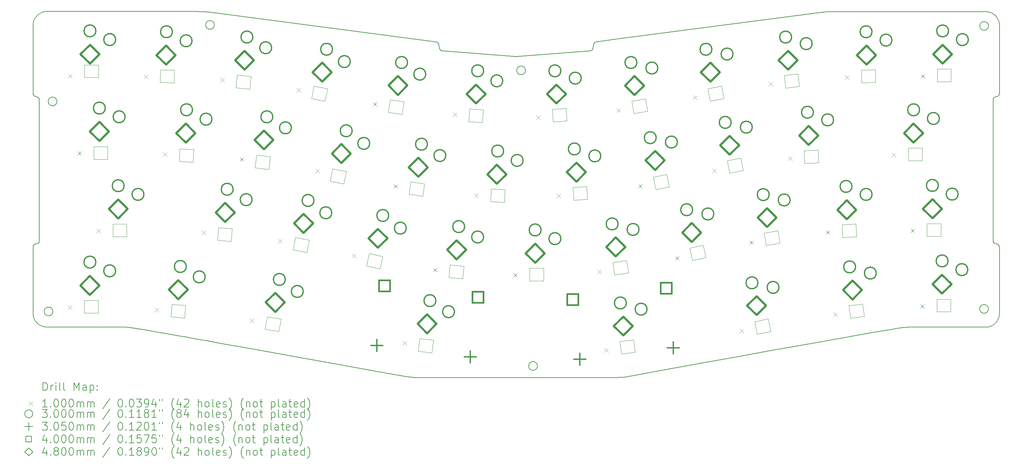
<source format=gbr>
%TF.GenerationSoftware,KiCad,Pcbnew,8.0.1*%
%TF.CreationDate,2024-06-23T14:06:18+09:00*%
%TF.ProjectId,noraneko42gr,6e6f7261-6e65-46b6-9f34-3267722e6b69,rev?*%
%TF.SameCoordinates,Original*%
%TF.FileFunction,Drillmap*%
%TF.FilePolarity,Positive*%
%FSLAX45Y45*%
G04 Gerber Fmt 4.5, Leading zero omitted, Abs format (unit mm)*
G04 Created by KiCad (PCBNEW 8.0.1) date 2024-06-23 14:06:18*
%MOMM*%
%LPD*%
G01*
G04 APERTURE LIST*
%ADD10C,0.199999*%
%ADD11C,0.150000*%
%ADD12C,0.100000*%
%ADD13C,0.200000*%
%ADD14C,0.300000*%
%ADD15C,0.305000*%
%ADD16C,0.400000*%
%ADD17C,0.480000*%
G04 APERTURE END LIST*
D10*
X16189364Y-9701109D02*
X16192295Y-9701779D01*
D11*
X18296000Y-10196000D02*
G75*
G02*
X18076000Y-10196000I-110000J0D01*
G01*
X18076000Y-10196000D02*
G75*
G02*
X18296000Y-10196000I110000J0D01*
G01*
D10*
X30267525Y-10814203D02*
X30268990Y-10811075D01*
X30219345Y-10856668D02*
X30222687Y-10855437D01*
X16108299Y-9545543D02*
X16107739Y-9542524D01*
X5898830Y-14589911D02*
X5895718Y-14591528D01*
X20569869Y-9410464D02*
X25636202Y-8744281D01*
X29967062Y-16687033D02*
X29984232Y-16684709D01*
X30122141Y-14529267D02*
X30123047Y-14533331D01*
X30212567Y-16542004D02*
X30222154Y-16527632D01*
X5968834Y-10871949D02*
X5955594Y-10867887D01*
X20021841Y-9536836D02*
X20021102Y-9539809D01*
X20045001Y-9498434D02*
X20040827Y-9502713D01*
X30127556Y-14544794D02*
X30129618Y-14548321D01*
X6076341Y-16665236D02*
X6092575Y-16670866D01*
X30140935Y-10883791D02*
X30139388Y-10885138D01*
X16128609Y-9649429D02*
X16130431Y-9653461D01*
X5983788Y-10879403D02*
X5980328Y-10877132D01*
X5855362Y-14641195D02*
X5854420Y-14644559D01*
X19929965Y-9703188D02*
X19932926Y-9702664D01*
X30158543Y-14570532D02*
X30171800Y-14574613D01*
X30274935Y-16365588D02*
X30275650Y-16348214D01*
X6177468Y-8708614D02*
X6160138Y-8710082D01*
X5915530Y-14583761D02*
X5928943Y-14580276D01*
X29985361Y-8714262D02*
X29968191Y-8711930D01*
X5904926Y-16525756D02*
X5914509Y-16540130D01*
X30199035Y-10862205D02*
X30185677Y-10865885D01*
X30191192Y-16569357D02*
X30202242Y-16555923D01*
X6194929Y-8708015D02*
X6177468Y-8708614D01*
X5853614Y-10792638D02*
X5854420Y-10796052D01*
X16132429Y-9657402D02*
X16134598Y-9661247D01*
X30270329Y-10807884D02*
X30271538Y-10804631D01*
X15572784Y-9411982D02*
X10492092Y-8743117D01*
X16126966Y-9645311D02*
X16128609Y-9649429D01*
X5851587Y-9048964D02*
X5851747Y-9066437D01*
X19958735Y-9694748D02*
X19961486Y-9693518D01*
X30050719Y-16667096D02*
X30066646Y-16660678D01*
X5857649Y-14634632D02*
X5856439Y-14637885D01*
X30142536Y-10882502D02*
X30140935Y-10883791D01*
X5871741Y-14611097D02*
X5869576Y-14613764D01*
X6029729Y-8751628D02*
X6014904Y-8760354D01*
X30248533Y-14605549D02*
X30243286Y-14601074D01*
X30129618Y-14548321D02*
X30131941Y-14551676D01*
X5889743Y-14595121D02*
X5886886Y-14597090D01*
X30253385Y-14610422D02*
X30248533Y-14605549D01*
X5905291Y-10853532D02*
X5908633Y-10854762D01*
X30121291Y-14520861D02*
X30121551Y-14525105D01*
X10344916Y-8726410D02*
X10271145Y-8720036D01*
X30212448Y-10858720D02*
X30199035Y-10862205D01*
X30246377Y-16482095D02*
X30252899Y-16466210D01*
X20074674Y-9478905D02*
X20069251Y-9481380D01*
X5859586Y-8980305D02*
X5856314Y-8997225D01*
X5991518Y-14554481D02*
X5992895Y-14552971D01*
X5852427Y-10785673D02*
X5852949Y-10789177D01*
X6044952Y-8743657D02*
X6029729Y-8751628D01*
X5992895Y-14552971D02*
X5994212Y-14551411D01*
X30270923Y-16399939D02*
X30273355Y-16382840D01*
X20063999Y-9484180D02*
X20058933Y-9487295D01*
X30128124Y-10899565D02*
X30127194Y-10901390D01*
X30273355Y-16382840D02*
X30274935Y-16365588D01*
X30082235Y-16653478D02*
X30097456Y-16645510D01*
X16030399Y-9472136D02*
X16027380Y-9471733D01*
X6005862Y-14523205D02*
X6006034Y-14521090D01*
X30132510Y-10892679D02*
X30131317Y-10894335D01*
X5853882Y-9014329D02*
X5852302Y-9031585D01*
X6003797Y-14533436D02*
X6004366Y-14531442D01*
X16161251Y-9690569D02*
X16163945Y-9691931D01*
X6076471Y-8730032D02*
X6060543Y-8736454D01*
X19961486Y-9693518D02*
X19964210Y-9692219D01*
X30235290Y-10849233D02*
X30238235Y-10847380D01*
X19953153Y-9697000D02*
X19955957Y-9695909D01*
X9975268Y-8707767D02*
X9901191Y-8708015D01*
X19983233Y-9675835D02*
X19986054Y-9672435D01*
X30228582Y-14591816D02*
X30225391Y-14590324D01*
X30147066Y-14565349D02*
X30150714Y-14567358D01*
X30139388Y-10885138D02*
X30137896Y-10886541D01*
X30171800Y-14574613D02*
X30185108Y-14578496D01*
X6109088Y-16675690D02*
X6125849Y-16679695D01*
X30133767Y-10891069D02*
X30132510Y-10892679D01*
X6014778Y-16634909D02*
X6029604Y-16643635D01*
X15360785Y-17953229D02*
X15438032Y-17959497D01*
X9901191Y-8708015D02*
X6194929Y-8708015D01*
X5928943Y-14580276D02*
X5942301Y-14576595D01*
D11*
X18597000Y-17672000D02*
G75*
G02*
X18377000Y-17672000I-110000J0D01*
G01*
X18377000Y-17672000D02*
G75*
G02*
X18597000Y-17672000I110000J0D01*
G01*
D10*
X30246532Y-10841150D02*
X30249109Y-10838862D01*
X30243286Y-14601074D02*
X30237665Y-14597026D01*
X30222124Y-14588959D02*
X30218782Y-14587725D01*
X30141736Y-8781924D02*
X30127796Y-8771723D01*
D11*
X29998472Y-9072000D02*
G75*
G02*
X29778472Y-9072000I-110000J0D01*
G01*
X29778472Y-9072000D02*
G75*
G02*
X29998472Y-9072000I110000J0D01*
G01*
D10*
X5998857Y-14544700D02*
X5999856Y-14542915D01*
X30257819Y-14615665D02*
X30253385Y-14610422D01*
X15438032Y-17959497D02*
X15515409Y-17963898D01*
X16201187Y-9703357D02*
X16204179Y-9703738D01*
X6003154Y-14535399D02*
X6003797Y-14533436D01*
X20002671Y-9641406D02*
X20003949Y-9637130D01*
X30153199Y-10876090D02*
X30151303Y-10876992D01*
X20103850Y-9471741D02*
X20097789Y-9472447D01*
X30051846Y-8731909D02*
X30035613Y-8726275D01*
D11*
X10433000Y-9047000D02*
G75*
G02*
X10213000Y-9047000I-110000J0D01*
G01*
X10213000Y-9047000D02*
G75*
G02*
X10433000Y-9047000I110000J0D01*
G01*
D10*
X30017973Y-16677540D02*
X30034485Y-16672722D01*
X16157701Y-9687848D02*
X16161251Y-9690569D01*
X20040827Y-9502713D02*
X20036913Y-9507259D01*
X5980328Y-10877132D02*
X5976675Y-10875122D01*
X10418571Y-8734105D02*
X10344916Y-8726410D01*
X16058939Y-9481078D02*
X16053515Y-9478604D01*
X5912047Y-14584721D02*
X5908633Y-14585820D01*
X30180522Y-8816777D02*
X30168129Y-8804464D01*
X30202242Y-16555923D02*
X30212567Y-16542004D01*
X5852051Y-14658483D02*
X5851823Y-14662063D01*
X16104604Y-9530678D02*
X16103597Y-9527783D01*
X15515409Y-17963898D02*
X15592881Y-17966429D01*
X5895718Y-10849064D02*
X5898830Y-10850679D01*
X30151303Y-10876992D02*
X30149453Y-10877963D01*
X10271145Y-8720036D02*
X10197276Y-8714983D01*
X30172379Y-10869758D02*
X30159145Y-10873819D01*
X6006123Y-10997150D02*
X6006123Y-14166320D01*
X19941711Y-9700661D02*
X19944604Y-9699852D01*
X5851823Y-14662063D02*
X5851747Y-14665676D01*
X10123328Y-8711252D02*
X10049320Y-8708847D01*
X30238235Y-10847380D02*
X30241092Y-10845413D01*
X5858987Y-10809170D02*
X5862040Y-10815356D01*
X5851747Y-10724947D02*
X5851747Y-10774935D01*
X5999856Y-14542915D02*
X6000786Y-14541090D01*
X5876390Y-14606034D02*
X5874013Y-14608520D01*
X19999560Y-9649726D02*
X20001206Y-9645606D01*
X5858987Y-14631440D02*
X5857649Y-14634632D01*
D11*
X29998472Y-16229000D02*
G75*
G02*
X29778472Y-16229000I-110000J0D01*
G01*
X29778472Y-16229000D02*
G75*
G02*
X29998472Y-16229000I110000J0D01*
G01*
D10*
X5999856Y-10897696D02*
X5997793Y-10894166D01*
X30150714Y-14567358D02*
X30154544Y-14569091D01*
X30249109Y-10838862D02*
X30251588Y-10836474D01*
X19980259Y-9679109D02*
X19983233Y-9675835D01*
X5986435Y-16615243D02*
X6000379Y-16625440D01*
X16198208Y-9702903D02*
X16201187Y-9703357D01*
X6006123Y-14166320D02*
X6006123Y-14518955D01*
X5936015Y-8827792D02*
X5924970Y-8841227D01*
X16134598Y-9661247D02*
X16136936Y-9664989D01*
X26079010Y-8710105D02*
X26005000Y-8712498D01*
X30276674Y-9050869D02*
X30275960Y-9033490D01*
X19924004Y-9704020D02*
X19926991Y-9703640D01*
X20456645Y-17968921D02*
X20534178Y-17968263D01*
X30124259Y-14537284D02*
X30125766Y-14541110D01*
X15283700Y-17945098D02*
X15360785Y-17953229D01*
X16098267Y-9516795D02*
X16094917Y-9511746D01*
X5862040Y-10815356D02*
X5865577Y-10821257D01*
X30258402Y-10828747D02*
X30260458Y-10825996D01*
X5874013Y-10832085D02*
X5878869Y-10836957D01*
X30225956Y-10854075D02*
X30229148Y-10852584D01*
X5955594Y-10867887D02*
X5942287Y-10864011D01*
X30222687Y-10855437D02*
X30225956Y-10854075D01*
X5896091Y-16510958D02*
X5904926Y-16525756D01*
X30098578Y-8753520D02*
X30083358Y-8745544D01*
X16180683Y-9698675D02*
X16183556Y-9699557D01*
X20036913Y-9507259D02*
X20033273Y-9512062D01*
X19950326Y-9698021D02*
X19953153Y-9697000D01*
X19955957Y-9695909D02*
X19958735Y-9694748D01*
X25857177Y-8721249D02*
X25783400Y-8727606D01*
X20103850Y-9471741D02*
X20569869Y-9410464D01*
X19921005Y-9704328D02*
X19924004Y-9704020D01*
X5852161Y-16363684D02*
X5853741Y-16380937D01*
X5924829Y-16554051D02*
X5935874Y-16567486D01*
X5942287Y-10864011D02*
X5928928Y-10860321D01*
X30185108Y-14578496D02*
X30198470Y-14582181D01*
X5947632Y-16580407D02*
X5960032Y-16592713D01*
X19964210Y-9692219D02*
X19966904Y-9690851D01*
X30270942Y-14639775D02*
X30268397Y-14633334D01*
X20020452Y-9542806D02*
X20019892Y-9545825D01*
X30154544Y-14569091D02*
X30158543Y-14570532D01*
X5990083Y-14555939D02*
X5991518Y-14554481D01*
X20049420Y-9494432D02*
X20045001Y-9498434D01*
X30168129Y-8804464D02*
X30155190Y-8792842D01*
X5983788Y-14561208D02*
X5985442Y-14559978D01*
X5863750Y-14622265D02*
X5862040Y-14625253D01*
X5854420Y-14644559D02*
X5853614Y-14647973D01*
X5976675Y-14565488D02*
X5978525Y-14564517D01*
X30083358Y-8745544D02*
X30067771Y-8738337D01*
X6092575Y-16670866D02*
X6109088Y-16675690D01*
X5978525Y-14564517D02*
X5980328Y-14563479D01*
X15592881Y-17966429D02*
X15670414Y-17967087D01*
X30218782Y-14587725D02*
X30215369Y-14586627D01*
X19926991Y-9703640D02*
X19929965Y-9703188D01*
X30275549Y-10787578D02*
X30275926Y-10784034D01*
X30225391Y-14590324D02*
X30222124Y-14588959D01*
X19997734Y-9653759D02*
X19999560Y-9649726D01*
X19986054Y-9672435D02*
X19988718Y-9668917D01*
X5856439Y-14637885D02*
X5855362Y-14641195D01*
X16103597Y-9527783D02*
X16102500Y-9524917D01*
X5852302Y-9031585D02*
X5851587Y-9048964D01*
X20097789Y-9472447D02*
X20091827Y-9473526D01*
X30273557Y-10797957D02*
X30274363Y-10794543D01*
X20029922Y-9517112D02*
X20026875Y-9522400D01*
X30121327Y-14168225D02*
X30121291Y-14520861D01*
X10049320Y-8708847D02*
X9975268Y-8707767D01*
X16175003Y-9696702D02*
X16177831Y-9697723D01*
X5863688Y-8963598D02*
X5859586Y-8980305D01*
X30274363Y-10794543D02*
X30275027Y-10791082D01*
X30143610Y-14563078D02*
X30147066Y-14565349D01*
X5862040Y-14625253D02*
X5860452Y-14628312D01*
X30253944Y-8932849D02*
X30247427Y-8916962D01*
X30275552Y-14663937D02*
X30275325Y-14660359D01*
X16101315Y-9522083D02*
X16099830Y-9519410D01*
X30124826Y-10907082D02*
X30124182Y-10909045D01*
X6125849Y-16679695D02*
X6142829Y-16682868D01*
X5888017Y-16495766D02*
X5896091Y-16510958D01*
X20085977Y-9474969D02*
X20080254Y-9476765D01*
X5997793Y-10894166D02*
X5995469Y-10890809D01*
X30253964Y-10833990D02*
X30256237Y-10831413D01*
X5987043Y-10881921D02*
X5983788Y-10879403D01*
X30241092Y-10845413D02*
X30243859Y-10843335D01*
X19944604Y-9699852D02*
X19947475Y-9698971D01*
X30126333Y-10903252D02*
X30125543Y-10905150D01*
X30131317Y-10894335D02*
X30130187Y-10896036D01*
X5880713Y-16480211D02*
X5888017Y-16495766D01*
X30127194Y-10901390D02*
X30126333Y-10903252D01*
X30121857Y-10923525D02*
X30121820Y-10999019D01*
X30121820Y-10999019D02*
X30121327Y-14168225D01*
X5851747Y-14665676D02*
X5851606Y-16328842D01*
X30252899Y-16466210D02*
X30258626Y-16450021D01*
X5851606Y-16328842D02*
X5851446Y-16346308D01*
X30229148Y-10852584D02*
X30232260Y-10850969D01*
X30247427Y-8916962D02*
X30240126Y-8901409D01*
X30275027Y-10791082D02*
X30275549Y-10787578D01*
X30265347Y-14627150D02*
X30261814Y-14621251D01*
X6044826Y-16651607D02*
X6060415Y-16658812D01*
X30127796Y-8771723D02*
X30113400Y-8762250D01*
X16078770Y-9494123D02*
X16074121Y-9490409D01*
X6159998Y-16685195D02*
X6177328Y-16686665D01*
X19991222Y-9665284D02*
X19993562Y-9661543D01*
X5982083Y-14562375D02*
X5983788Y-14561208D01*
X5895718Y-14591528D02*
X5892688Y-14593266D01*
X5902022Y-14588418D02*
X5898830Y-14589911D01*
X30215931Y-10857763D02*
X30219345Y-10856668D01*
X30135084Y-10889509D02*
X30133767Y-10891069D01*
X30155190Y-8792842D02*
X30141736Y-8781924D01*
X10492092Y-8743117D02*
X10418571Y-8734105D01*
X16107089Y-9539526D02*
X16106350Y-9536551D01*
X5986563Y-8780023D02*
X5973107Y-8790939D01*
X5905067Y-8869518D02*
X5896233Y-8884314D01*
X30273764Y-14649857D02*
X30272960Y-14646445D01*
X30122372Y-10917180D02*
X30122117Y-10919275D01*
X5905291Y-14587053D02*
X5902022Y-14588418D01*
X16144923Y-9675546D02*
X16147897Y-9678822D01*
X5881446Y-14601356D02*
X5878869Y-14603645D01*
X16192295Y-9701779D02*
X16195244Y-9702377D01*
X30275629Y-14667546D02*
X30275552Y-14663937D01*
X19977135Y-9682254D02*
X19980259Y-9679109D01*
X29968191Y-8711930D02*
X29950862Y-8710455D01*
X30122117Y-10919275D02*
X30121945Y-10921391D01*
X16042212Y-9474664D02*
X16036362Y-9473219D01*
X28045068Y-16689098D02*
X29932271Y-16689098D01*
X19988718Y-9668917D02*
X19991222Y-9665284D01*
X16053515Y-9478604D02*
X16047935Y-9476462D01*
X30066646Y-16660678D02*
X30082235Y-16653478D01*
X6014904Y-8760354D02*
X6000505Y-8769824D01*
X5902022Y-10852169D02*
X5905291Y-10853532D01*
X6001646Y-14539228D02*
X6002436Y-14537331D01*
X5853614Y-14647973D02*
X5852949Y-14651434D01*
X30243859Y-10843335D02*
X30246532Y-10841150D01*
X5994212Y-14551411D02*
X5995469Y-14549802D01*
X30263547Y-16433560D02*
X30267650Y-16416856D01*
X10197276Y-8714983D02*
X10123328Y-8711252D01*
X5960032Y-16592713D02*
X5972976Y-16604330D01*
X30192280Y-8829697D02*
X30180522Y-8816777D01*
X6005273Y-14527373D02*
X6005608Y-14525300D01*
X16177831Y-9697723D02*
X16180683Y-9698675D01*
X6160138Y-8710082D02*
X6142966Y-8712408D01*
X5997793Y-14546445D02*
X5998857Y-14544700D01*
X16183556Y-9699557D02*
X16186450Y-9700368D01*
X5976675Y-10875122D02*
X5972840Y-10873390D01*
X20054069Y-9490715D02*
X20049420Y-9494432D01*
X16186450Y-9700368D02*
X16189364Y-9701109D01*
X20689027Y-17961332D02*
X20766274Y-17955064D01*
X30147650Y-10879001D02*
X30145895Y-10880105D01*
X30275960Y-9033490D02*
X30274382Y-9016234D01*
X5968834Y-14568662D02*
X5970857Y-14567979D01*
X5852427Y-14654939D02*
X5852051Y-14658483D01*
X26227139Y-8709286D02*
X26153062Y-8709034D01*
X26153062Y-8709034D02*
X26079010Y-8710105D01*
X6004366Y-14531442D02*
X6004858Y-14529421D01*
X30231693Y-14593433D02*
X30228582Y-14591816D01*
X20023587Y-9530969D02*
X20022669Y-9533888D01*
X5928928Y-10860321D02*
X5915530Y-10856815D01*
X20091827Y-9473526D02*
X20085977Y-9474969D01*
X5995469Y-14549802D02*
X5996662Y-14548146D01*
X20021102Y-9539809D02*
X20020452Y-9542806D01*
X5914650Y-8855145D02*
X5905067Y-8869518D01*
X6142829Y-16682868D02*
X6159998Y-16685195D01*
X6060415Y-16658812D02*
X6076341Y-16665236D01*
X30259667Y-8949039D02*
X30253944Y-8932849D01*
X30272615Y-10801321D02*
X30273557Y-10797957D01*
X26227139Y-8709286D02*
X29933402Y-8709850D01*
X16123153Y-9632503D02*
X16124235Y-9636843D01*
X30149453Y-10877963D02*
X30147650Y-10879001D01*
X29984232Y-16684709D02*
X30001212Y-16681540D01*
X16106350Y-9536551D02*
X16105521Y-9533602D01*
X5859445Y-16414958D02*
X5863547Y-16431665D01*
X30260458Y-10825996D02*
X30262400Y-10823162D01*
X30271538Y-10804631D02*
X30272615Y-10801321D01*
X30034485Y-16672722D02*
X30050719Y-16667096D01*
X5955599Y-14572723D02*
X5968834Y-14568662D01*
X30274428Y-14653316D02*
X30273764Y-14649857D01*
X30264228Y-10820249D02*
X30265937Y-10817262D01*
X5898830Y-10850679D02*
X5902022Y-10852169D01*
X30198470Y-14582181D02*
X30211887Y-14585667D01*
X30137322Y-14557811D02*
X30140358Y-14560560D01*
X30185677Y-10865885D02*
X30172379Y-10869758D01*
X6060543Y-8736454D02*
X6044952Y-8743657D01*
X5908633Y-10854762D02*
X5912047Y-10855858D01*
X5914509Y-16540130D02*
X5924829Y-16554051D01*
X5996662Y-14548146D02*
X5997793Y-14546445D01*
X30274949Y-14656818D02*
X30274428Y-14653316D01*
X19947475Y-9698971D02*
X19950326Y-9698021D01*
X30113400Y-8762250D02*
X30098578Y-8753520D01*
X5973107Y-8790939D02*
X5960167Y-8802559D01*
X19938800Y-9701400D02*
X19941711Y-9700661D01*
X5974780Y-14566390D02*
X5976675Y-14565488D01*
X16087362Y-9502401D02*
X16083189Y-9498124D01*
X30154083Y-16606209D02*
X30167027Y-16594590D01*
X16207183Y-9704046D02*
X18064060Y-9849672D01*
X30267650Y-16416856D02*
X30270923Y-16399939D01*
X5868467Y-16448130D02*
X5874193Y-16464322D01*
X16130431Y-9653461D02*
X16132429Y-9657402D01*
X30131941Y-14551676D02*
X30134512Y-14554844D01*
X5924970Y-8841227D02*
X5914650Y-8855145D01*
X20033273Y-9512062D02*
X20029922Y-9517112D01*
X30123047Y-14533331D02*
X30124259Y-14537284D01*
X6000505Y-8769824D02*
X5986563Y-8780023D01*
X30232260Y-10850969D02*
X30235290Y-10849233D01*
X16163945Y-9691931D02*
X16166669Y-9693226D01*
X5856314Y-8997225D02*
X5853882Y-9014329D01*
X30213641Y-8857050D02*
X30203323Y-8843132D01*
X5851747Y-9066437D02*
X5851747Y-10724947D01*
X16069256Y-9486991D02*
X16064190Y-9483877D01*
X30276514Y-9068341D02*
X30276674Y-9050869D01*
X30124182Y-10909045D02*
X30123613Y-10911039D01*
X8081991Y-16687263D02*
X8104093Y-16687273D01*
X8125827Y-16687460D01*
X8148539Y-16688060D01*
X8173576Y-16689309D01*
X8202284Y-16691443D01*
X8236008Y-16694697D01*
X8276096Y-16699308D01*
X8323893Y-16705510D01*
X8380744Y-16713541D01*
X8447998Y-16723635D01*
X8526998Y-16736028D01*
X8619093Y-16750957D01*
X8725627Y-16768657D01*
X8847947Y-16789364D01*
X8987399Y-16813314D01*
X9145330Y-16840742D01*
X9323084Y-16871885D01*
X9522009Y-16906978D01*
X9743451Y-16946256D01*
X9988756Y-16989957D01*
X10259269Y-17038315D01*
X10556338Y-17091567D01*
X10881307Y-17149947D01*
X11235524Y-17213693D01*
X11620335Y-17283040D01*
X12037085Y-17358223D01*
X12487120Y-17439479D01*
X12971788Y-17527043D01*
X13492434Y-17621151D01*
X14050403Y-17722039D01*
X14647043Y-17829942D01*
X15283700Y-17945098D01*
X5972840Y-10873390D02*
X5968834Y-10871949D01*
X16047935Y-9476462D02*
X16042212Y-9474664D01*
X30144190Y-10881272D02*
X30142536Y-10882502D01*
X16147897Y-9678822D02*
X16151020Y-9681969D01*
X19935871Y-9702068D02*
X19938800Y-9701400D01*
X6006123Y-10921655D02*
X6006123Y-10997150D01*
X5878869Y-10836957D02*
X5884119Y-10841430D01*
X20025690Y-9525223D02*
X20024594Y-9528080D01*
X16166669Y-9693226D02*
X16169420Y-9694453D01*
X20058933Y-9487295D02*
X20054069Y-9490715D01*
X5912047Y-10855858D02*
X5915530Y-10856815D01*
X6194788Y-16687263D02*
X8081991Y-16687263D01*
X6005273Y-10913238D02*
X6004366Y-10909169D01*
X6005608Y-14525300D02*
X6005862Y-14523205D01*
X30125766Y-14541110D02*
X30127556Y-14544794D01*
X5851747Y-10774935D02*
X5851823Y-10778548D01*
X16151020Y-9681969D02*
X16154289Y-9684979D01*
X6177328Y-16686665D02*
X6194788Y-16687263D01*
X19973865Y-9685263D02*
X19977135Y-9682254D01*
X6125984Y-8715579D02*
X6109221Y-8719582D01*
X5860452Y-14628312D02*
X5858987Y-14631440D01*
X30275650Y-16348214D02*
X30275490Y-16330747D01*
X30123121Y-10913060D02*
X30122707Y-10915108D01*
X30001212Y-16681540D02*
X30017973Y-16677540D01*
X5935874Y-16567486D02*
X5947632Y-16580407D01*
X30157121Y-10874502D02*
X30155139Y-10875259D01*
X5868608Y-8947134D02*
X5863688Y-8963598D01*
X30137896Y-10886541D02*
X30136461Y-10887999D01*
X30222154Y-16527632D02*
X30230993Y-16512837D01*
X16169420Y-9694453D02*
X16172199Y-9695612D01*
X5874193Y-16464322D02*
X5880713Y-16480211D01*
X19921005Y-9704328D02*
X18064095Y-9849672D01*
X29950862Y-8710455D02*
X29933402Y-8709850D01*
X5856439Y-10802726D02*
X5858987Y-10809170D01*
X16125507Y-9641114D02*
X16126966Y-9645311D01*
X16091277Y-9506944D02*
X16087362Y-9502401D01*
X30274382Y-9016234D02*
X30271953Y-8999130D01*
X6001646Y-10901383D02*
X5999856Y-10897696D01*
X25709735Y-8735284D02*
X25636202Y-8744281D01*
X16123153Y-9632503D02*
X16108299Y-9545543D01*
X16172199Y-9695612D02*
X16175003Y-9696702D01*
X5869576Y-10826842D02*
X5874013Y-10832085D01*
X30268990Y-10811075D02*
X30270329Y-10807884D01*
X5878869Y-14603645D02*
X5876390Y-14606034D01*
X30261814Y-14621251D02*
X30257819Y-14615665D01*
X5987043Y-14558689D02*
X5988591Y-14557342D01*
X5992895Y-10887639D02*
X5990083Y-10884672D01*
X5947773Y-8814871D02*
X5936015Y-8827792D01*
X5980328Y-14563479D02*
X5982083Y-14562375D01*
X30232054Y-8886219D02*
X30223222Y-8871423D01*
X5970857Y-14567979D02*
X5972840Y-14567221D01*
X5908633Y-14585820D02*
X5905291Y-14587053D01*
X30140625Y-16617123D02*
X30154083Y-16606209D01*
X30035613Y-8726275D02*
X30019101Y-8721448D01*
X30275629Y-14667546D02*
X30275490Y-16330747D01*
X5865577Y-14619352D02*
X5863750Y-14622265D01*
X6002436Y-14537331D02*
X6003154Y-14535399D01*
X30212448Y-10858720D02*
X30215931Y-10857763D01*
X5942301Y-14576595D02*
X5955599Y-14572723D01*
X30223222Y-8871423D02*
X30213641Y-8857050D01*
X20024594Y-9528080D02*
X20023587Y-9530969D01*
X30155139Y-10875259D02*
X30153199Y-10876090D01*
X30275926Y-10784034D02*
X30276153Y-10780454D01*
X6142966Y-8712408D02*
X6125984Y-8715579D01*
X16064190Y-9483877D02*
X16058939Y-9481078D01*
X16024338Y-9471424D02*
X15572784Y-9411982D01*
X5851446Y-16346308D02*
X5852161Y-16363684D01*
X16107739Y-9542524D02*
X16107089Y-9539526D01*
X30145895Y-10880105D02*
X30144190Y-10881272D01*
D11*
X6453000Y-10982000D02*
G75*
G02*
X6233000Y-10982000I-110000J0D01*
G01*
X6233000Y-10982000D02*
G75*
G02*
X6453000Y-10982000I110000J0D01*
G01*
D10*
X6004858Y-14529421D02*
X6005273Y-14527373D01*
X16195244Y-9702377D02*
X16198208Y-9702903D01*
X30121551Y-14525105D02*
X30122141Y-14529267D01*
X20069251Y-9481380D02*
X20063999Y-9484180D01*
X5884119Y-10841430D02*
X5889743Y-10845475D01*
X25783400Y-8727606D02*
X25709735Y-8735284D01*
X5852051Y-10782129D02*
X5852427Y-10785673D01*
X30203323Y-8843132D02*
X30192280Y-8829697D01*
X16074121Y-9490409D02*
X16069256Y-9486991D01*
X30125543Y-10905150D02*
X30124826Y-10907082D01*
X26005000Y-8712498D02*
X25931050Y-8716213D01*
X30130187Y-10896036D02*
X30129122Y-10897780D01*
X20611650Y-17965733D02*
X20689027Y-17961332D01*
X30159145Y-10873819D02*
X30157121Y-10874502D01*
X5896233Y-8884314D02*
X5888158Y-8899504D01*
X30067771Y-8738337D02*
X30051846Y-8731909D01*
X30275325Y-14660359D02*
X30274949Y-14656818D01*
X20001206Y-9645606D02*
X20002671Y-9641406D01*
X30123613Y-10911039D02*
X30123121Y-10913060D01*
X29949731Y-16688500D02*
X29967062Y-16687033D01*
X30239071Y-16497648D02*
X30246377Y-16482095D01*
X5880854Y-8915057D02*
X5874334Y-8930944D01*
X6006034Y-14521090D02*
X6006123Y-14518955D01*
X16102500Y-9524917D02*
X16101315Y-9522083D01*
X5960167Y-8802559D02*
X5947773Y-8814871D01*
X5995469Y-10890809D02*
X5992895Y-10887639D01*
X16139439Y-9668623D02*
X16142102Y-9672144D01*
X16124235Y-9636843D02*
X16125507Y-9641114D01*
X5915530Y-14583761D02*
X5912047Y-14584721D01*
X16099830Y-9519410D02*
X16098267Y-9516795D01*
X6109221Y-8719582D02*
X6092707Y-8724403D01*
X6005862Y-10917405D02*
X6005273Y-10913238D01*
X20080254Y-9476765D02*
X20074674Y-9478905D01*
X6000786Y-14541090D02*
X6001646Y-14539228D01*
X19995734Y-9657700D02*
X19997734Y-9653759D01*
X20005037Y-9632785D02*
X20019892Y-9545825D01*
X30134512Y-14554844D02*
X30137322Y-14557811D01*
X16094917Y-9511746D02*
X16091277Y-9506944D01*
X30215369Y-14586627D02*
X30211887Y-14585667D01*
X25931050Y-8716213D02*
X25857177Y-8721249D01*
X20022669Y-9533888D02*
X20021841Y-9536836D01*
X20534178Y-17968263D02*
X20611650Y-17965733D01*
X5972976Y-16604330D02*
X5986435Y-16615243D01*
X5874013Y-14608520D02*
X5871741Y-14611097D01*
X15670414Y-17967087D02*
X20456645Y-17968921D01*
X16136936Y-9664989D02*
X16139439Y-9668623D01*
X30140358Y-14560560D02*
X30143610Y-14563078D01*
X5853741Y-16380937D02*
X5856172Y-16398039D01*
X20026875Y-9522400D02*
X20025690Y-9525223D01*
X6004366Y-10909169D02*
X6003154Y-10905212D01*
X16105521Y-9533602D02*
X16104604Y-9530678D01*
X19932926Y-9702664D02*
X19935871Y-9702068D01*
X30256237Y-10831413D02*
X30258402Y-10828747D01*
X30136461Y-10887999D02*
X30135084Y-10889509D01*
X30240126Y-8901409D02*
X30232054Y-8886219D01*
X30237665Y-14597026D02*
X30231693Y-14593433D01*
X30121945Y-10921391D02*
X30121857Y-10923525D01*
X5972840Y-14567221D02*
X5974780Y-14566390D01*
X5892688Y-14593266D02*
X5889743Y-14595121D01*
X30265937Y-10817262D02*
X30267525Y-10814203D01*
X20003949Y-9637130D02*
X20005037Y-9632785D01*
X16154289Y-9684979D02*
X16157701Y-9687848D01*
X30272960Y-14646445D02*
X30270942Y-14639775D01*
X30276265Y-10726851D02*
X30276230Y-10776841D01*
X5867520Y-14616517D02*
X5865577Y-14619352D01*
X30122707Y-10915108D02*
X30122372Y-10917180D01*
X6092707Y-8724403D02*
X6076471Y-8730032D01*
X30230993Y-16512837D02*
X30239071Y-16497648D01*
X6003154Y-10905212D02*
X6001646Y-10901383D01*
X30002341Y-8717439D02*
X29985361Y-8714262D01*
X6029604Y-16643635D02*
X6044826Y-16651607D01*
X5863547Y-16431665D02*
X5868467Y-16448130D01*
X16036362Y-9473219D02*
X16030399Y-9472136D01*
X6006123Y-10921655D02*
X6005862Y-10917405D01*
X19970454Y-9688130D02*
X19973865Y-9685263D01*
X20766274Y-17955064D02*
X20843359Y-17946933D01*
X30097456Y-16645510D02*
X30112282Y-16636787D01*
X28045068Y-16689098D02*
X28022966Y-16689108D01*
X28001232Y-16689295D01*
X27978520Y-16689895D01*
X27953483Y-16691144D01*
X27924775Y-16693278D01*
X27891050Y-16696532D01*
X27850963Y-16701143D01*
X27803166Y-16707345D01*
X27746314Y-16715376D01*
X27679061Y-16725470D01*
X27600060Y-16737863D01*
X27507966Y-16752792D01*
X27401432Y-16770492D01*
X27279112Y-16791199D01*
X27139660Y-16815149D01*
X26981729Y-16842577D01*
X26803975Y-16873720D01*
X26605049Y-16908813D01*
X26383608Y-16948091D01*
X26138303Y-16991792D01*
X25867790Y-17040150D01*
X25570721Y-17093402D01*
X25245751Y-17151782D01*
X24891534Y-17215528D01*
X24506724Y-17284875D01*
X24089974Y-17360058D01*
X23639938Y-17441314D01*
X23155271Y-17528878D01*
X22634625Y-17622986D01*
X22076655Y-17723874D01*
X21480015Y-17831777D01*
X20843359Y-17946933D01*
X16204179Y-9703738D02*
X16207183Y-9704046D01*
X30251588Y-10836474D02*
X30253964Y-10833990D01*
X30271953Y-8999130D02*
X30268683Y-8982210D01*
X19966904Y-9690851D02*
X19970454Y-9688130D01*
X5985442Y-14559978D02*
X5987043Y-14558689D01*
X30129122Y-10897780D02*
X30128124Y-10899565D01*
X30268683Y-8982210D02*
X30264583Y-8965503D01*
X19993562Y-9661543D02*
X19995734Y-9657700D01*
X5990083Y-10884672D02*
X5987043Y-10881921D01*
X30276514Y-9068341D02*
X30276265Y-10726851D01*
X30112282Y-16636787D02*
X30126681Y-16627320D01*
X5888158Y-8899504D02*
X5880854Y-8915057D01*
X30179427Y-16582278D02*
X30191192Y-16569357D01*
X30126681Y-16627320D02*
X30140625Y-16617123D01*
X16083189Y-9498124D02*
X16078770Y-9494123D01*
X5851823Y-10778548D02*
X5852051Y-10782129D01*
X30264583Y-8965503D02*
X30259667Y-8949039D01*
X30167027Y-16594590D02*
X30179427Y-16582278D01*
X5869576Y-14613764D02*
X5867520Y-14616517D01*
X5988591Y-14557342D02*
X5990083Y-14555939D01*
X30019101Y-8721448D02*
X30002341Y-8717439D01*
D11*
X6350472Y-16294000D02*
G75*
G02*
X6130472Y-16294000I-110000J0D01*
G01*
X6130472Y-16294000D02*
G75*
G02*
X6350472Y-16294000I110000J0D01*
G01*
D10*
X5884119Y-14599170D02*
X5881446Y-14601356D01*
X16027380Y-9471733D02*
X16024338Y-9471424D01*
X16142102Y-9672144D02*
X16144923Y-9675546D01*
X30268397Y-14633334D02*
X30265347Y-14627150D01*
X5874334Y-8930944D02*
X5868608Y-8947134D01*
X30276153Y-10780454D02*
X30276230Y-10776841D01*
X5852949Y-14651434D02*
X5852427Y-14654939D01*
X5886886Y-14597090D02*
X5884119Y-14599170D01*
X30258626Y-16450021D02*
X30263547Y-16433560D01*
X5889743Y-10845475D02*
X5895718Y-10849064D01*
X6000379Y-16625440D02*
X6014778Y-16634909D01*
X5865577Y-10821257D02*
X5869576Y-10826842D01*
X5852949Y-10789177D02*
X5853614Y-10792638D01*
X5856172Y-16398039D02*
X5859445Y-16414958D01*
X29932271Y-16689098D02*
X29949731Y-16688500D01*
X30262400Y-10823162D02*
X30264228Y-10820249D01*
X5854420Y-10796052D02*
X5856439Y-10802726D01*
D12*
X23799947Y-12723669D02*
X23456378Y-12790452D01*
X23395319Y-12476331D01*
X23738888Y-12409548D01*
X23799947Y-12723669D01*
X25703875Y-12530622D02*
X25354354Y-12548939D01*
X25337607Y-12229378D01*
X25687127Y-12211060D01*
X25703875Y-12530622D01*
X7734950Y-12125500D02*
X7384950Y-12125500D01*
X7384950Y-12445500D01*
X7734950Y-12445500D01*
X7734950Y-12125500D01*
X21377566Y-11230654D02*
X21031875Y-11285406D01*
X20981816Y-10969346D01*
X21327507Y-10914594D01*
X21377566Y-11230654D01*
X15740565Y-13060912D02*
X15696029Y-13377798D01*
X15349435Y-13329088D01*
X15393971Y-13012202D01*
X15740565Y-13060912D01*
X11848195Y-12379726D02*
X11809196Y-12697341D01*
X11461805Y-12654687D01*
X11500803Y-12337072D01*
X11848195Y-12379726D01*
X17777413Y-13206846D02*
X17766246Y-13526651D01*
X17416459Y-13514436D01*
X17427627Y-13194631D01*
X17777413Y-13206846D01*
X13292314Y-10658831D02*
X13231255Y-10972952D01*
X12887686Y-10906169D01*
X12948745Y-10592048D01*
X13292314Y-10658831D01*
X24493386Y-16794399D02*
X24150412Y-16864177D01*
X24086614Y-16550601D01*
X24429588Y-16480823D01*
X24493386Y-16794399D01*
X8215000Y-14078500D02*
X7865000Y-14078500D01*
X7865000Y-14398500D01*
X8215000Y-14398500D01*
X8215000Y-14078500D01*
X27140266Y-10501091D02*
X26790319Y-10507200D01*
X26784734Y-10187248D01*
X27134681Y-10181140D01*
X27140266Y-10501091D01*
X11360766Y-10349169D02*
X11327317Y-10667416D01*
X10979234Y-10630831D01*
X11012683Y-10312584D01*
X11360766Y-10349169D01*
X15225375Y-10994346D02*
X15175316Y-11310406D01*
X14829625Y-11255654D01*
X14879684Y-10939594D01*
X15225375Y-10994346D01*
X15968195Y-17020020D02*
X15929196Y-17337635D01*
X15581805Y-17294980D01*
X15620803Y-16977366D01*
X15968195Y-17020020D01*
X19344230Y-11474903D02*
X18995082Y-11499318D01*
X18972760Y-11180097D01*
X19321908Y-11155682D01*
X19344230Y-11474903D01*
X17230735Y-11195097D02*
X17208413Y-11514318D01*
X16859265Y-11489903D01*
X16881587Y-11170682D01*
X17230735Y-11195097D01*
X13766164Y-12753150D02*
X13699632Y-13066158D01*
X13357280Y-12993389D01*
X13423812Y-12680381D01*
X13766164Y-12753150D01*
X28794950Y-14071000D02*
X28444950Y-14071000D01*
X28444950Y-14391000D01*
X28794950Y-14391000D01*
X28794950Y-14071000D01*
X12115125Y-16485319D02*
X12059558Y-16800458D01*
X11714875Y-16739681D01*
X11770442Y-16424542D01*
X12115125Y-16485319D01*
X7500000Y-10056000D02*
X7150000Y-10056000D01*
X7150000Y-10376000D01*
X7500000Y-10376000D01*
X7500000Y-10056000D01*
X14686164Y-14898150D02*
X14619632Y-15211158D01*
X14277280Y-15138389D01*
X14343812Y-14825381D01*
X14686164Y-14898150D01*
X29054950Y-10163947D02*
X28704950Y-10163947D01*
X28704950Y-10483947D01*
X29054950Y-10483947D01*
X29054950Y-10163947D01*
X23309947Y-10903669D02*
X22966378Y-10970452D01*
X22905319Y-10656331D01*
X23248888Y-10589548D01*
X23309947Y-10903669D01*
X26660477Y-14403795D02*
X26310690Y-14416010D01*
X26299523Y-14096205D01*
X26649309Y-14083990D01*
X26660477Y-14403795D01*
X19867023Y-13450139D02*
X19518355Y-13480643D01*
X19490465Y-13161861D01*
X19839133Y-13131357D01*
X19867023Y-13450139D01*
X9708279Y-16140861D02*
X9680389Y-16459643D01*
X9331721Y-16429139D01*
X9359611Y-16110357D01*
X9708279Y-16140861D01*
X9421211Y-10188151D02*
X9415626Y-10508102D01*
X9065679Y-10501994D01*
X9071264Y-10182042D01*
X9421211Y-10188151D01*
X9905477Y-12193705D02*
X9894310Y-12513510D01*
X9544523Y-12501295D01*
X9555691Y-12181490D01*
X9905477Y-12193705D01*
X29044950Y-15981500D02*
X28694950Y-15981500D01*
X28694950Y-16301500D01*
X29044950Y-16301500D01*
X29044950Y-15981500D01*
X25219754Y-10603331D02*
X24871671Y-10639916D01*
X24838222Y-10321669D01*
X25186305Y-10285084D01*
X25219754Y-10603331D01*
X21931942Y-13137619D02*
X21589590Y-13210388D01*
X21523058Y-12897381D01*
X21865410Y-12824612D01*
X21931942Y-13137619D01*
X16738279Y-15143361D02*
X16710389Y-15462143D01*
X16361721Y-15431639D01*
X16389611Y-15112857D01*
X16738279Y-15143361D01*
X20897875Y-15315654D02*
X20552184Y-15370406D01*
X20502125Y-15054346D01*
X20847816Y-14999594D01*
X20897875Y-15315654D01*
X7497500Y-16011000D02*
X7147500Y-16011000D01*
X7147500Y-16331000D01*
X7497500Y-16331000D01*
X7497500Y-16011000D01*
X24726311Y-14566422D02*
X24381111Y-14624189D01*
X24328296Y-14308578D01*
X24673496Y-14250811D01*
X24726311Y-14566422D01*
X18755000Y-15197000D02*
X18405000Y-15197000D01*
X18405000Y-15517000D01*
X18755000Y-15517000D01*
X18755000Y-15197000D01*
X28324950Y-12159000D02*
X27974950Y-12159000D01*
X27974950Y-12479000D01*
X28324950Y-12479000D01*
X28324950Y-12159000D01*
X22858433Y-14928330D02*
X22516729Y-15004084D01*
X22447468Y-14691670D01*
X22789172Y-14615916D01*
X22858433Y-14928330D01*
X26857422Y-16420480D02*
X26510031Y-16463134D01*
X26471033Y-16145520D01*
X26818424Y-16102865D01*
X26857422Y-16420480D01*
X10885779Y-14200861D02*
X10857889Y-14519643D01*
X10509221Y-14489139D01*
X10537111Y-14170357D01*
X10885779Y-14200861D01*
X12827314Y-14483831D02*
X12766255Y-14797952D01*
X12422686Y-14731169D01*
X12483745Y-14417048D01*
X12827314Y-14483831D01*
X21068195Y-17324980D02*
X20720804Y-17367635D01*
X20681805Y-17050020D01*
X21029197Y-17007366D01*
X21068195Y-17324980D01*
D13*
D12*
X6737000Y-16141000D02*
X6837000Y-16241000D01*
X6837000Y-16141000D02*
X6737000Y-16241000D01*
X6738340Y-10292210D02*
X6838340Y-10392210D01*
X6838340Y-10292210D02*
X6738340Y-10392210D01*
X6976440Y-12245200D02*
X7076440Y-12345200D01*
X7076440Y-12245200D02*
X6976440Y-12345200D01*
X7452730Y-14208100D02*
X7552730Y-14308100D01*
X7552730Y-14208100D02*
X7452730Y-14308100D01*
X8653290Y-10305639D02*
X8753290Y-10405639D01*
X8753290Y-10305639D02*
X8653290Y-10405639D01*
X8924531Y-16203310D02*
X9024531Y-16303310D01*
X9024531Y-16203310D02*
X8924531Y-16303310D01*
X9140835Y-12269812D02*
X9240835Y-12369812D01*
X9240835Y-12269812D02*
X9140835Y-12369812D01*
X10109831Y-14250310D02*
X10209831Y-14350310D01*
X10209831Y-14250310D02*
X10109831Y-14350310D01*
X10589326Y-10389305D02*
X10689326Y-10489305D01*
X10689326Y-10389305D02*
X10589326Y-10489305D01*
X11074089Y-12395928D02*
X11174089Y-12495928D01*
X11174089Y-12395928D02*
X11074089Y-12495928D01*
X11334221Y-16474744D02*
X11434221Y-16574744D01*
X11434221Y-16474744D02*
X11334221Y-16574744D01*
X12041787Y-14465299D02*
X12141787Y-14565299D01*
X12141787Y-14465299D02*
X12041787Y-14565299D01*
X12510887Y-10640959D02*
X12610887Y-10740959D01*
X12610887Y-10640959D02*
X12510887Y-10740959D01*
X12988935Y-12689816D02*
X13088935Y-12789816D01*
X13088935Y-12689816D02*
X12988935Y-12789816D01*
X13912835Y-14832616D02*
X14012835Y-14932616D01*
X14012835Y-14832616D02*
X13912835Y-14932616D01*
X14443035Y-10999450D02*
X14543035Y-11099450D01*
X14543035Y-10999450D02*
X14443035Y-11099450D01*
X14963625Y-13078012D02*
X15063625Y-13178012D01*
X15063625Y-13078012D02*
X14963625Y-13178012D01*
X15196089Y-17045928D02*
X15296089Y-17145928D01*
X15296089Y-17045928D02*
X15196089Y-17145928D01*
X15960831Y-15194910D02*
X16060831Y-15294910D01*
X16060831Y-15194910D02*
X15960831Y-15294910D01*
X16460103Y-11264570D02*
X16560103Y-11364570D01*
X16560103Y-11264570D02*
X16460103Y-11364570D01*
X17004935Y-13313212D02*
X17104935Y-13413212D01*
X17104935Y-13313212D02*
X17004935Y-13413212D01*
X17991000Y-15327000D02*
X18091000Y-15427000D01*
X18091000Y-15327000D02*
X17991000Y-15427000D01*
X18570968Y-11335169D02*
X18670968Y-11435169D01*
X18670968Y-11335169D02*
X18570968Y-11435169D01*
X19084274Y-13318466D02*
X19184274Y-13418466D01*
X19184274Y-13318466D02*
X19084274Y-13418466D01*
X20122977Y-15239384D02*
X20222977Y-15339384D01*
X20222977Y-15239384D02*
X20122977Y-15339384D01*
X20289364Y-17225798D02*
X20389364Y-17325798D01*
X20389364Y-17225798D02*
X20289364Y-17325798D01*
X20597913Y-11156727D02*
X20697913Y-11256727D01*
X20697913Y-11156727D02*
X20597913Y-11256727D01*
X21149317Y-13071828D02*
X21249317Y-13171828D01*
X21249317Y-13071828D02*
X21149317Y-13171828D01*
X22080976Y-14897064D02*
X22180976Y-14997064D01*
X22180976Y-14897064D02*
X22080976Y-14997064D01*
X22536121Y-10832610D02*
X22636121Y-10932610D01*
X22636121Y-10832610D02*
X22536121Y-10932610D01*
X23024085Y-12681208D02*
X23124085Y-12781208D01*
X23124085Y-12681208D02*
X23024085Y-12781208D01*
X23709687Y-16740542D02*
X23809687Y-16840542D01*
X23809687Y-16740542D02*
X23709687Y-16840542D01*
X23952459Y-14500912D02*
X24052459Y-14600912D01*
X24052459Y-14500912D02*
X23952459Y-14600912D01*
X24444788Y-10494677D02*
X24544788Y-10594677D01*
X24544788Y-10494677D02*
X24444788Y-10594677D01*
X24934732Y-12374407D02*
X25034732Y-12474407D01*
X25034732Y-12374407D02*
X24934732Y-12474407D01*
X25889674Y-14243112D02*
X25989674Y-14343112D01*
X25989674Y-14243112D02*
X25889674Y-14343112D01*
X26083364Y-16313798D02*
X26183364Y-16413798D01*
X26183364Y-16313798D02*
X26083364Y-16413798D01*
X26375498Y-10323934D02*
X26475498Y-10423934D01*
X26475498Y-10323934D02*
X26375498Y-10423934D01*
X27557448Y-12288318D02*
X27657448Y-12388318D01*
X27657448Y-12288318D02*
X27557448Y-12388318D01*
X28032000Y-14201000D02*
X28132000Y-14301000D01*
X28132000Y-14201000D02*
X28032000Y-14301000D01*
X28277188Y-16110828D02*
X28377188Y-16210828D01*
X28377188Y-16110828D02*
X28277188Y-16210828D01*
X28290296Y-10293053D02*
X28390296Y-10393053D01*
X28390296Y-10293053D02*
X28290296Y-10393053D01*
D14*
X7437000Y-15046000D02*
G75*
G02*
X7137000Y-15046000I-150000J0D01*
G01*
X7137000Y-15046000D02*
G75*
G02*
X7437000Y-15046000I150000J0D01*
G01*
X7438340Y-9197210D02*
G75*
G02*
X7138340Y-9197210I-150000J0D01*
G01*
X7138340Y-9197210D02*
G75*
G02*
X7438340Y-9197210I150000J0D01*
G01*
X7676440Y-11150200D02*
G75*
G02*
X7376440Y-11150200I-150000J0D01*
G01*
X7376440Y-11150200D02*
G75*
G02*
X7676440Y-11150200I150000J0D01*
G01*
X7937000Y-15266000D02*
G75*
G02*
X7637000Y-15266000I-150000J0D01*
G01*
X7637000Y-15266000D02*
G75*
G02*
X7937000Y-15266000I150000J0D01*
G01*
X7938340Y-9417210D02*
G75*
G02*
X7638340Y-9417210I-150000J0D01*
G01*
X7638340Y-9417210D02*
G75*
G02*
X7938340Y-9417210I150000J0D01*
G01*
X8152730Y-13113100D02*
G75*
G02*
X7852730Y-13113100I-150000J0D01*
G01*
X7852730Y-13113100D02*
G75*
G02*
X8152730Y-13113100I150000J0D01*
G01*
X8176440Y-11370200D02*
G75*
G02*
X7876440Y-11370200I-150000J0D01*
G01*
X7876440Y-11370200D02*
G75*
G02*
X8176440Y-11370200I150000J0D01*
G01*
X8652730Y-13333100D02*
G75*
G02*
X8352730Y-13333100I-150000J0D01*
G01*
X8352730Y-13333100D02*
G75*
G02*
X8652730Y-13333100I150000J0D01*
G01*
X9373197Y-9219540D02*
G75*
G02*
X9073197Y-9219540I-150000J0D01*
G01*
X9073197Y-9219540D02*
G75*
G02*
X9373197Y-9219540I150000J0D01*
G01*
X9722422Y-15156245D02*
G75*
G02*
X9422422Y-15156245I-150000J0D01*
G01*
X9422422Y-15156245D02*
G75*
G02*
X9722422Y-15156245I150000J0D01*
G01*
X9869281Y-9448233D02*
G75*
G02*
X9569281Y-9448233I-150000J0D01*
G01*
X9569281Y-9448233D02*
G75*
G02*
X9869281Y-9448233I150000J0D01*
G01*
X9880491Y-11192959D02*
G75*
G02*
X9580491Y-11192959I-150000J0D01*
G01*
X9580491Y-11192959D02*
G75*
G02*
X9880491Y-11192959I150000J0D01*
G01*
X10201345Y-15418986D02*
G75*
G02*
X9901345Y-15418986I-150000J0D01*
G01*
X9901345Y-15418986D02*
G75*
G02*
X10201345Y-15418986I150000J0D01*
G01*
X10372508Y-11430275D02*
G75*
G02*
X10072508Y-11430275I-150000J0D01*
G01*
X10072508Y-11430275D02*
G75*
G02*
X10372508Y-11430275I150000J0D01*
G01*
X10907722Y-13203245D02*
G75*
G02*
X10607722Y-13203245I-150000J0D01*
G01*
X10607722Y-13203245D02*
G75*
G02*
X10907722Y-13203245I150000J0D01*
G01*
X11386645Y-13465986D02*
G75*
G02*
X11086645Y-13465986I-150000J0D01*
G01*
X11086645Y-13465986D02*
G75*
G02*
X11386645Y-13465986I150000J0D01*
G01*
X11406272Y-9352842D02*
G75*
G02*
X11106272Y-9352842I-150000J0D01*
G01*
X11106272Y-9352842D02*
G75*
G02*
X11406272Y-9352842I150000J0D01*
G01*
X11880536Y-9623901D02*
G75*
G02*
X11580536Y-9623901I-150000J0D01*
G01*
X11580536Y-9623901D02*
G75*
G02*
X11880536Y-9623901I150000J0D01*
G01*
X11909903Y-11370398D02*
G75*
G02*
X11609903Y-11370398I-150000J0D01*
G01*
X11609903Y-11370398D02*
G75*
G02*
X11909903Y-11370398I150000J0D01*
G01*
X12225452Y-15483963D02*
G75*
G02*
X11925452Y-15483963I-150000J0D01*
G01*
X11925452Y-15483963D02*
G75*
G02*
X12225452Y-15483963I150000J0D01*
G01*
X12379365Y-11649693D02*
G75*
G02*
X12079365Y-11649693I-150000J0D01*
G01*
X12079365Y-11649693D02*
G75*
G02*
X12379365Y-11649693I150000J0D01*
G01*
X12679654Y-15787445D02*
G75*
G02*
X12379654Y-15787445I-150000J0D01*
G01*
X12379654Y-15787445D02*
G75*
G02*
X12679654Y-15787445I150000J0D01*
G01*
X12951077Y-13486740D02*
G75*
G02*
X12651077Y-13486740I-150000J0D01*
G01*
X12651077Y-13486740D02*
G75*
G02*
X12951077Y-13486740I150000J0D01*
G01*
X13399913Y-13798102D02*
G75*
G02*
X13099913Y-13798102I-150000J0D01*
G01*
X13099913Y-13798102D02*
G75*
G02*
X13399913Y-13798102I150000J0D01*
G01*
X13420177Y-9662400D02*
G75*
G02*
X13120177Y-9662400I-150000J0D01*
G01*
X13120177Y-9662400D02*
G75*
G02*
X13420177Y-9662400I150000J0D01*
G01*
X13869013Y-9973762D02*
G75*
G02*
X13569013Y-9973762I-150000J0D01*
G01*
X13569013Y-9973762D02*
G75*
G02*
X13869013Y-9973762I150000J0D01*
G01*
X13916068Y-11723793D02*
G75*
G02*
X13616068Y-11723793I-150000J0D01*
G01*
X13616068Y-11723793D02*
G75*
G02*
X13916068Y-11723793I150000J0D01*
G01*
X14359401Y-12042941D02*
G75*
G02*
X14059401Y-12042941I-150000J0D01*
G01*
X14059401Y-12042941D02*
G75*
G02*
X14359401Y-12042941I150000J0D01*
G01*
X14839968Y-13866593D02*
G75*
G02*
X14539968Y-13866593I-150000J0D01*
G01*
X14539968Y-13866593D02*
G75*
G02*
X14839968Y-13866593I150000J0D01*
G01*
X15283301Y-14185741D02*
G75*
G02*
X14983301Y-14185741I-150000J0D01*
G01*
X14983301Y-14185741D02*
G75*
G02*
X15283301Y-14185741I150000J0D01*
G01*
X15315996Y-9996764D02*
G75*
G02*
X15015996Y-9996764I-150000J0D01*
G01*
X15015996Y-9996764D02*
G75*
G02*
X15315996Y-9996764I150000J0D01*
G01*
X15775425Y-10292273D02*
G75*
G02*
X15475425Y-10292273I-150000J0D01*
G01*
X15475425Y-10292273D02*
G75*
G02*
X15775425Y-10292273I150000J0D01*
G01*
X15818112Y-12063742D02*
G75*
G02*
X15518112Y-12063742I-150000J0D01*
G01*
X15518112Y-12063742D02*
G75*
G02*
X15818112Y-12063742I150000J0D01*
G01*
X16031903Y-16020398D02*
G75*
G02*
X15731903Y-16020398I-150000J0D01*
G01*
X15731903Y-16020398D02*
G75*
G02*
X16031903Y-16020398I150000J0D01*
G01*
X16282628Y-12351187D02*
G75*
G02*
X15982628Y-12351187I-150000J0D01*
G01*
X15982628Y-12351187D02*
G75*
G02*
X16282628Y-12351187I150000J0D01*
G01*
X16501365Y-16299693D02*
G75*
G02*
X16201365Y-16299693I-150000J0D01*
G01*
X16201365Y-16299693D02*
G75*
G02*
X16501365Y-16299693I150000J0D01*
G01*
X16758722Y-14147845D02*
G75*
G02*
X16458722Y-14147845I-150000J0D01*
G01*
X16458722Y-14147845D02*
G75*
G02*
X16758722Y-14147845I150000J0D01*
G01*
X17237645Y-14410586D02*
G75*
G02*
X16937645Y-14410586I-150000J0D01*
G01*
X16937645Y-14410586D02*
G75*
G02*
X17237645Y-14410586I150000J0D01*
G01*
X17238756Y-10207237D02*
G75*
G02*
X16938756Y-10207237I-150000J0D01*
G01*
X16938756Y-10207237D02*
G75*
G02*
X17238756Y-10207237I150000J0D01*
G01*
X17722192Y-10461580D02*
G75*
G02*
X17422192Y-10461580I-150000J0D01*
G01*
X17422192Y-10461580D02*
G75*
G02*
X17722192Y-10461580I150000J0D01*
G01*
X17744591Y-12236359D02*
G75*
G02*
X17444591Y-12236359I-150000J0D01*
G01*
X17444591Y-12236359D02*
G75*
G02*
X17744591Y-12236359I150000J0D01*
G01*
X18236608Y-12473675D02*
G75*
G02*
X17936608Y-12473675I-150000J0D01*
G01*
X17936608Y-12473675D02*
G75*
G02*
X18236608Y-12473675I150000J0D01*
G01*
X18691000Y-14232000D02*
G75*
G02*
X18391000Y-14232000I-150000J0D01*
G01*
X18391000Y-14232000D02*
G75*
G02*
X18691000Y-14232000I150000J0D01*
G01*
X19189879Y-10208080D02*
G75*
G02*
X18889879Y-10208080I-150000J0D01*
G01*
X18889879Y-10208080D02*
G75*
G02*
X19189879Y-10208080I150000J0D01*
G01*
X19191000Y-14452000D02*
G75*
G02*
X18891000Y-14452000I-150000J0D01*
G01*
X18891000Y-14452000D02*
G75*
G02*
X19191000Y-14452000I150000J0D01*
G01*
X19682578Y-12184245D02*
G75*
G02*
X19382578Y-12184245I-150000J0D01*
G01*
X19382578Y-12184245D02*
G75*
G02*
X19682578Y-12184245I150000J0D01*
G01*
X19704008Y-10392666D02*
G75*
G02*
X19404008Y-10392666I-150000J0D01*
G01*
X19404008Y-10392666D02*
G75*
G02*
X19704008Y-10392666I150000J0D01*
G01*
X20199850Y-12359830D02*
G75*
G02*
X19899850Y-12359830I-150000J0D01*
G01*
X19899850Y-12359830D02*
G75*
G02*
X20199850Y-12359830I150000J0D01*
G01*
X20637704Y-14080264D02*
G75*
G02*
X20337704Y-14080264I-150000J0D01*
G01*
X20337704Y-14080264D02*
G75*
G02*
X20637704Y-14080264I150000J0D01*
G01*
X20846097Y-16078398D02*
G75*
G02*
X20546097Y-16078398I-150000J0D01*
G01*
X20546097Y-16078398D02*
G75*
G02*
X20846097Y-16078398I150000J0D01*
G01*
X21112639Y-9997607D02*
G75*
G02*
X20812639Y-9997607I-150000J0D01*
G01*
X20812639Y-9997607D02*
G75*
G02*
X21112639Y-9997607I150000J0D01*
G01*
X21165963Y-14219338D02*
G75*
G02*
X20865963Y-14219338I-150000J0D01*
G01*
X20865963Y-14219338D02*
G75*
G02*
X21165963Y-14219338I150000J0D01*
G01*
X21369181Y-16235823D02*
G75*
G02*
X21069181Y-16235823I-150000J0D01*
G01*
X21069181Y-16235823D02*
G75*
G02*
X21369181Y-16235823I150000J0D01*
G01*
X21600332Y-11897893D02*
G75*
G02*
X21300332Y-11897893I-150000J0D01*
G01*
X21300332Y-11897893D02*
G75*
G02*
X21600332Y-11897893I150000J0D01*
G01*
X21640899Y-10136681D02*
G75*
G02*
X21340899Y-10136681I-150000J0D01*
G01*
X21340899Y-10136681D02*
G75*
G02*
X21640899Y-10136681I150000J0D01*
G01*
X22135147Y-12009129D02*
G75*
G02*
X21835147Y-12009129I-150000J0D01*
G01*
X21835147Y-12009129D02*
G75*
G02*
X22135147Y-12009129I150000J0D01*
G01*
X22521301Y-13720985D02*
G75*
G02*
X22221301Y-13720985I-150000J0D01*
G01*
X22221301Y-13720985D02*
G75*
G02*
X22521301Y-13720985I150000J0D01*
G01*
X23008458Y-9663243D02*
G75*
G02*
X22708458Y-9663243I-150000J0D01*
G01*
X22708458Y-9663243D02*
G75*
G02*
X23008458Y-9663243I150000J0D01*
G01*
X23057065Y-13827551D02*
G75*
G02*
X22757065Y-13827551I-150000J0D01*
G01*
X22757065Y-13827551D02*
G75*
G02*
X23057065Y-13827551I150000J0D01*
G01*
X23496423Y-11511840D02*
G75*
G02*
X23196423Y-11511840I-150000J0D01*
G01*
X23196423Y-11511840D02*
G75*
G02*
X23496423Y-11511840I150000J0D01*
G01*
X23541250Y-9783796D02*
G75*
G02*
X23241250Y-9783796I-150000J0D01*
G01*
X23241250Y-9783796D02*
G75*
G02*
X23541250Y-9783796I150000J0D01*
G01*
X24029214Y-11632393D02*
G75*
G02*
X23729214Y-11632393I-150000J0D01*
G01*
X23729214Y-11632393D02*
G75*
G02*
X24029214Y-11632393I150000J0D01*
G01*
X24171373Y-15568844D02*
G75*
G02*
X23871373Y-15568844I-150000J0D01*
G01*
X23871373Y-15568844D02*
G75*
G02*
X24171373Y-15568844I150000J0D01*
G01*
X24456622Y-13339091D02*
G75*
G02*
X24156622Y-13339091I-150000J0D01*
G01*
X24156622Y-13339091D02*
G75*
G02*
X24456622Y-13339091I150000J0D01*
G01*
X24705196Y-15684744D02*
G75*
G02*
X24405196Y-15684744I-150000J0D01*
G01*
X24405196Y-15684744D02*
G75*
G02*
X24705196Y-15684744I150000J0D01*
G01*
X24986075Y-13473550D02*
G75*
G02*
X24686075Y-13473550I-150000J0D01*
G01*
X24686075Y-13473550D02*
G75*
G02*
X24986075Y-13473550I150000J0D01*
G01*
X25022364Y-9353685D02*
G75*
G02*
X24722364Y-9353685I-150000J0D01*
G01*
X24722364Y-9353685D02*
G75*
G02*
X25022364Y-9353685I150000J0D01*
G01*
X25542621Y-9520215D02*
G75*
G02*
X25242621Y-9520215I-150000J0D01*
G01*
X25242621Y-9520215D02*
G75*
G02*
X25542621Y-9520215I150000J0D01*
G01*
X25574122Y-11254809D02*
G75*
G02*
X25274122Y-11254809I-150000J0D01*
G01*
X25274122Y-11254809D02*
G75*
G02*
X25574122Y-11254809I150000J0D01*
G01*
X26084950Y-11448339D02*
G75*
G02*
X25784950Y-11448339I-150000J0D01*
G01*
X25784950Y-11448339D02*
G75*
G02*
X26084950Y-11448339I150000J0D01*
G01*
X26549409Y-13131359D02*
G75*
G02*
X26249409Y-13131359I-150000J0D01*
G01*
X26249409Y-13131359D02*
G75*
G02*
X26549409Y-13131359I150000J0D01*
G01*
X26640097Y-15166398D02*
G75*
G02*
X26340097Y-15166398I-150000J0D01*
G01*
X26340097Y-15166398D02*
G75*
G02*
X26640097Y-15166398I150000J0D01*
G01*
X27055439Y-9220383D02*
G75*
G02*
X26755439Y-9220383I-150000J0D01*
G01*
X26755439Y-9220383D02*
G75*
G02*
X27055439Y-9220383I150000J0D01*
G01*
X27056783Y-13333776D02*
G75*
G02*
X26756783Y-13333776I-150000J0D01*
G01*
X26756783Y-13333776D02*
G75*
G02*
X27056783Y-13333776I150000J0D01*
G01*
X27163181Y-15323823D02*
G75*
G02*
X26863181Y-15323823I-150000J0D01*
G01*
X26863181Y-15323823D02*
G75*
G02*
X27163181Y-15323823I150000J0D01*
G01*
X27559202Y-9431623D02*
G75*
G02*
X27259202Y-9431623I-150000J0D01*
G01*
X27259202Y-9431623D02*
G75*
G02*
X27559202Y-9431623I150000J0D01*
G01*
X28257448Y-11193318D02*
G75*
G02*
X27957448Y-11193318I-150000J0D01*
G01*
X27957448Y-11193318D02*
G75*
G02*
X28257448Y-11193318I150000J0D01*
G01*
X28732000Y-13106000D02*
G75*
G02*
X28432000Y-13106000I-150000J0D01*
G01*
X28432000Y-13106000D02*
G75*
G02*
X28732000Y-13106000I150000J0D01*
G01*
X28757448Y-11413318D02*
G75*
G02*
X28457448Y-11413318I-150000J0D01*
G01*
X28457448Y-11413318D02*
G75*
G02*
X28757448Y-11413318I150000J0D01*
G01*
X28977188Y-15015828D02*
G75*
G02*
X28677188Y-15015828I-150000J0D01*
G01*
X28677188Y-15015828D02*
G75*
G02*
X28977188Y-15015828I150000J0D01*
G01*
X28990296Y-9198053D02*
G75*
G02*
X28690296Y-9198053I-150000J0D01*
G01*
X28690296Y-9198053D02*
G75*
G02*
X28990296Y-9198053I150000J0D01*
G01*
X29232000Y-13326000D02*
G75*
G02*
X28932000Y-13326000I-150000J0D01*
G01*
X28932000Y-13326000D02*
G75*
G02*
X29232000Y-13326000I150000J0D01*
G01*
X29477188Y-15235828D02*
G75*
G02*
X29177188Y-15235828I-150000J0D01*
G01*
X29177188Y-15235828D02*
G75*
G02*
X29477188Y-15235828I150000J0D01*
G01*
X29490296Y-9418053D02*
G75*
G02*
X29190296Y-9418053I-150000J0D01*
G01*
X29190296Y-9418053D02*
G75*
G02*
X29490296Y-9418053I150000J0D01*
G01*
D15*
X14543561Y-17003258D02*
X14543561Y-17308258D01*
X14391061Y-17155758D02*
X14696061Y-17155758D01*
X16905821Y-17293307D02*
X16905821Y-17598307D01*
X16753321Y-17445807D02*
X17058321Y-17445807D01*
X19672179Y-17351307D02*
X19672179Y-17656307D01*
X19519679Y-17503807D02*
X19824679Y-17503807D01*
X22034438Y-17061258D02*
X22034438Y-17366258D01*
X21881938Y-17213758D02*
X22186938Y-17213758D01*
D16*
X14870713Y-15784540D02*
X14870713Y-15501695D01*
X14587868Y-15501695D01*
X14587868Y-15784540D01*
X14870713Y-15784540D01*
X17232973Y-16074589D02*
X17232973Y-15791744D01*
X16950128Y-15791744D01*
X16950128Y-16074589D01*
X17232973Y-16074589D01*
X19627872Y-16132589D02*
X19627872Y-15849744D01*
X19345027Y-15849744D01*
X19345027Y-16132589D01*
X19627872Y-16132589D01*
X21990132Y-15842540D02*
X21990132Y-15559695D01*
X21707287Y-15559695D01*
X21707287Y-15842540D01*
X21990132Y-15842540D01*
D17*
X7287000Y-15876000D02*
X7527000Y-15636000D01*
X7287000Y-15396000D01*
X7047000Y-15636000D01*
X7287000Y-15876000D01*
X7288340Y-10027210D02*
X7528340Y-9787210D01*
X7288340Y-9547210D01*
X7048340Y-9787210D01*
X7288340Y-10027210D01*
X7526440Y-11980200D02*
X7766440Y-11740200D01*
X7526440Y-11500200D01*
X7286440Y-11740200D01*
X7526440Y-11980200D01*
X8002730Y-13943100D02*
X8242730Y-13703100D01*
X8002730Y-13463100D01*
X7762730Y-13703100D01*
X8002730Y-13943100D01*
X9212900Y-10049450D02*
X9452900Y-9809450D01*
X9212900Y-9569450D01*
X8972900Y-9809450D01*
X9212900Y-10049450D01*
X9521000Y-15984000D02*
X9761000Y-15744000D01*
X9521000Y-15504000D01*
X9281000Y-15744000D01*
X9521000Y-15984000D01*
X9709900Y-12022600D02*
X9949900Y-11782600D01*
X9709900Y-11542600D01*
X9469900Y-11782600D01*
X9709900Y-12022600D01*
X10706300Y-14031000D02*
X10946300Y-13791000D01*
X10706300Y-13551000D01*
X10466300Y-13791000D01*
X10706300Y-14031000D01*
X11194600Y-10179610D02*
X11434600Y-9939610D01*
X11194600Y-9699610D01*
X10954600Y-9939610D01*
X11194600Y-10179610D01*
X11688000Y-12196000D02*
X11928000Y-11956000D01*
X11688000Y-11716000D01*
X11448000Y-11956000D01*
X11688000Y-12196000D01*
X11973000Y-16305000D02*
X12213000Y-16065000D01*
X11973000Y-15825000D01*
X11733000Y-16065000D01*
X11973000Y-16305000D01*
X12688500Y-14305900D02*
X12928500Y-14065900D01*
X12688500Y-13825900D01*
X12448500Y-14065900D01*
X12688500Y-14305900D01*
X13157600Y-10481560D02*
X13397600Y-10241560D01*
X13157600Y-10001560D01*
X12917600Y-10241560D01*
X13157600Y-10481560D01*
X13643400Y-12540900D02*
X13883400Y-12300900D01*
X13643400Y-12060900D01*
X13403400Y-12300900D01*
X13643400Y-12540900D01*
X14567300Y-14683700D02*
X14807300Y-14443700D01*
X14567300Y-14203700D01*
X14327300Y-14443700D01*
X14567300Y-14683700D01*
X15073700Y-10819500D02*
X15313700Y-10579500D01*
X15073700Y-10339500D01*
X14833700Y-10579500D01*
X15073700Y-10819500D01*
X15586000Y-12888000D02*
X15826000Y-12648000D01*
X15586000Y-12408000D01*
X15346000Y-12648000D01*
X15586000Y-12888000D01*
X15810000Y-16846000D02*
X16050000Y-16606000D01*
X15810000Y-16366000D01*
X15570000Y-16606000D01*
X15810000Y-16846000D01*
X16557300Y-14975600D02*
X16797300Y-14735600D01*
X16557300Y-14495600D01*
X16317300Y-14735600D01*
X16557300Y-14975600D01*
X17047600Y-11035800D02*
X17287600Y-10795800D01*
X17047600Y-10555800D01*
X16807600Y-10795800D01*
X17047600Y-11035800D01*
X17574000Y-13066000D02*
X17814000Y-12826000D01*
X17574000Y-12586000D01*
X17334000Y-12826000D01*
X17574000Y-13066000D01*
X18541000Y-15062000D02*
X18781000Y-14822000D01*
X18541000Y-14582000D01*
X18301000Y-14822000D01*
X18541000Y-15062000D01*
X19081036Y-11036643D02*
X19321036Y-10796643D01*
X19081036Y-10556643D01*
X18841036Y-10796643D01*
X19081036Y-11036643D01*
X19584000Y-13012000D02*
X19824000Y-12772000D01*
X19584000Y-12532000D01*
X19344000Y-12772000D01*
X19584000Y-13012000D01*
X20580000Y-14903000D02*
X20820000Y-14663000D01*
X20580000Y-14423000D01*
X20340000Y-14663000D01*
X20580000Y-14903000D01*
X20768000Y-16904000D02*
X21008000Y-16664000D01*
X20768000Y-16424000D01*
X20528000Y-16664000D01*
X20768000Y-16904000D01*
X21054936Y-10820343D02*
X21294936Y-10580343D01*
X21054936Y-10340343D01*
X20814936Y-10580343D01*
X21054936Y-10820343D01*
X21573000Y-12715000D02*
X21813000Y-12475000D01*
X21573000Y-12235000D01*
X21333000Y-12475000D01*
X21573000Y-12715000D01*
X22499000Y-14537000D02*
X22739000Y-14297000D01*
X22499000Y-14057000D01*
X22259000Y-14297000D01*
X22499000Y-14537000D01*
X22971036Y-10482403D02*
X23211036Y-10242403D01*
X22971036Y-10002403D01*
X22731036Y-10242403D01*
X22971036Y-10482403D01*
X23459000Y-12331000D02*
X23699000Y-12091000D01*
X23459000Y-11851000D01*
X23219000Y-12091000D01*
X23459000Y-12331000D01*
X24139000Y-16387000D02*
X24379000Y-16147000D01*
X24139000Y-15907000D01*
X23899000Y-16147000D01*
X24139000Y-16387000D01*
X24404000Y-14161000D02*
X24644000Y-13921000D01*
X24404000Y-13681000D01*
X24164000Y-13921000D01*
X24404000Y-14161000D01*
X24934036Y-10180453D02*
X25174036Y-9940453D01*
X24934036Y-9700453D01*
X24694036Y-9940453D01*
X24934036Y-10180453D01*
X25455000Y-12084000D02*
X25695000Y-11844000D01*
X25455000Y-11604000D01*
X25215000Y-11844000D01*
X25455000Y-12084000D01*
X26420000Y-13961000D02*
X26660000Y-13721000D01*
X26420000Y-13481000D01*
X26180000Y-13721000D01*
X26420000Y-13961000D01*
X26562000Y-15992000D02*
X26802000Y-15752000D01*
X26562000Y-15512000D01*
X26322000Y-15752000D01*
X26562000Y-15992000D01*
X26915736Y-10050293D02*
X27155736Y-9810293D01*
X26915736Y-9570293D01*
X26675736Y-9810293D01*
X26915736Y-10050293D01*
X28107448Y-12023318D02*
X28347448Y-11783318D01*
X28107448Y-11543318D01*
X27867448Y-11783318D01*
X28107448Y-12023318D01*
X28582000Y-13936000D02*
X28822000Y-13696000D01*
X28582000Y-13456000D01*
X28342000Y-13696000D01*
X28582000Y-13936000D01*
X28827188Y-15845828D02*
X29067188Y-15605828D01*
X28827188Y-15365828D01*
X28587188Y-15605828D01*
X28827188Y-15845828D01*
X28840296Y-10028053D02*
X29080296Y-9788053D01*
X28840296Y-9548053D01*
X28600296Y-9788053D01*
X28840296Y-10028053D01*
D13*
X6102223Y-18290405D02*
X6102223Y-18090405D01*
X6102223Y-18090405D02*
X6149842Y-18090405D01*
X6149842Y-18090405D02*
X6178413Y-18099929D01*
X6178413Y-18099929D02*
X6197461Y-18118977D01*
X6197461Y-18118977D02*
X6206985Y-18138024D01*
X6206985Y-18138024D02*
X6216508Y-18176119D01*
X6216508Y-18176119D02*
X6216508Y-18204691D01*
X6216508Y-18204691D02*
X6206985Y-18242786D01*
X6206985Y-18242786D02*
X6197461Y-18261834D01*
X6197461Y-18261834D02*
X6178413Y-18280881D01*
X6178413Y-18280881D02*
X6149842Y-18290405D01*
X6149842Y-18290405D02*
X6102223Y-18290405D01*
X6302223Y-18290405D02*
X6302223Y-18157072D01*
X6302223Y-18195167D02*
X6311746Y-18176119D01*
X6311746Y-18176119D02*
X6321270Y-18166596D01*
X6321270Y-18166596D02*
X6340318Y-18157072D01*
X6340318Y-18157072D02*
X6359366Y-18157072D01*
X6426032Y-18290405D02*
X6426032Y-18157072D01*
X6426032Y-18090405D02*
X6416508Y-18099929D01*
X6416508Y-18099929D02*
X6426032Y-18109453D01*
X6426032Y-18109453D02*
X6435556Y-18099929D01*
X6435556Y-18099929D02*
X6426032Y-18090405D01*
X6426032Y-18090405D02*
X6426032Y-18109453D01*
X6549842Y-18290405D02*
X6530794Y-18280881D01*
X6530794Y-18280881D02*
X6521270Y-18261834D01*
X6521270Y-18261834D02*
X6521270Y-18090405D01*
X6654604Y-18290405D02*
X6635556Y-18280881D01*
X6635556Y-18280881D02*
X6626032Y-18261834D01*
X6626032Y-18261834D02*
X6626032Y-18090405D01*
X6883175Y-18290405D02*
X6883175Y-18090405D01*
X6883175Y-18090405D02*
X6949842Y-18233262D01*
X6949842Y-18233262D02*
X7016508Y-18090405D01*
X7016508Y-18090405D02*
X7016508Y-18290405D01*
X7197461Y-18290405D02*
X7197461Y-18185643D01*
X7197461Y-18185643D02*
X7187937Y-18166596D01*
X7187937Y-18166596D02*
X7168889Y-18157072D01*
X7168889Y-18157072D02*
X7130794Y-18157072D01*
X7130794Y-18157072D02*
X7111746Y-18166596D01*
X7197461Y-18280881D02*
X7178413Y-18290405D01*
X7178413Y-18290405D02*
X7130794Y-18290405D01*
X7130794Y-18290405D02*
X7111746Y-18280881D01*
X7111746Y-18280881D02*
X7102223Y-18261834D01*
X7102223Y-18261834D02*
X7102223Y-18242786D01*
X7102223Y-18242786D02*
X7111746Y-18223738D01*
X7111746Y-18223738D02*
X7130794Y-18214215D01*
X7130794Y-18214215D02*
X7178413Y-18214215D01*
X7178413Y-18214215D02*
X7197461Y-18204691D01*
X7292699Y-18157072D02*
X7292699Y-18357072D01*
X7292699Y-18166596D02*
X7311746Y-18157072D01*
X7311746Y-18157072D02*
X7349842Y-18157072D01*
X7349842Y-18157072D02*
X7368889Y-18166596D01*
X7368889Y-18166596D02*
X7378413Y-18176119D01*
X7378413Y-18176119D02*
X7387937Y-18195167D01*
X7387937Y-18195167D02*
X7387937Y-18252310D01*
X7387937Y-18252310D02*
X7378413Y-18271357D01*
X7378413Y-18271357D02*
X7368889Y-18280881D01*
X7368889Y-18280881D02*
X7349842Y-18290405D01*
X7349842Y-18290405D02*
X7311746Y-18290405D01*
X7311746Y-18290405D02*
X7292699Y-18280881D01*
X7473651Y-18271357D02*
X7483175Y-18280881D01*
X7483175Y-18280881D02*
X7473651Y-18290405D01*
X7473651Y-18290405D02*
X7464127Y-18280881D01*
X7464127Y-18280881D02*
X7473651Y-18271357D01*
X7473651Y-18271357D02*
X7473651Y-18290405D01*
X7473651Y-18166596D02*
X7483175Y-18176119D01*
X7483175Y-18176119D02*
X7473651Y-18185643D01*
X7473651Y-18185643D02*
X7464127Y-18176119D01*
X7464127Y-18176119D02*
X7473651Y-18166596D01*
X7473651Y-18166596D02*
X7473651Y-18185643D01*
D12*
X5741446Y-18568921D02*
X5841446Y-18668921D01*
X5841446Y-18568921D02*
X5741446Y-18668921D01*
D13*
X6206985Y-18710405D02*
X6092699Y-18710405D01*
X6149842Y-18710405D02*
X6149842Y-18510405D01*
X6149842Y-18510405D02*
X6130794Y-18538977D01*
X6130794Y-18538977D02*
X6111746Y-18558024D01*
X6111746Y-18558024D02*
X6092699Y-18567548D01*
X6292699Y-18691357D02*
X6302223Y-18700881D01*
X6302223Y-18700881D02*
X6292699Y-18710405D01*
X6292699Y-18710405D02*
X6283175Y-18700881D01*
X6283175Y-18700881D02*
X6292699Y-18691357D01*
X6292699Y-18691357D02*
X6292699Y-18710405D01*
X6426032Y-18510405D02*
X6445080Y-18510405D01*
X6445080Y-18510405D02*
X6464127Y-18519929D01*
X6464127Y-18519929D02*
X6473651Y-18529453D01*
X6473651Y-18529453D02*
X6483175Y-18548500D01*
X6483175Y-18548500D02*
X6492699Y-18586596D01*
X6492699Y-18586596D02*
X6492699Y-18634215D01*
X6492699Y-18634215D02*
X6483175Y-18672310D01*
X6483175Y-18672310D02*
X6473651Y-18691357D01*
X6473651Y-18691357D02*
X6464127Y-18700881D01*
X6464127Y-18700881D02*
X6445080Y-18710405D01*
X6445080Y-18710405D02*
X6426032Y-18710405D01*
X6426032Y-18710405D02*
X6406985Y-18700881D01*
X6406985Y-18700881D02*
X6397461Y-18691357D01*
X6397461Y-18691357D02*
X6387937Y-18672310D01*
X6387937Y-18672310D02*
X6378413Y-18634215D01*
X6378413Y-18634215D02*
X6378413Y-18586596D01*
X6378413Y-18586596D02*
X6387937Y-18548500D01*
X6387937Y-18548500D02*
X6397461Y-18529453D01*
X6397461Y-18529453D02*
X6406985Y-18519929D01*
X6406985Y-18519929D02*
X6426032Y-18510405D01*
X6616508Y-18510405D02*
X6635556Y-18510405D01*
X6635556Y-18510405D02*
X6654604Y-18519929D01*
X6654604Y-18519929D02*
X6664127Y-18529453D01*
X6664127Y-18529453D02*
X6673651Y-18548500D01*
X6673651Y-18548500D02*
X6683175Y-18586596D01*
X6683175Y-18586596D02*
X6683175Y-18634215D01*
X6683175Y-18634215D02*
X6673651Y-18672310D01*
X6673651Y-18672310D02*
X6664127Y-18691357D01*
X6664127Y-18691357D02*
X6654604Y-18700881D01*
X6654604Y-18700881D02*
X6635556Y-18710405D01*
X6635556Y-18710405D02*
X6616508Y-18710405D01*
X6616508Y-18710405D02*
X6597461Y-18700881D01*
X6597461Y-18700881D02*
X6587937Y-18691357D01*
X6587937Y-18691357D02*
X6578413Y-18672310D01*
X6578413Y-18672310D02*
X6568889Y-18634215D01*
X6568889Y-18634215D02*
X6568889Y-18586596D01*
X6568889Y-18586596D02*
X6578413Y-18548500D01*
X6578413Y-18548500D02*
X6587937Y-18529453D01*
X6587937Y-18529453D02*
X6597461Y-18519929D01*
X6597461Y-18519929D02*
X6616508Y-18510405D01*
X6806985Y-18510405D02*
X6826032Y-18510405D01*
X6826032Y-18510405D02*
X6845080Y-18519929D01*
X6845080Y-18519929D02*
X6854604Y-18529453D01*
X6854604Y-18529453D02*
X6864127Y-18548500D01*
X6864127Y-18548500D02*
X6873651Y-18586596D01*
X6873651Y-18586596D02*
X6873651Y-18634215D01*
X6873651Y-18634215D02*
X6864127Y-18672310D01*
X6864127Y-18672310D02*
X6854604Y-18691357D01*
X6854604Y-18691357D02*
X6845080Y-18700881D01*
X6845080Y-18700881D02*
X6826032Y-18710405D01*
X6826032Y-18710405D02*
X6806985Y-18710405D01*
X6806985Y-18710405D02*
X6787937Y-18700881D01*
X6787937Y-18700881D02*
X6778413Y-18691357D01*
X6778413Y-18691357D02*
X6768889Y-18672310D01*
X6768889Y-18672310D02*
X6759366Y-18634215D01*
X6759366Y-18634215D02*
X6759366Y-18586596D01*
X6759366Y-18586596D02*
X6768889Y-18548500D01*
X6768889Y-18548500D02*
X6778413Y-18529453D01*
X6778413Y-18529453D02*
X6787937Y-18519929D01*
X6787937Y-18519929D02*
X6806985Y-18510405D01*
X6959366Y-18710405D02*
X6959366Y-18577072D01*
X6959366Y-18596119D02*
X6968889Y-18586596D01*
X6968889Y-18586596D02*
X6987937Y-18577072D01*
X6987937Y-18577072D02*
X7016508Y-18577072D01*
X7016508Y-18577072D02*
X7035556Y-18586596D01*
X7035556Y-18586596D02*
X7045080Y-18605643D01*
X7045080Y-18605643D02*
X7045080Y-18710405D01*
X7045080Y-18605643D02*
X7054604Y-18586596D01*
X7054604Y-18586596D02*
X7073651Y-18577072D01*
X7073651Y-18577072D02*
X7102223Y-18577072D01*
X7102223Y-18577072D02*
X7121270Y-18586596D01*
X7121270Y-18586596D02*
X7130794Y-18605643D01*
X7130794Y-18605643D02*
X7130794Y-18710405D01*
X7226032Y-18710405D02*
X7226032Y-18577072D01*
X7226032Y-18596119D02*
X7235556Y-18586596D01*
X7235556Y-18586596D02*
X7254604Y-18577072D01*
X7254604Y-18577072D02*
X7283175Y-18577072D01*
X7283175Y-18577072D02*
X7302223Y-18586596D01*
X7302223Y-18586596D02*
X7311747Y-18605643D01*
X7311747Y-18605643D02*
X7311747Y-18710405D01*
X7311747Y-18605643D02*
X7321270Y-18586596D01*
X7321270Y-18586596D02*
X7340318Y-18577072D01*
X7340318Y-18577072D02*
X7368889Y-18577072D01*
X7368889Y-18577072D02*
X7387937Y-18586596D01*
X7387937Y-18586596D02*
X7397461Y-18605643D01*
X7397461Y-18605643D02*
X7397461Y-18710405D01*
X7787937Y-18500881D02*
X7616509Y-18758024D01*
X8045080Y-18510405D02*
X8064128Y-18510405D01*
X8064128Y-18510405D02*
X8083175Y-18519929D01*
X8083175Y-18519929D02*
X8092699Y-18529453D01*
X8092699Y-18529453D02*
X8102223Y-18548500D01*
X8102223Y-18548500D02*
X8111747Y-18586596D01*
X8111747Y-18586596D02*
X8111747Y-18634215D01*
X8111747Y-18634215D02*
X8102223Y-18672310D01*
X8102223Y-18672310D02*
X8092699Y-18691357D01*
X8092699Y-18691357D02*
X8083175Y-18700881D01*
X8083175Y-18700881D02*
X8064128Y-18710405D01*
X8064128Y-18710405D02*
X8045080Y-18710405D01*
X8045080Y-18710405D02*
X8026032Y-18700881D01*
X8026032Y-18700881D02*
X8016509Y-18691357D01*
X8016509Y-18691357D02*
X8006985Y-18672310D01*
X8006985Y-18672310D02*
X7997461Y-18634215D01*
X7997461Y-18634215D02*
X7997461Y-18586596D01*
X7997461Y-18586596D02*
X8006985Y-18548500D01*
X8006985Y-18548500D02*
X8016509Y-18529453D01*
X8016509Y-18529453D02*
X8026032Y-18519929D01*
X8026032Y-18519929D02*
X8045080Y-18510405D01*
X8197461Y-18691357D02*
X8206985Y-18700881D01*
X8206985Y-18700881D02*
X8197461Y-18710405D01*
X8197461Y-18710405D02*
X8187937Y-18700881D01*
X8187937Y-18700881D02*
X8197461Y-18691357D01*
X8197461Y-18691357D02*
X8197461Y-18710405D01*
X8330794Y-18510405D02*
X8349842Y-18510405D01*
X8349842Y-18510405D02*
X8368890Y-18519929D01*
X8368890Y-18519929D02*
X8378413Y-18529453D01*
X8378413Y-18529453D02*
X8387937Y-18548500D01*
X8387937Y-18548500D02*
X8397461Y-18586596D01*
X8397461Y-18586596D02*
X8397461Y-18634215D01*
X8397461Y-18634215D02*
X8387937Y-18672310D01*
X8387937Y-18672310D02*
X8378413Y-18691357D01*
X8378413Y-18691357D02*
X8368890Y-18700881D01*
X8368890Y-18700881D02*
X8349842Y-18710405D01*
X8349842Y-18710405D02*
X8330794Y-18710405D01*
X8330794Y-18710405D02*
X8311747Y-18700881D01*
X8311747Y-18700881D02*
X8302223Y-18691357D01*
X8302223Y-18691357D02*
X8292699Y-18672310D01*
X8292699Y-18672310D02*
X8283175Y-18634215D01*
X8283175Y-18634215D02*
X8283175Y-18586596D01*
X8283175Y-18586596D02*
X8292699Y-18548500D01*
X8292699Y-18548500D02*
X8302223Y-18529453D01*
X8302223Y-18529453D02*
X8311747Y-18519929D01*
X8311747Y-18519929D02*
X8330794Y-18510405D01*
X8464128Y-18510405D02*
X8587937Y-18510405D01*
X8587937Y-18510405D02*
X8521271Y-18586596D01*
X8521271Y-18586596D02*
X8549842Y-18586596D01*
X8549842Y-18586596D02*
X8568890Y-18596119D01*
X8568890Y-18596119D02*
X8578413Y-18605643D01*
X8578413Y-18605643D02*
X8587937Y-18624691D01*
X8587937Y-18624691D02*
X8587937Y-18672310D01*
X8587937Y-18672310D02*
X8578413Y-18691357D01*
X8578413Y-18691357D02*
X8568890Y-18700881D01*
X8568890Y-18700881D02*
X8549842Y-18710405D01*
X8549842Y-18710405D02*
X8492699Y-18710405D01*
X8492699Y-18710405D02*
X8473652Y-18700881D01*
X8473652Y-18700881D02*
X8464128Y-18691357D01*
X8683175Y-18710405D02*
X8721271Y-18710405D01*
X8721271Y-18710405D02*
X8740318Y-18700881D01*
X8740318Y-18700881D02*
X8749842Y-18691357D01*
X8749842Y-18691357D02*
X8768890Y-18662786D01*
X8768890Y-18662786D02*
X8778413Y-18624691D01*
X8778413Y-18624691D02*
X8778413Y-18548500D01*
X8778413Y-18548500D02*
X8768890Y-18529453D01*
X8768890Y-18529453D02*
X8759366Y-18519929D01*
X8759366Y-18519929D02*
X8740318Y-18510405D01*
X8740318Y-18510405D02*
X8702223Y-18510405D01*
X8702223Y-18510405D02*
X8683175Y-18519929D01*
X8683175Y-18519929D02*
X8673652Y-18529453D01*
X8673652Y-18529453D02*
X8664128Y-18548500D01*
X8664128Y-18548500D02*
X8664128Y-18596119D01*
X8664128Y-18596119D02*
X8673652Y-18615167D01*
X8673652Y-18615167D02*
X8683175Y-18624691D01*
X8683175Y-18624691D02*
X8702223Y-18634215D01*
X8702223Y-18634215D02*
X8740318Y-18634215D01*
X8740318Y-18634215D02*
X8759366Y-18624691D01*
X8759366Y-18624691D02*
X8768890Y-18615167D01*
X8768890Y-18615167D02*
X8778413Y-18596119D01*
X8949842Y-18577072D02*
X8949842Y-18710405D01*
X8902223Y-18500881D02*
X8854604Y-18643738D01*
X8854604Y-18643738D02*
X8978413Y-18643738D01*
X9045080Y-18510405D02*
X9045080Y-18548500D01*
X9121271Y-18510405D02*
X9121271Y-18548500D01*
X9416509Y-18786596D02*
X9406985Y-18777072D01*
X9406985Y-18777072D02*
X9387937Y-18748500D01*
X9387937Y-18748500D02*
X9378414Y-18729453D01*
X9378414Y-18729453D02*
X9368890Y-18700881D01*
X9368890Y-18700881D02*
X9359366Y-18653262D01*
X9359366Y-18653262D02*
X9359366Y-18615167D01*
X9359366Y-18615167D02*
X9368890Y-18567548D01*
X9368890Y-18567548D02*
X9378414Y-18538977D01*
X9378414Y-18538977D02*
X9387937Y-18519929D01*
X9387937Y-18519929D02*
X9406985Y-18491357D01*
X9406985Y-18491357D02*
X9416509Y-18481834D01*
X9578414Y-18577072D02*
X9578414Y-18710405D01*
X9530794Y-18500881D02*
X9483175Y-18643738D01*
X9483175Y-18643738D02*
X9606985Y-18643738D01*
X9673652Y-18529453D02*
X9683175Y-18519929D01*
X9683175Y-18519929D02*
X9702223Y-18510405D01*
X9702223Y-18510405D02*
X9749842Y-18510405D01*
X9749842Y-18510405D02*
X9768890Y-18519929D01*
X9768890Y-18519929D02*
X9778414Y-18529453D01*
X9778414Y-18529453D02*
X9787937Y-18548500D01*
X9787937Y-18548500D02*
X9787937Y-18567548D01*
X9787937Y-18567548D02*
X9778414Y-18596119D01*
X9778414Y-18596119D02*
X9664128Y-18710405D01*
X9664128Y-18710405D02*
X9787937Y-18710405D01*
X10026033Y-18710405D02*
X10026033Y-18510405D01*
X10111747Y-18710405D02*
X10111747Y-18605643D01*
X10111747Y-18605643D02*
X10102223Y-18586596D01*
X10102223Y-18586596D02*
X10083176Y-18577072D01*
X10083176Y-18577072D02*
X10054604Y-18577072D01*
X10054604Y-18577072D02*
X10035556Y-18586596D01*
X10035556Y-18586596D02*
X10026033Y-18596119D01*
X10235556Y-18710405D02*
X10216509Y-18700881D01*
X10216509Y-18700881D02*
X10206985Y-18691357D01*
X10206985Y-18691357D02*
X10197461Y-18672310D01*
X10197461Y-18672310D02*
X10197461Y-18615167D01*
X10197461Y-18615167D02*
X10206985Y-18596119D01*
X10206985Y-18596119D02*
X10216509Y-18586596D01*
X10216509Y-18586596D02*
X10235556Y-18577072D01*
X10235556Y-18577072D02*
X10264128Y-18577072D01*
X10264128Y-18577072D02*
X10283176Y-18586596D01*
X10283176Y-18586596D02*
X10292699Y-18596119D01*
X10292699Y-18596119D02*
X10302223Y-18615167D01*
X10302223Y-18615167D02*
X10302223Y-18672310D01*
X10302223Y-18672310D02*
X10292699Y-18691357D01*
X10292699Y-18691357D02*
X10283176Y-18700881D01*
X10283176Y-18700881D02*
X10264128Y-18710405D01*
X10264128Y-18710405D02*
X10235556Y-18710405D01*
X10416509Y-18710405D02*
X10397461Y-18700881D01*
X10397461Y-18700881D02*
X10387937Y-18681834D01*
X10387937Y-18681834D02*
X10387937Y-18510405D01*
X10568890Y-18700881D02*
X10549842Y-18710405D01*
X10549842Y-18710405D02*
X10511747Y-18710405D01*
X10511747Y-18710405D02*
X10492699Y-18700881D01*
X10492699Y-18700881D02*
X10483176Y-18681834D01*
X10483176Y-18681834D02*
X10483176Y-18605643D01*
X10483176Y-18605643D02*
X10492699Y-18586596D01*
X10492699Y-18586596D02*
X10511747Y-18577072D01*
X10511747Y-18577072D02*
X10549842Y-18577072D01*
X10549842Y-18577072D02*
X10568890Y-18586596D01*
X10568890Y-18586596D02*
X10578414Y-18605643D01*
X10578414Y-18605643D02*
X10578414Y-18624691D01*
X10578414Y-18624691D02*
X10483176Y-18643738D01*
X10654604Y-18700881D02*
X10673652Y-18710405D01*
X10673652Y-18710405D02*
X10711747Y-18710405D01*
X10711747Y-18710405D02*
X10730795Y-18700881D01*
X10730795Y-18700881D02*
X10740318Y-18681834D01*
X10740318Y-18681834D02*
X10740318Y-18672310D01*
X10740318Y-18672310D02*
X10730795Y-18653262D01*
X10730795Y-18653262D02*
X10711747Y-18643738D01*
X10711747Y-18643738D02*
X10683176Y-18643738D01*
X10683176Y-18643738D02*
X10664128Y-18634215D01*
X10664128Y-18634215D02*
X10654604Y-18615167D01*
X10654604Y-18615167D02*
X10654604Y-18605643D01*
X10654604Y-18605643D02*
X10664128Y-18586596D01*
X10664128Y-18586596D02*
X10683176Y-18577072D01*
X10683176Y-18577072D02*
X10711747Y-18577072D01*
X10711747Y-18577072D02*
X10730795Y-18586596D01*
X10806985Y-18786596D02*
X10816509Y-18777072D01*
X10816509Y-18777072D02*
X10835557Y-18748500D01*
X10835557Y-18748500D02*
X10845080Y-18729453D01*
X10845080Y-18729453D02*
X10854604Y-18700881D01*
X10854604Y-18700881D02*
X10864128Y-18653262D01*
X10864128Y-18653262D02*
X10864128Y-18615167D01*
X10864128Y-18615167D02*
X10854604Y-18567548D01*
X10854604Y-18567548D02*
X10845080Y-18538977D01*
X10845080Y-18538977D02*
X10835557Y-18519929D01*
X10835557Y-18519929D02*
X10816509Y-18491357D01*
X10816509Y-18491357D02*
X10806985Y-18481834D01*
X11168890Y-18786596D02*
X11159366Y-18777072D01*
X11159366Y-18777072D02*
X11140318Y-18748500D01*
X11140318Y-18748500D02*
X11130795Y-18729453D01*
X11130795Y-18729453D02*
X11121271Y-18700881D01*
X11121271Y-18700881D02*
X11111747Y-18653262D01*
X11111747Y-18653262D02*
X11111747Y-18615167D01*
X11111747Y-18615167D02*
X11121271Y-18567548D01*
X11121271Y-18567548D02*
X11130795Y-18538977D01*
X11130795Y-18538977D02*
X11140318Y-18519929D01*
X11140318Y-18519929D02*
X11159366Y-18491357D01*
X11159366Y-18491357D02*
X11168890Y-18481834D01*
X11245080Y-18577072D02*
X11245080Y-18710405D01*
X11245080Y-18596119D02*
X11254604Y-18586596D01*
X11254604Y-18586596D02*
X11273652Y-18577072D01*
X11273652Y-18577072D02*
X11302223Y-18577072D01*
X11302223Y-18577072D02*
X11321271Y-18586596D01*
X11321271Y-18586596D02*
X11330795Y-18605643D01*
X11330795Y-18605643D02*
X11330795Y-18710405D01*
X11454604Y-18710405D02*
X11435556Y-18700881D01*
X11435556Y-18700881D02*
X11426033Y-18691357D01*
X11426033Y-18691357D02*
X11416509Y-18672310D01*
X11416509Y-18672310D02*
X11416509Y-18615167D01*
X11416509Y-18615167D02*
X11426033Y-18596119D01*
X11426033Y-18596119D02*
X11435556Y-18586596D01*
X11435556Y-18586596D02*
X11454604Y-18577072D01*
X11454604Y-18577072D02*
X11483176Y-18577072D01*
X11483176Y-18577072D02*
X11502223Y-18586596D01*
X11502223Y-18586596D02*
X11511747Y-18596119D01*
X11511747Y-18596119D02*
X11521271Y-18615167D01*
X11521271Y-18615167D02*
X11521271Y-18672310D01*
X11521271Y-18672310D02*
X11511747Y-18691357D01*
X11511747Y-18691357D02*
X11502223Y-18700881D01*
X11502223Y-18700881D02*
X11483176Y-18710405D01*
X11483176Y-18710405D02*
X11454604Y-18710405D01*
X11578414Y-18577072D02*
X11654604Y-18577072D01*
X11606985Y-18510405D02*
X11606985Y-18681834D01*
X11606985Y-18681834D02*
X11616509Y-18700881D01*
X11616509Y-18700881D02*
X11635556Y-18710405D01*
X11635556Y-18710405D02*
X11654604Y-18710405D01*
X11873652Y-18577072D02*
X11873652Y-18777072D01*
X11873652Y-18586596D02*
X11892699Y-18577072D01*
X11892699Y-18577072D02*
X11930795Y-18577072D01*
X11930795Y-18577072D02*
X11949842Y-18586596D01*
X11949842Y-18586596D02*
X11959366Y-18596119D01*
X11959366Y-18596119D02*
X11968890Y-18615167D01*
X11968890Y-18615167D02*
X11968890Y-18672310D01*
X11968890Y-18672310D02*
X11959366Y-18691357D01*
X11959366Y-18691357D02*
X11949842Y-18700881D01*
X11949842Y-18700881D02*
X11930795Y-18710405D01*
X11930795Y-18710405D02*
X11892699Y-18710405D01*
X11892699Y-18710405D02*
X11873652Y-18700881D01*
X12083176Y-18710405D02*
X12064128Y-18700881D01*
X12064128Y-18700881D02*
X12054604Y-18681834D01*
X12054604Y-18681834D02*
X12054604Y-18510405D01*
X12245080Y-18710405D02*
X12245080Y-18605643D01*
X12245080Y-18605643D02*
X12235557Y-18586596D01*
X12235557Y-18586596D02*
X12216509Y-18577072D01*
X12216509Y-18577072D02*
X12178414Y-18577072D01*
X12178414Y-18577072D02*
X12159366Y-18586596D01*
X12245080Y-18700881D02*
X12226033Y-18710405D01*
X12226033Y-18710405D02*
X12178414Y-18710405D01*
X12178414Y-18710405D02*
X12159366Y-18700881D01*
X12159366Y-18700881D02*
X12149842Y-18681834D01*
X12149842Y-18681834D02*
X12149842Y-18662786D01*
X12149842Y-18662786D02*
X12159366Y-18643738D01*
X12159366Y-18643738D02*
X12178414Y-18634215D01*
X12178414Y-18634215D02*
X12226033Y-18634215D01*
X12226033Y-18634215D02*
X12245080Y-18624691D01*
X12311747Y-18577072D02*
X12387937Y-18577072D01*
X12340318Y-18510405D02*
X12340318Y-18681834D01*
X12340318Y-18681834D02*
X12349842Y-18700881D01*
X12349842Y-18700881D02*
X12368890Y-18710405D01*
X12368890Y-18710405D02*
X12387937Y-18710405D01*
X12530795Y-18700881D02*
X12511747Y-18710405D01*
X12511747Y-18710405D02*
X12473652Y-18710405D01*
X12473652Y-18710405D02*
X12454604Y-18700881D01*
X12454604Y-18700881D02*
X12445080Y-18681834D01*
X12445080Y-18681834D02*
X12445080Y-18605643D01*
X12445080Y-18605643D02*
X12454604Y-18586596D01*
X12454604Y-18586596D02*
X12473652Y-18577072D01*
X12473652Y-18577072D02*
X12511747Y-18577072D01*
X12511747Y-18577072D02*
X12530795Y-18586596D01*
X12530795Y-18586596D02*
X12540318Y-18605643D01*
X12540318Y-18605643D02*
X12540318Y-18624691D01*
X12540318Y-18624691D02*
X12445080Y-18643738D01*
X12711747Y-18710405D02*
X12711747Y-18510405D01*
X12711747Y-18700881D02*
X12692699Y-18710405D01*
X12692699Y-18710405D02*
X12654604Y-18710405D01*
X12654604Y-18710405D02*
X12635557Y-18700881D01*
X12635557Y-18700881D02*
X12626033Y-18691357D01*
X12626033Y-18691357D02*
X12616509Y-18672310D01*
X12616509Y-18672310D02*
X12616509Y-18615167D01*
X12616509Y-18615167D02*
X12626033Y-18596119D01*
X12626033Y-18596119D02*
X12635557Y-18586596D01*
X12635557Y-18586596D02*
X12654604Y-18577072D01*
X12654604Y-18577072D02*
X12692699Y-18577072D01*
X12692699Y-18577072D02*
X12711747Y-18586596D01*
X12787938Y-18786596D02*
X12797461Y-18777072D01*
X12797461Y-18777072D02*
X12816509Y-18748500D01*
X12816509Y-18748500D02*
X12826033Y-18729453D01*
X12826033Y-18729453D02*
X12835557Y-18700881D01*
X12835557Y-18700881D02*
X12845080Y-18653262D01*
X12845080Y-18653262D02*
X12845080Y-18615167D01*
X12845080Y-18615167D02*
X12835557Y-18567548D01*
X12835557Y-18567548D02*
X12826033Y-18538977D01*
X12826033Y-18538977D02*
X12816509Y-18519929D01*
X12816509Y-18519929D02*
X12797461Y-18491357D01*
X12797461Y-18491357D02*
X12787938Y-18481834D01*
X5841446Y-18882921D02*
G75*
G02*
X5641446Y-18882921I-100000J0D01*
G01*
X5641446Y-18882921D02*
G75*
G02*
X5841446Y-18882921I100000J0D01*
G01*
X6083175Y-18774405D02*
X6206985Y-18774405D01*
X6206985Y-18774405D02*
X6140318Y-18850596D01*
X6140318Y-18850596D02*
X6168889Y-18850596D01*
X6168889Y-18850596D02*
X6187937Y-18860119D01*
X6187937Y-18860119D02*
X6197461Y-18869643D01*
X6197461Y-18869643D02*
X6206985Y-18888691D01*
X6206985Y-18888691D02*
X6206985Y-18936310D01*
X6206985Y-18936310D02*
X6197461Y-18955357D01*
X6197461Y-18955357D02*
X6187937Y-18964881D01*
X6187937Y-18964881D02*
X6168889Y-18974405D01*
X6168889Y-18974405D02*
X6111746Y-18974405D01*
X6111746Y-18974405D02*
X6092699Y-18964881D01*
X6092699Y-18964881D02*
X6083175Y-18955357D01*
X6292699Y-18955357D02*
X6302223Y-18964881D01*
X6302223Y-18964881D02*
X6292699Y-18974405D01*
X6292699Y-18974405D02*
X6283175Y-18964881D01*
X6283175Y-18964881D02*
X6292699Y-18955357D01*
X6292699Y-18955357D02*
X6292699Y-18974405D01*
X6426032Y-18774405D02*
X6445080Y-18774405D01*
X6445080Y-18774405D02*
X6464127Y-18783929D01*
X6464127Y-18783929D02*
X6473651Y-18793453D01*
X6473651Y-18793453D02*
X6483175Y-18812500D01*
X6483175Y-18812500D02*
X6492699Y-18850596D01*
X6492699Y-18850596D02*
X6492699Y-18898215D01*
X6492699Y-18898215D02*
X6483175Y-18936310D01*
X6483175Y-18936310D02*
X6473651Y-18955357D01*
X6473651Y-18955357D02*
X6464127Y-18964881D01*
X6464127Y-18964881D02*
X6445080Y-18974405D01*
X6445080Y-18974405D02*
X6426032Y-18974405D01*
X6426032Y-18974405D02*
X6406985Y-18964881D01*
X6406985Y-18964881D02*
X6397461Y-18955357D01*
X6397461Y-18955357D02*
X6387937Y-18936310D01*
X6387937Y-18936310D02*
X6378413Y-18898215D01*
X6378413Y-18898215D02*
X6378413Y-18850596D01*
X6378413Y-18850596D02*
X6387937Y-18812500D01*
X6387937Y-18812500D02*
X6397461Y-18793453D01*
X6397461Y-18793453D02*
X6406985Y-18783929D01*
X6406985Y-18783929D02*
X6426032Y-18774405D01*
X6616508Y-18774405D02*
X6635556Y-18774405D01*
X6635556Y-18774405D02*
X6654604Y-18783929D01*
X6654604Y-18783929D02*
X6664127Y-18793453D01*
X6664127Y-18793453D02*
X6673651Y-18812500D01*
X6673651Y-18812500D02*
X6683175Y-18850596D01*
X6683175Y-18850596D02*
X6683175Y-18898215D01*
X6683175Y-18898215D02*
X6673651Y-18936310D01*
X6673651Y-18936310D02*
X6664127Y-18955357D01*
X6664127Y-18955357D02*
X6654604Y-18964881D01*
X6654604Y-18964881D02*
X6635556Y-18974405D01*
X6635556Y-18974405D02*
X6616508Y-18974405D01*
X6616508Y-18974405D02*
X6597461Y-18964881D01*
X6597461Y-18964881D02*
X6587937Y-18955357D01*
X6587937Y-18955357D02*
X6578413Y-18936310D01*
X6578413Y-18936310D02*
X6568889Y-18898215D01*
X6568889Y-18898215D02*
X6568889Y-18850596D01*
X6568889Y-18850596D02*
X6578413Y-18812500D01*
X6578413Y-18812500D02*
X6587937Y-18793453D01*
X6587937Y-18793453D02*
X6597461Y-18783929D01*
X6597461Y-18783929D02*
X6616508Y-18774405D01*
X6806985Y-18774405D02*
X6826032Y-18774405D01*
X6826032Y-18774405D02*
X6845080Y-18783929D01*
X6845080Y-18783929D02*
X6854604Y-18793453D01*
X6854604Y-18793453D02*
X6864127Y-18812500D01*
X6864127Y-18812500D02*
X6873651Y-18850596D01*
X6873651Y-18850596D02*
X6873651Y-18898215D01*
X6873651Y-18898215D02*
X6864127Y-18936310D01*
X6864127Y-18936310D02*
X6854604Y-18955357D01*
X6854604Y-18955357D02*
X6845080Y-18964881D01*
X6845080Y-18964881D02*
X6826032Y-18974405D01*
X6826032Y-18974405D02*
X6806985Y-18974405D01*
X6806985Y-18974405D02*
X6787937Y-18964881D01*
X6787937Y-18964881D02*
X6778413Y-18955357D01*
X6778413Y-18955357D02*
X6768889Y-18936310D01*
X6768889Y-18936310D02*
X6759366Y-18898215D01*
X6759366Y-18898215D02*
X6759366Y-18850596D01*
X6759366Y-18850596D02*
X6768889Y-18812500D01*
X6768889Y-18812500D02*
X6778413Y-18793453D01*
X6778413Y-18793453D02*
X6787937Y-18783929D01*
X6787937Y-18783929D02*
X6806985Y-18774405D01*
X6959366Y-18974405D02*
X6959366Y-18841072D01*
X6959366Y-18860119D02*
X6968889Y-18850596D01*
X6968889Y-18850596D02*
X6987937Y-18841072D01*
X6987937Y-18841072D02*
X7016508Y-18841072D01*
X7016508Y-18841072D02*
X7035556Y-18850596D01*
X7035556Y-18850596D02*
X7045080Y-18869643D01*
X7045080Y-18869643D02*
X7045080Y-18974405D01*
X7045080Y-18869643D02*
X7054604Y-18850596D01*
X7054604Y-18850596D02*
X7073651Y-18841072D01*
X7073651Y-18841072D02*
X7102223Y-18841072D01*
X7102223Y-18841072D02*
X7121270Y-18850596D01*
X7121270Y-18850596D02*
X7130794Y-18869643D01*
X7130794Y-18869643D02*
X7130794Y-18974405D01*
X7226032Y-18974405D02*
X7226032Y-18841072D01*
X7226032Y-18860119D02*
X7235556Y-18850596D01*
X7235556Y-18850596D02*
X7254604Y-18841072D01*
X7254604Y-18841072D02*
X7283175Y-18841072D01*
X7283175Y-18841072D02*
X7302223Y-18850596D01*
X7302223Y-18850596D02*
X7311747Y-18869643D01*
X7311747Y-18869643D02*
X7311747Y-18974405D01*
X7311747Y-18869643D02*
X7321270Y-18850596D01*
X7321270Y-18850596D02*
X7340318Y-18841072D01*
X7340318Y-18841072D02*
X7368889Y-18841072D01*
X7368889Y-18841072D02*
X7387937Y-18850596D01*
X7387937Y-18850596D02*
X7397461Y-18869643D01*
X7397461Y-18869643D02*
X7397461Y-18974405D01*
X7787937Y-18764881D02*
X7616509Y-19022024D01*
X8045080Y-18774405D02*
X8064128Y-18774405D01*
X8064128Y-18774405D02*
X8083175Y-18783929D01*
X8083175Y-18783929D02*
X8092699Y-18793453D01*
X8092699Y-18793453D02*
X8102223Y-18812500D01*
X8102223Y-18812500D02*
X8111747Y-18850596D01*
X8111747Y-18850596D02*
X8111747Y-18898215D01*
X8111747Y-18898215D02*
X8102223Y-18936310D01*
X8102223Y-18936310D02*
X8092699Y-18955357D01*
X8092699Y-18955357D02*
X8083175Y-18964881D01*
X8083175Y-18964881D02*
X8064128Y-18974405D01*
X8064128Y-18974405D02*
X8045080Y-18974405D01*
X8045080Y-18974405D02*
X8026032Y-18964881D01*
X8026032Y-18964881D02*
X8016509Y-18955357D01*
X8016509Y-18955357D02*
X8006985Y-18936310D01*
X8006985Y-18936310D02*
X7997461Y-18898215D01*
X7997461Y-18898215D02*
X7997461Y-18850596D01*
X7997461Y-18850596D02*
X8006985Y-18812500D01*
X8006985Y-18812500D02*
X8016509Y-18793453D01*
X8016509Y-18793453D02*
X8026032Y-18783929D01*
X8026032Y-18783929D02*
X8045080Y-18774405D01*
X8197461Y-18955357D02*
X8206985Y-18964881D01*
X8206985Y-18964881D02*
X8197461Y-18974405D01*
X8197461Y-18974405D02*
X8187937Y-18964881D01*
X8187937Y-18964881D02*
X8197461Y-18955357D01*
X8197461Y-18955357D02*
X8197461Y-18974405D01*
X8397461Y-18974405D02*
X8283175Y-18974405D01*
X8340318Y-18974405D02*
X8340318Y-18774405D01*
X8340318Y-18774405D02*
X8321270Y-18802977D01*
X8321270Y-18802977D02*
X8302223Y-18822024D01*
X8302223Y-18822024D02*
X8283175Y-18831548D01*
X8587937Y-18974405D02*
X8473652Y-18974405D01*
X8530794Y-18974405D02*
X8530794Y-18774405D01*
X8530794Y-18774405D02*
X8511747Y-18802977D01*
X8511747Y-18802977D02*
X8492699Y-18822024D01*
X8492699Y-18822024D02*
X8473652Y-18831548D01*
X8702223Y-18860119D02*
X8683175Y-18850596D01*
X8683175Y-18850596D02*
X8673652Y-18841072D01*
X8673652Y-18841072D02*
X8664128Y-18822024D01*
X8664128Y-18822024D02*
X8664128Y-18812500D01*
X8664128Y-18812500D02*
X8673652Y-18793453D01*
X8673652Y-18793453D02*
X8683175Y-18783929D01*
X8683175Y-18783929D02*
X8702223Y-18774405D01*
X8702223Y-18774405D02*
X8740318Y-18774405D01*
X8740318Y-18774405D02*
X8759366Y-18783929D01*
X8759366Y-18783929D02*
X8768890Y-18793453D01*
X8768890Y-18793453D02*
X8778413Y-18812500D01*
X8778413Y-18812500D02*
X8778413Y-18822024D01*
X8778413Y-18822024D02*
X8768890Y-18841072D01*
X8768890Y-18841072D02*
X8759366Y-18850596D01*
X8759366Y-18850596D02*
X8740318Y-18860119D01*
X8740318Y-18860119D02*
X8702223Y-18860119D01*
X8702223Y-18860119D02*
X8683175Y-18869643D01*
X8683175Y-18869643D02*
X8673652Y-18879167D01*
X8673652Y-18879167D02*
X8664128Y-18898215D01*
X8664128Y-18898215D02*
X8664128Y-18936310D01*
X8664128Y-18936310D02*
X8673652Y-18955357D01*
X8673652Y-18955357D02*
X8683175Y-18964881D01*
X8683175Y-18964881D02*
X8702223Y-18974405D01*
X8702223Y-18974405D02*
X8740318Y-18974405D01*
X8740318Y-18974405D02*
X8759366Y-18964881D01*
X8759366Y-18964881D02*
X8768890Y-18955357D01*
X8768890Y-18955357D02*
X8778413Y-18936310D01*
X8778413Y-18936310D02*
X8778413Y-18898215D01*
X8778413Y-18898215D02*
X8768890Y-18879167D01*
X8768890Y-18879167D02*
X8759366Y-18869643D01*
X8759366Y-18869643D02*
X8740318Y-18860119D01*
X8968890Y-18974405D02*
X8854604Y-18974405D01*
X8911747Y-18974405D02*
X8911747Y-18774405D01*
X8911747Y-18774405D02*
X8892699Y-18802977D01*
X8892699Y-18802977D02*
X8873652Y-18822024D01*
X8873652Y-18822024D02*
X8854604Y-18831548D01*
X9045080Y-18774405D02*
X9045080Y-18812500D01*
X9121271Y-18774405D02*
X9121271Y-18812500D01*
X9416509Y-19050596D02*
X9406985Y-19041072D01*
X9406985Y-19041072D02*
X9387937Y-19012500D01*
X9387937Y-19012500D02*
X9378414Y-18993453D01*
X9378414Y-18993453D02*
X9368890Y-18964881D01*
X9368890Y-18964881D02*
X9359366Y-18917262D01*
X9359366Y-18917262D02*
X9359366Y-18879167D01*
X9359366Y-18879167D02*
X9368890Y-18831548D01*
X9368890Y-18831548D02*
X9378414Y-18802977D01*
X9378414Y-18802977D02*
X9387937Y-18783929D01*
X9387937Y-18783929D02*
X9406985Y-18755357D01*
X9406985Y-18755357D02*
X9416509Y-18745834D01*
X9521271Y-18860119D02*
X9502223Y-18850596D01*
X9502223Y-18850596D02*
X9492699Y-18841072D01*
X9492699Y-18841072D02*
X9483175Y-18822024D01*
X9483175Y-18822024D02*
X9483175Y-18812500D01*
X9483175Y-18812500D02*
X9492699Y-18793453D01*
X9492699Y-18793453D02*
X9502223Y-18783929D01*
X9502223Y-18783929D02*
X9521271Y-18774405D01*
X9521271Y-18774405D02*
X9559366Y-18774405D01*
X9559366Y-18774405D02*
X9578414Y-18783929D01*
X9578414Y-18783929D02*
X9587937Y-18793453D01*
X9587937Y-18793453D02*
X9597461Y-18812500D01*
X9597461Y-18812500D02*
X9597461Y-18822024D01*
X9597461Y-18822024D02*
X9587937Y-18841072D01*
X9587937Y-18841072D02*
X9578414Y-18850596D01*
X9578414Y-18850596D02*
X9559366Y-18860119D01*
X9559366Y-18860119D02*
X9521271Y-18860119D01*
X9521271Y-18860119D02*
X9502223Y-18869643D01*
X9502223Y-18869643D02*
X9492699Y-18879167D01*
X9492699Y-18879167D02*
X9483175Y-18898215D01*
X9483175Y-18898215D02*
X9483175Y-18936310D01*
X9483175Y-18936310D02*
X9492699Y-18955357D01*
X9492699Y-18955357D02*
X9502223Y-18964881D01*
X9502223Y-18964881D02*
X9521271Y-18974405D01*
X9521271Y-18974405D02*
X9559366Y-18974405D01*
X9559366Y-18974405D02*
X9578414Y-18964881D01*
X9578414Y-18964881D02*
X9587937Y-18955357D01*
X9587937Y-18955357D02*
X9597461Y-18936310D01*
X9597461Y-18936310D02*
X9597461Y-18898215D01*
X9597461Y-18898215D02*
X9587937Y-18879167D01*
X9587937Y-18879167D02*
X9578414Y-18869643D01*
X9578414Y-18869643D02*
X9559366Y-18860119D01*
X9768890Y-18841072D02*
X9768890Y-18974405D01*
X9721271Y-18764881D02*
X9673652Y-18907738D01*
X9673652Y-18907738D02*
X9797461Y-18907738D01*
X10026033Y-18974405D02*
X10026033Y-18774405D01*
X10111747Y-18974405D02*
X10111747Y-18869643D01*
X10111747Y-18869643D02*
X10102223Y-18850596D01*
X10102223Y-18850596D02*
X10083176Y-18841072D01*
X10083176Y-18841072D02*
X10054604Y-18841072D01*
X10054604Y-18841072D02*
X10035556Y-18850596D01*
X10035556Y-18850596D02*
X10026033Y-18860119D01*
X10235556Y-18974405D02*
X10216509Y-18964881D01*
X10216509Y-18964881D02*
X10206985Y-18955357D01*
X10206985Y-18955357D02*
X10197461Y-18936310D01*
X10197461Y-18936310D02*
X10197461Y-18879167D01*
X10197461Y-18879167D02*
X10206985Y-18860119D01*
X10206985Y-18860119D02*
X10216509Y-18850596D01*
X10216509Y-18850596D02*
X10235556Y-18841072D01*
X10235556Y-18841072D02*
X10264128Y-18841072D01*
X10264128Y-18841072D02*
X10283176Y-18850596D01*
X10283176Y-18850596D02*
X10292699Y-18860119D01*
X10292699Y-18860119D02*
X10302223Y-18879167D01*
X10302223Y-18879167D02*
X10302223Y-18936310D01*
X10302223Y-18936310D02*
X10292699Y-18955357D01*
X10292699Y-18955357D02*
X10283176Y-18964881D01*
X10283176Y-18964881D02*
X10264128Y-18974405D01*
X10264128Y-18974405D02*
X10235556Y-18974405D01*
X10416509Y-18974405D02*
X10397461Y-18964881D01*
X10397461Y-18964881D02*
X10387937Y-18945834D01*
X10387937Y-18945834D02*
X10387937Y-18774405D01*
X10568890Y-18964881D02*
X10549842Y-18974405D01*
X10549842Y-18974405D02*
X10511747Y-18974405D01*
X10511747Y-18974405D02*
X10492699Y-18964881D01*
X10492699Y-18964881D02*
X10483176Y-18945834D01*
X10483176Y-18945834D02*
X10483176Y-18869643D01*
X10483176Y-18869643D02*
X10492699Y-18850596D01*
X10492699Y-18850596D02*
X10511747Y-18841072D01*
X10511747Y-18841072D02*
X10549842Y-18841072D01*
X10549842Y-18841072D02*
X10568890Y-18850596D01*
X10568890Y-18850596D02*
X10578414Y-18869643D01*
X10578414Y-18869643D02*
X10578414Y-18888691D01*
X10578414Y-18888691D02*
X10483176Y-18907738D01*
X10654604Y-18964881D02*
X10673652Y-18974405D01*
X10673652Y-18974405D02*
X10711747Y-18974405D01*
X10711747Y-18974405D02*
X10730795Y-18964881D01*
X10730795Y-18964881D02*
X10740318Y-18945834D01*
X10740318Y-18945834D02*
X10740318Y-18936310D01*
X10740318Y-18936310D02*
X10730795Y-18917262D01*
X10730795Y-18917262D02*
X10711747Y-18907738D01*
X10711747Y-18907738D02*
X10683176Y-18907738D01*
X10683176Y-18907738D02*
X10664128Y-18898215D01*
X10664128Y-18898215D02*
X10654604Y-18879167D01*
X10654604Y-18879167D02*
X10654604Y-18869643D01*
X10654604Y-18869643D02*
X10664128Y-18850596D01*
X10664128Y-18850596D02*
X10683176Y-18841072D01*
X10683176Y-18841072D02*
X10711747Y-18841072D01*
X10711747Y-18841072D02*
X10730795Y-18850596D01*
X10806985Y-19050596D02*
X10816509Y-19041072D01*
X10816509Y-19041072D02*
X10835557Y-19012500D01*
X10835557Y-19012500D02*
X10845080Y-18993453D01*
X10845080Y-18993453D02*
X10854604Y-18964881D01*
X10854604Y-18964881D02*
X10864128Y-18917262D01*
X10864128Y-18917262D02*
X10864128Y-18879167D01*
X10864128Y-18879167D02*
X10854604Y-18831548D01*
X10854604Y-18831548D02*
X10845080Y-18802977D01*
X10845080Y-18802977D02*
X10835557Y-18783929D01*
X10835557Y-18783929D02*
X10816509Y-18755357D01*
X10816509Y-18755357D02*
X10806985Y-18745834D01*
X11168890Y-19050596D02*
X11159366Y-19041072D01*
X11159366Y-19041072D02*
X11140318Y-19012500D01*
X11140318Y-19012500D02*
X11130795Y-18993453D01*
X11130795Y-18993453D02*
X11121271Y-18964881D01*
X11121271Y-18964881D02*
X11111747Y-18917262D01*
X11111747Y-18917262D02*
X11111747Y-18879167D01*
X11111747Y-18879167D02*
X11121271Y-18831548D01*
X11121271Y-18831548D02*
X11130795Y-18802977D01*
X11130795Y-18802977D02*
X11140318Y-18783929D01*
X11140318Y-18783929D02*
X11159366Y-18755357D01*
X11159366Y-18755357D02*
X11168890Y-18745834D01*
X11245080Y-18841072D02*
X11245080Y-18974405D01*
X11245080Y-18860119D02*
X11254604Y-18850596D01*
X11254604Y-18850596D02*
X11273652Y-18841072D01*
X11273652Y-18841072D02*
X11302223Y-18841072D01*
X11302223Y-18841072D02*
X11321271Y-18850596D01*
X11321271Y-18850596D02*
X11330795Y-18869643D01*
X11330795Y-18869643D02*
X11330795Y-18974405D01*
X11454604Y-18974405D02*
X11435556Y-18964881D01*
X11435556Y-18964881D02*
X11426033Y-18955357D01*
X11426033Y-18955357D02*
X11416509Y-18936310D01*
X11416509Y-18936310D02*
X11416509Y-18879167D01*
X11416509Y-18879167D02*
X11426033Y-18860119D01*
X11426033Y-18860119D02*
X11435556Y-18850596D01*
X11435556Y-18850596D02*
X11454604Y-18841072D01*
X11454604Y-18841072D02*
X11483176Y-18841072D01*
X11483176Y-18841072D02*
X11502223Y-18850596D01*
X11502223Y-18850596D02*
X11511747Y-18860119D01*
X11511747Y-18860119D02*
X11521271Y-18879167D01*
X11521271Y-18879167D02*
X11521271Y-18936310D01*
X11521271Y-18936310D02*
X11511747Y-18955357D01*
X11511747Y-18955357D02*
X11502223Y-18964881D01*
X11502223Y-18964881D02*
X11483176Y-18974405D01*
X11483176Y-18974405D02*
X11454604Y-18974405D01*
X11578414Y-18841072D02*
X11654604Y-18841072D01*
X11606985Y-18774405D02*
X11606985Y-18945834D01*
X11606985Y-18945834D02*
X11616509Y-18964881D01*
X11616509Y-18964881D02*
X11635556Y-18974405D01*
X11635556Y-18974405D02*
X11654604Y-18974405D01*
X11873652Y-18841072D02*
X11873652Y-19041072D01*
X11873652Y-18850596D02*
X11892699Y-18841072D01*
X11892699Y-18841072D02*
X11930795Y-18841072D01*
X11930795Y-18841072D02*
X11949842Y-18850596D01*
X11949842Y-18850596D02*
X11959366Y-18860119D01*
X11959366Y-18860119D02*
X11968890Y-18879167D01*
X11968890Y-18879167D02*
X11968890Y-18936310D01*
X11968890Y-18936310D02*
X11959366Y-18955357D01*
X11959366Y-18955357D02*
X11949842Y-18964881D01*
X11949842Y-18964881D02*
X11930795Y-18974405D01*
X11930795Y-18974405D02*
X11892699Y-18974405D01*
X11892699Y-18974405D02*
X11873652Y-18964881D01*
X12083176Y-18974405D02*
X12064128Y-18964881D01*
X12064128Y-18964881D02*
X12054604Y-18945834D01*
X12054604Y-18945834D02*
X12054604Y-18774405D01*
X12245080Y-18974405D02*
X12245080Y-18869643D01*
X12245080Y-18869643D02*
X12235557Y-18850596D01*
X12235557Y-18850596D02*
X12216509Y-18841072D01*
X12216509Y-18841072D02*
X12178414Y-18841072D01*
X12178414Y-18841072D02*
X12159366Y-18850596D01*
X12245080Y-18964881D02*
X12226033Y-18974405D01*
X12226033Y-18974405D02*
X12178414Y-18974405D01*
X12178414Y-18974405D02*
X12159366Y-18964881D01*
X12159366Y-18964881D02*
X12149842Y-18945834D01*
X12149842Y-18945834D02*
X12149842Y-18926786D01*
X12149842Y-18926786D02*
X12159366Y-18907738D01*
X12159366Y-18907738D02*
X12178414Y-18898215D01*
X12178414Y-18898215D02*
X12226033Y-18898215D01*
X12226033Y-18898215D02*
X12245080Y-18888691D01*
X12311747Y-18841072D02*
X12387937Y-18841072D01*
X12340318Y-18774405D02*
X12340318Y-18945834D01*
X12340318Y-18945834D02*
X12349842Y-18964881D01*
X12349842Y-18964881D02*
X12368890Y-18974405D01*
X12368890Y-18974405D02*
X12387937Y-18974405D01*
X12530795Y-18964881D02*
X12511747Y-18974405D01*
X12511747Y-18974405D02*
X12473652Y-18974405D01*
X12473652Y-18974405D02*
X12454604Y-18964881D01*
X12454604Y-18964881D02*
X12445080Y-18945834D01*
X12445080Y-18945834D02*
X12445080Y-18869643D01*
X12445080Y-18869643D02*
X12454604Y-18850596D01*
X12454604Y-18850596D02*
X12473652Y-18841072D01*
X12473652Y-18841072D02*
X12511747Y-18841072D01*
X12511747Y-18841072D02*
X12530795Y-18850596D01*
X12530795Y-18850596D02*
X12540318Y-18869643D01*
X12540318Y-18869643D02*
X12540318Y-18888691D01*
X12540318Y-18888691D02*
X12445080Y-18907738D01*
X12711747Y-18974405D02*
X12711747Y-18774405D01*
X12711747Y-18964881D02*
X12692699Y-18974405D01*
X12692699Y-18974405D02*
X12654604Y-18974405D01*
X12654604Y-18974405D02*
X12635557Y-18964881D01*
X12635557Y-18964881D02*
X12626033Y-18955357D01*
X12626033Y-18955357D02*
X12616509Y-18936310D01*
X12616509Y-18936310D02*
X12616509Y-18879167D01*
X12616509Y-18879167D02*
X12626033Y-18860119D01*
X12626033Y-18860119D02*
X12635557Y-18850596D01*
X12635557Y-18850596D02*
X12654604Y-18841072D01*
X12654604Y-18841072D02*
X12692699Y-18841072D01*
X12692699Y-18841072D02*
X12711747Y-18850596D01*
X12787938Y-19050596D02*
X12797461Y-19041072D01*
X12797461Y-19041072D02*
X12816509Y-19012500D01*
X12816509Y-19012500D02*
X12826033Y-18993453D01*
X12826033Y-18993453D02*
X12835557Y-18964881D01*
X12835557Y-18964881D02*
X12845080Y-18917262D01*
X12845080Y-18917262D02*
X12845080Y-18879167D01*
X12845080Y-18879167D02*
X12835557Y-18831548D01*
X12835557Y-18831548D02*
X12826033Y-18802977D01*
X12826033Y-18802977D02*
X12816509Y-18783929D01*
X12816509Y-18783929D02*
X12797461Y-18755357D01*
X12797461Y-18755357D02*
X12787938Y-18745834D01*
X5741446Y-19102921D02*
X5741446Y-19302921D01*
X5641446Y-19202921D02*
X5841446Y-19202921D01*
X6083175Y-19094405D02*
X6206985Y-19094405D01*
X6206985Y-19094405D02*
X6140318Y-19170596D01*
X6140318Y-19170596D02*
X6168889Y-19170596D01*
X6168889Y-19170596D02*
X6187937Y-19180119D01*
X6187937Y-19180119D02*
X6197461Y-19189643D01*
X6197461Y-19189643D02*
X6206985Y-19208691D01*
X6206985Y-19208691D02*
X6206985Y-19256310D01*
X6206985Y-19256310D02*
X6197461Y-19275357D01*
X6197461Y-19275357D02*
X6187937Y-19284881D01*
X6187937Y-19284881D02*
X6168889Y-19294405D01*
X6168889Y-19294405D02*
X6111746Y-19294405D01*
X6111746Y-19294405D02*
X6092699Y-19284881D01*
X6092699Y-19284881D02*
X6083175Y-19275357D01*
X6292699Y-19275357D02*
X6302223Y-19284881D01*
X6302223Y-19284881D02*
X6292699Y-19294405D01*
X6292699Y-19294405D02*
X6283175Y-19284881D01*
X6283175Y-19284881D02*
X6292699Y-19275357D01*
X6292699Y-19275357D02*
X6292699Y-19294405D01*
X6426032Y-19094405D02*
X6445080Y-19094405D01*
X6445080Y-19094405D02*
X6464127Y-19103929D01*
X6464127Y-19103929D02*
X6473651Y-19113453D01*
X6473651Y-19113453D02*
X6483175Y-19132500D01*
X6483175Y-19132500D02*
X6492699Y-19170596D01*
X6492699Y-19170596D02*
X6492699Y-19218215D01*
X6492699Y-19218215D02*
X6483175Y-19256310D01*
X6483175Y-19256310D02*
X6473651Y-19275357D01*
X6473651Y-19275357D02*
X6464127Y-19284881D01*
X6464127Y-19284881D02*
X6445080Y-19294405D01*
X6445080Y-19294405D02*
X6426032Y-19294405D01*
X6426032Y-19294405D02*
X6406985Y-19284881D01*
X6406985Y-19284881D02*
X6397461Y-19275357D01*
X6397461Y-19275357D02*
X6387937Y-19256310D01*
X6387937Y-19256310D02*
X6378413Y-19218215D01*
X6378413Y-19218215D02*
X6378413Y-19170596D01*
X6378413Y-19170596D02*
X6387937Y-19132500D01*
X6387937Y-19132500D02*
X6397461Y-19113453D01*
X6397461Y-19113453D02*
X6406985Y-19103929D01*
X6406985Y-19103929D02*
X6426032Y-19094405D01*
X6673651Y-19094405D02*
X6578413Y-19094405D01*
X6578413Y-19094405D02*
X6568889Y-19189643D01*
X6568889Y-19189643D02*
X6578413Y-19180119D01*
X6578413Y-19180119D02*
X6597461Y-19170596D01*
X6597461Y-19170596D02*
X6645080Y-19170596D01*
X6645080Y-19170596D02*
X6664127Y-19180119D01*
X6664127Y-19180119D02*
X6673651Y-19189643D01*
X6673651Y-19189643D02*
X6683175Y-19208691D01*
X6683175Y-19208691D02*
X6683175Y-19256310D01*
X6683175Y-19256310D02*
X6673651Y-19275357D01*
X6673651Y-19275357D02*
X6664127Y-19284881D01*
X6664127Y-19284881D02*
X6645080Y-19294405D01*
X6645080Y-19294405D02*
X6597461Y-19294405D01*
X6597461Y-19294405D02*
X6578413Y-19284881D01*
X6578413Y-19284881D02*
X6568889Y-19275357D01*
X6806985Y-19094405D02*
X6826032Y-19094405D01*
X6826032Y-19094405D02*
X6845080Y-19103929D01*
X6845080Y-19103929D02*
X6854604Y-19113453D01*
X6854604Y-19113453D02*
X6864127Y-19132500D01*
X6864127Y-19132500D02*
X6873651Y-19170596D01*
X6873651Y-19170596D02*
X6873651Y-19218215D01*
X6873651Y-19218215D02*
X6864127Y-19256310D01*
X6864127Y-19256310D02*
X6854604Y-19275357D01*
X6854604Y-19275357D02*
X6845080Y-19284881D01*
X6845080Y-19284881D02*
X6826032Y-19294405D01*
X6826032Y-19294405D02*
X6806985Y-19294405D01*
X6806985Y-19294405D02*
X6787937Y-19284881D01*
X6787937Y-19284881D02*
X6778413Y-19275357D01*
X6778413Y-19275357D02*
X6768889Y-19256310D01*
X6768889Y-19256310D02*
X6759366Y-19218215D01*
X6759366Y-19218215D02*
X6759366Y-19170596D01*
X6759366Y-19170596D02*
X6768889Y-19132500D01*
X6768889Y-19132500D02*
X6778413Y-19113453D01*
X6778413Y-19113453D02*
X6787937Y-19103929D01*
X6787937Y-19103929D02*
X6806985Y-19094405D01*
X6959366Y-19294405D02*
X6959366Y-19161072D01*
X6959366Y-19180119D02*
X6968889Y-19170596D01*
X6968889Y-19170596D02*
X6987937Y-19161072D01*
X6987937Y-19161072D02*
X7016508Y-19161072D01*
X7016508Y-19161072D02*
X7035556Y-19170596D01*
X7035556Y-19170596D02*
X7045080Y-19189643D01*
X7045080Y-19189643D02*
X7045080Y-19294405D01*
X7045080Y-19189643D02*
X7054604Y-19170596D01*
X7054604Y-19170596D02*
X7073651Y-19161072D01*
X7073651Y-19161072D02*
X7102223Y-19161072D01*
X7102223Y-19161072D02*
X7121270Y-19170596D01*
X7121270Y-19170596D02*
X7130794Y-19189643D01*
X7130794Y-19189643D02*
X7130794Y-19294405D01*
X7226032Y-19294405D02*
X7226032Y-19161072D01*
X7226032Y-19180119D02*
X7235556Y-19170596D01*
X7235556Y-19170596D02*
X7254604Y-19161072D01*
X7254604Y-19161072D02*
X7283175Y-19161072D01*
X7283175Y-19161072D02*
X7302223Y-19170596D01*
X7302223Y-19170596D02*
X7311747Y-19189643D01*
X7311747Y-19189643D02*
X7311747Y-19294405D01*
X7311747Y-19189643D02*
X7321270Y-19170596D01*
X7321270Y-19170596D02*
X7340318Y-19161072D01*
X7340318Y-19161072D02*
X7368889Y-19161072D01*
X7368889Y-19161072D02*
X7387937Y-19170596D01*
X7387937Y-19170596D02*
X7397461Y-19189643D01*
X7397461Y-19189643D02*
X7397461Y-19294405D01*
X7787937Y-19084881D02*
X7616509Y-19342024D01*
X8045080Y-19094405D02*
X8064128Y-19094405D01*
X8064128Y-19094405D02*
X8083175Y-19103929D01*
X8083175Y-19103929D02*
X8092699Y-19113453D01*
X8092699Y-19113453D02*
X8102223Y-19132500D01*
X8102223Y-19132500D02*
X8111747Y-19170596D01*
X8111747Y-19170596D02*
X8111747Y-19218215D01*
X8111747Y-19218215D02*
X8102223Y-19256310D01*
X8102223Y-19256310D02*
X8092699Y-19275357D01*
X8092699Y-19275357D02*
X8083175Y-19284881D01*
X8083175Y-19284881D02*
X8064128Y-19294405D01*
X8064128Y-19294405D02*
X8045080Y-19294405D01*
X8045080Y-19294405D02*
X8026032Y-19284881D01*
X8026032Y-19284881D02*
X8016509Y-19275357D01*
X8016509Y-19275357D02*
X8006985Y-19256310D01*
X8006985Y-19256310D02*
X7997461Y-19218215D01*
X7997461Y-19218215D02*
X7997461Y-19170596D01*
X7997461Y-19170596D02*
X8006985Y-19132500D01*
X8006985Y-19132500D02*
X8016509Y-19113453D01*
X8016509Y-19113453D02*
X8026032Y-19103929D01*
X8026032Y-19103929D02*
X8045080Y-19094405D01*
X8197461Y-19275357D02*
X8206985Y-19284881D01*
X8206985Y-19284881D02*
X8197461Y-19294405D01*
X8197461Y-19294405D02*
X8187937Y-19284881D01*
X8187937Y-19284881D02*
X8197461Y-19275357D01*
X8197461Y-19275357D02*
X8197461Y-19294405D01*
X8397461Y-19294405D02*
X8283175Y-19294405D01*
X8340318Y-19294405D02*
X8340318Y-19094405D01*
X8340318Y-19094405D02*
X8321270Y-19122977D01*
X8321270Y-19122977D02*
X8302223Y-19142024D01*
X8302223Y-19142024D02*
X8283175Y-19151548D01*
X8473652Y-19113453D02*
X8483175Y-19103929D01*
X8483175Y-19103929D02*
X8502223Y-19094405D01*
X8502223Y-19094405D02*
X8549842Y-19094405D01*
X8549842Y-19094405D02*
X8568890Y-19103929D01*
X8568890Y-19103929D02*
X8578413Y-19113453D01*
X8578413Y-19113453D02*
X8587937Y-19132500D01*
X8587937Y-19132500D02*
X8587937Y-19151548D01*
X8587937Y-19151548D02*
X8578413Y-19180119D01*
X8578413Y-19180119D02*
X8464128Y-19294405D01*
X8464128Y-19294405D02*
X8587937Y-19294405D01*
X8711747Y-19094405D02*
X8730794Y-19094405D01*
X8730794Y-19094405D02*
X8749842Y-19103929D01*
X8749842Y-19103929D02*
X8759366Y-19113453D01*
X8759366Y-19113453D02*
X8768890Y-19132500D01*
X8768890Y-19132500D02*
X8778413Y-19170596D01*
X8778413Y-19170596D02*
X8778413Y-19218215D01*
X8778413Y-19218215D02*
X8768890Y-19256310D01*
X8768890Y-19256310D02*
X8759366Y-19275357D01*
X8759366Y-19275357D02*
X8749842Y-19284881D01*
X8749842Y-19284881D02*
X8730794Y-19294405D01*
X8730794Y-19294405D02*
X8711747Y-19294405D01*
X8711747Y-19294405D02*
X8692699Y-19284881D01*
X8692699Y-19284881D02*
X8683175Y-19275357D01*
X8683175Y-19275357D02*
X8673652Y-19256310D01*
X8673652Y-19256310D02*
X8664128Y-19218215D01*
X8664128Y-19218215D02*
X8664128Y-19170596D01*
X8664128Y-19170596D02*
X8673652Y-19132500D01*
X8673652Y-19132500D02*
X8683175Y-19113453D01*
X8683175Y-19113453D02*
X8692699Y-19103929D01*
X8692699Y-19103929D02*
X8711747Y-19094405D01*
X8968890Y-19294405D02*
X8854604Y-19294405D01*
X8911747Y-19294405D02*
X8911747Y-19094405D01*
X8911747Y-19094405D02*
X8892699Y-19122977D01*
X8892699Y-19122977D02*
X8873652Y-19142024D01*
X8873652Y-19142024D02*
X8854604Y-19151548D01*
X9045080Y-19094405D02*
X9045080Y-19132500D01*
X9121271Y-19094405D02*
X9121271Y-19132500D01*
X9416509Y-19370596D02*
X9406985Y-19361072D01*
X9406985Y-19361072D02*
X9387937Y-19332500D01*
X9387937Y-19332500D02*
X9378414Y-19313453D01*
X9378414Y-19313453D02*
X9368890Y-19284881D01*
X9368890Y-19284881D02*
X9359366Y-19237262D01*
X9359366Y-19237262D02*
X9359366Y-19199167D01*
X9359366Y-19199167D02*
X9368890Y-19151548D01*
X9368890Y-19151548D02*
X9378414Y-19122977D01*
X9378414Y-19122977D02*
X9387937Y-19103929D01*
X9387937Y-19103929D02*
X9406985Y-19075357D01*
X9406985Y-19075357D02*
X9416509Y-19065834D01*
X9578414Y-19161072D02*
X9578414Y-19294405D01*
X9530794Y-19084881D02*
X9483175Y-19227738D01*
X9483175Y-19227738D02*
X9606985Y-19227738D01*
X9835556Y-19294405D02*
X9835556Y-19094405D01*
X9921271Y-19294405D02*
X9921271Y-19189643D01*
X9921271Y-19189643D02*
X9911747Y-19170596D01*
X9911747Y-19170596D02*
X9892699Y-19161072D01*
X9892699Y-19161072D02*
X9864128Y-19161072D01*
X9864128Y-19161072D02*
X9845080Y-19170596D01*
X9845080Y-19170596D02*
X9835556Y-19180119D01*
X10045080Y-19294405D02*
X10026033Y-19284881D01*
X10026033Y-19284881D02*
X10016509Y-19275357D01*
X10016509Y-19275357D02*
X10006985Y-19256310D01*
X10006985Y-19256310D02*
X10006985Y-19199167D01*
X10006985Y-19199167D02*
X10016509Y-19180119D01*
X10016509Y-19180119D02*
X10026033Y-19170596D01*
X10026033Y-19170596D02*
X10045080Y-19161072D01*
X10045080Y-19161072D02*
X10073652Y-19161072D01*
X10073652Y-19161072D02*
X10092699Y-19170596D01*
X10092699Y-19170596D02*
X10102223Y-19180119D01*
X10102223Y-19180119D02*
X10111747Y-19199167D01*
X10111747Y-19199167D02*
X10111747Y-19256310D01*
X10111747Y-19256310D02*
X10102223Y-19275357D01*
X10102223Y-19275357D02*
X10092699Y-19284881D01*
X10092699Y-19284881D02*
X10073652Y-19294405D01*
X10073652Y-19294405D02*
X10045080Y-19294405D01*
X10226033Y-19294405D02*
X10206985Y-19284881D01*
X10206985Y-19284881D02*
X10197461Y-19265834D01*
X10197461Y-19265834D02*
X10197461Y-19094405D01*
X10378414Y-19284881D02*
X10359366Y-19294405D01*
X10359366Y-19294405D02*
X10321271Y-19294405D01*
X10321271Y-19294405D02*
X10302223Y-19284881D01*
X10302223Y-19284881D02*
X10292699Y-19265834D01*
X10292699Y-19265834D02*
X10292699Y-19189643D01*
X10292699Y-19189643D02*
X10302223Y-19170596D01*
X10302223Y-19170596D02*
X10321271Y-19161072D01*
X10321271Y-19161072D02*
X10359366Y-19161072D01*
X10359366Y-19161072D02*
X10378414Y-19170596D01*
X10378414Y-19170596D02*
X10387937Y-19189643D01*
X10387937Y-19189643D02*
X10387937Y-19208691D01*
X10387937Y-19208691D02*
X10292699Y-19227738D01*
X10464128Y-19284881D02*
X10483176Y-19294405D01*
X10483176Y-19294405D02*
X10521271Y-19294405D01*
X10521271Y-19294405D02*
X10540318Y-19284881D01*
X10540318Y-19284881D02*
X10549842Y-19265834D01*
X10549842Y-19265834D02*
X10549842Y-19256310D01*
X10549842Y-19256310D02*
X10540318Y-19237262D01*
X10540318Y-19237262D02*
X10521271Y-19227738D01*
X10521271Y-19227738D02*
X10492699Y-19227738D01*
X10492699Y-19227738D02*
X10473652Y-19218215D01*
X10473652Y-19218215D02*
X10464128Y-19199167D01*
X10464128Y-19199167D02*
X10464128Y-19189643D01*
X10464128Y-19189643D02*
X10473652Y-19170596D01*
X10473652Y-19170596D02*
X10492699Y-19161072D01*
X10492699Y-19161072D02*
X10521271Y-19161072D01*
X10521271Y-19161072D02*
X10540318Y-19170596D01*
X10616509Y-19370596D02*
X10626033Y-19361072D01*
X10626033Y-19361072D02*
X10645080Y-19332500D01*
X10645080Y-19332500D02*
X10654604Y-19313453D01*
X10654604Y-19313453D02*
X10664128Y-19284881D01*
X10664128Y-19284881D02*
X10673652Y-19237262D01*
X10673652Y-19237262D02*
X10673652Y-19199167D01*
X10673652Y-19199167D02*
X10664128Y-19151548D01*
X10664128Y-19151548D02*
X10654604Y-19122977D01*
X10654604Y-19122977D02*
X10645080Y-19103929D01*
X10645080Y-19103929D02*
X10626033Y-19075357D01*
X10626033Y-19075357D02*
X10616509Y-19065834D01*
X10978414Y-19370596D02*
X10968890Y-19361072D01*
X10968890Y-19361072D02*
X10949842Y-19332500D01*
X10949842Y-19332500D02*
X10940318Y-19313453D01*
X10940318Y-19313453D02*
X10930795Y-19284881D01*
X10930795Y-19284881D02*
X10921271Y-19237262D01*
X10921271Y-19237262D02*
X10921271Y-19199167D01*
X10921271Y-19199167D02*
X10930795Y-19151548D01*
X10930795Y-19151548D02*
X10940318Y-19122977D01*
X10940318Y-19122977D02*
X10949842Y-19103929D01*
X10949842Y-19103929D02*
X10968890Y-19075357D01*
X10968890Y-19075357D02*
X10978414Y-19065834D01*
X11054604Y-19161072D02*
X11054604Y-19294405D01*
X11054604Y-19180119D02*
X11064128Y-19170596D01*
X11064128Y-19170596D02*
X11083176Y-19161072D01*
X11083176Y-19161072D02*
X11111747Y-19161072D01*
X11111747Y-19161072D02*
X11130795Y-19170596D01*
X11130795Y-19170596D02*
X11140318Y-19189643D01*
X11140318Y-19189643D02*
X11140318Y-19294405D01*
X11264128Y-19294405D02*
X11245080Y-19284881D01*
X11245080Y-19284881D02*
X11235556Y-19275357D01*
X11235556Y-19275357D02*
X11226033Y-19256310D01*
X11226033Y-19256310D02*
X11226033Y-19199167D01*
X11226033Y-19199167D02*
X11235556Y-19180119D01*
X11235556Y-19180119D02*
X11245080Y-19170596D01*
X11245080Y-19170596D02*
X11264128Y-19161072D01*
X11264128Y-19161072D02*
X11292699Y-19161072D01*
X11292699Y-19161072D02*
X11311747Y-19170596D01*
X11311747Y-19170596D02*
X11321271Y-19180119D01*
X11321271Y-19180119D02*
X11330795Y-19199167D01*
X11330795Y-19199167D02*
X11330795Y-19256310D01*
X11330795Y-19256310D02*
X11321271Y-19275357D01*
X11321271Y-19275357D02*
X11311747Y-19284881D01*
X11311747Y-19284881D02*
X11292699Y-19294405D01*
X11292699Y-19294405D02*
X11264128Y-19294405D01*
X11387937Y-19161072D02*
X11464128Y-19161072D01*
X11416509Y-19094405D02*
X11416509Y-19265834D01*
X11416509Y-19265834D02*
X11426033Y-19284881D01*
X11426033Y-19284881D02*
X11445080Y-19294405D01*
X11445080Y-19294405D02*
X11464128Y-19294405D01*
X11683176Y-19161072D02*
X11683176Y-19361072D01*
X11683176Y-19170596D02*
X11702223Y-19161072D01*
X11702223Y-19161072D02*
X11740318Y-19161072D01*
X11740318Y-19161072D02*
X11759366Y-19170596D01*
X11759366Y-19170596D02*
X11768890Y-19180119D01*
X11768890Y-19180119D02*
X11778414Y-19199167D01*
X11778414Y-19199167D02*
X11778414Y-19256310D01*
X11778414Y-19256310D02*
X11768890Y-19275357D01*
X11768890Y-19275357D02*
X11759366Y-19284881D01*
X11759366Y-19284881D02*
X11740318Y-19294405D01*
X11740318Y-19294405D02*
X11702223Y-19294405D01*
X11702223Y-19294405D02*
X11683176Y-19284881D01*
X11892699Y-19294405D02*
X11873652Y-19284881D01*
X11873652Y-19284881D02*
X11864128Y-19265834D01*
X11864128Y-19265834D02*
X11864128Y-19094405D01*
X12054604Y-19294405D02*
X12054604Y-19189643D01*
X12054604Y-19189643D02*
X12045080Y-19170596D01*
X12045080Y-19170596D02*
X12026033Y-19161072D01*
X12026033Y-19161072D02*
X11987937Y-19161072D01*
X11987937Y-19161072D02*
X11968890Y-19170596D01*
X12054604Y-19284881D02*
X12035557Y-19294405D01*
X12035557Y-19294405D02*
X11987937Y-19294405D01*
X11987937Y-19294405D02*
X11968890Y-19284881D01*
X11968890Y-19284881D02*
X11959366Y-19265834D01*
X11959366Y-19265834D02*
X11959366Y-19246786D01*
X11959366Y-19246786D02*
X11968890Y-19227738D01*
X11968890Y-19227738D02*
X11987937Y-19218215D01*
X11987937Y-19218215D02*
X12035557Y-19218215D01*
X12035557Y-19218215D02*
X12054604Y-19208691D01*
X12121271Y-19161072D02*
X12197461Y-19161072D01*
X12149842Y-19094405D02*
X12149842Y-19265834D01*
X12149842Y-19265834D02*
X12159366Y-19284881D01*
X12159366Y-19284881D02*
X12178414Y-19294405D01*
X12178414Y-19294405D02*
X12197461Y-19294405D01*
X12340318Y-19284881D02*
X12321271Y-19294405D01*
X12321271Y-19294405D02*
X12283176Y-19294405D01*
X12283176Y-19294405D02*
X12264128Y-19284881D01*
X12264128Y-19284881D02*
X12254604Y-19265834D01*
X12254604Y-19265834D02*
X12254604Y-19189643D01*
X12254604Y-19189643D02*
X12264128Y-19170596D01*
X12264128Y-19170596D02*
X12283176Y-19161072D01*
X12283176Y-19161072D02*
X12321271Y-19161072D01*
X12321271Y-19161072D02*
X12340318Y-19170596D01*
X12340318Y-19170596D02*
X12349842Y-19189643D01*
X12349842Y-19189643D02*
X12349842Y-19208691D01*
X12349842Y-19208691D02*
X12254604Y-19227738D01*
X12521271Y-19294405D02*
X12521271Y-19094405D01*
X12521271Y-19284881D02*
X12502223Y-19294405D01*
X12502223Y-19294405D02*
X12464128Y-19294405D01*
X12464128Y-19294405D02*
X12445080Y-19284881D01*
X12445080Y-19284881D02*
X12435557Y-19275357D01*
X12435557Y-19275357D02*
X12426033Y-19256310D01*
X12426033Y-19256310D02*
X12426033Y-19199167D01*
X12426033Y-19199167D02*
X12435557Y-19180119D01*
X12435557Y-19180119D02*
X12445080Y-19170596D01*
X12445080Y-19170596D02*
X12464128Y-19161072D01*
X12464128Y-19161072D02*
X12502223Y-19161072D01*
X12502223Y-19161072D02*
X12521271Y-19170596D01*
X12597461Y-19370596D02*
X12606985Y-19361072D01*
X12606985Y-19361072D02*
X12626033Y-19332500D01*
X12626033Y-19332500D02*
X12635557Y-19313453D01*
X12635557Y-19313453D02*
X12645080Y-19284881D01*
X12645080Y-19284881D02*
X12654604Y-19237262D01*
X12654604Y-19237262D02*
X12654604Y-19199167D01*
X12654604Y-19199167D02*
X12645080Y-19151548D01*
X12645080Y-19151548D02*
X12635557Y-19122977D01*
X12635557Y-19122977D02*
X12626033Y-19103929D01*
X12626033Y-19103929D02*
X12606985Y-19075357D01*
X12606985Y-19075357D02*
X12597461Y-19065834D01*
X5812157Y-19593633D02*
X5812157Y-19452210D01*
X5670734Y-19452210D01*
X5670734Y-19593633D01*
X5812157Y-19593633D01*
X6187937Y-19481072D02*
X6187937Y-19614405D01*
X6140318Y-19404881D02*
X6092699Y-19547738D01*
X6092699Y-19547738D02*
X6216508Y-19547738D01*
X6292699Y-19595357D02*
X6302223Y-19604881D01*
X6302223Y-19604881D02*
X6292699Y-19614405D01*
X6292699Y-19614405D02*
X6283175Y-19604881D01*
X6283175Y-19604881D02*
X6292699Y-19595357D01*
X6292699Y-19595357D02*
X6292699Y-19614405D01*
X6426032Y-19414405D02*
X6445080Y-19414405D01*
X6445080Y-19414405D02*
X6464127Y-19423929D01*
X6464127Y-19423929D02*
X6473651Y-19433453D01*
X6473651Y-19433453D02*
X6483175Y-19452500D01*
X6483175Y-19452500D02*
X6492699Y-19490596D01*
X6492699Y-19490596D02*
X6492699Y-19538215D01*
X6492699Y-19538215D02*
X6483175Y-19576310D01*
X6483175Y-19576310D02*
X6473651Y-19595357D01*
X6473651Y-19595357D02*
X6464127Y-19604881D01*
X6464127Y-19604881D02*
X6445080Y-19614405D01*
X6445080Y-19614405D02*
X6426032Y-19614405D01*
X6426032Y-19614405D02*
X6406985Y-19604881D01*
X6406985Y-19604881D02*
X6397461Y-19595357D01*
X6397461Y-19595357D02*
X6387937Y-19576310D01*
X6387937Y-19576310D02*
X6378413Y-19538215D01*
X6378413Y-19538215D02*
X6378413Y-19490596D01*
X6378413Y-19490596D02*
X6387937Y-19452500D01*
X6387937Y-19452500D02*
X6397461Y-19433453D01*
X6397461Y-19433453D02*
X6406985Y-19423929D01*
X6406985Y-19423929D02*
X6426032Y-19414405D01*
X6616508Y-19414405D02*
X6635556Y-19414405D01*
X6635556Y-19414405D02*
X6654604Y-19423929D01*
X6654604Y-19423929D02*
X6664127Y-19433453D01*
X6664127Y-19433453D02*
X6673651Y-19452500D01*
X6673651Y-19452500D02*
X6683175Y-19490596D01*
X6683175Y-19490596D02*
X6683175Y-19538215D01*
X6683175Y-19538215D02*
X6673651Y-19576310D01*
X6673651Y-19576310D02*
X6664127Y-19595357D01*
X6664127Y-19595357D02*
X6654604Y-19604881D01*
X6654604Y-19604881D02*
X6635556Y-19614405D01*
X6635556Y-19614405D02*
X6616508Y-19614405D01*
X6616508Y-19614405D02*
X6597461Y-19604881D01*
X6597461Y-19604881D02*
X6587937Y-19595357D01*
X6587937Y-19595357D02*
X6578413Y-19576310D01*
X6578413Y-19576310D02*
X6568889Y-19538215D01*
X6568889Y-19538215D02*
X6568889Y-19490596D01*
X6568889Y-19490596D02*
X6578413Y-19452500D01*
X6578413Y-19452500D02*
X6587937Y-19433453D01*
X6587937Y-19433453D02*
X6597461Y-19423929D01*
X6597461Y-19423929D02*
X6616508Y-19414405D01*
X6806985Y-19414405D02*
X6826032Y-19414405D01*
X6826032Y-19414405D02*
X6845080Y-19423929D01*
X6845080Y-19423929D02*
X6854604Y-19433453D01*
X6854604Y-19433453D02*
X6864127Y-19452500D01*
X6864127Y-19452500D02*
X6873651Y-19490596D01*
X6873651Y-19490596D02*
X6873651Y-19538215D01*
X6873651Y-19538215D02*
X6864127Y-19576310D01*
X6864127Y-19576310D02*
X6854604Y-19595357D01*
X6854604Y-19595357D02*
X6845080Y-19604881D01*
X6845080Y-19604881D02*
X6826032Y-19614405D01*
X6826032Y-19614405D02*
X6806985Y-19614405D01*
X6806985Y-19614405D02*
X6787937Y-19604881D01*
X6787937Y-19604881D02*
X6778413Y-19595357D01*
X6778413Y-19595357D02*
X6768889Y-19576310D01*
X6768889Y-19576310D02*
X6759366Y-19538215D01*
X6759366Y-19538215D02*
X6759366Y-19490596D01*
X6759366Y-19490596D02*
X6768889Y-19452500D01*
X6768889Y-19452500D02*
X6778413Y-19433453D01*
X6778413Y-19433453D02*
X6787937Y-19423929D01*
X6787937Y-19423929D02*
X6806985Y-19414405D01*
X6959366Y-19614405D02*
X6959366Y-19481072D01*
X6959366Y-19500119D02*
X6968889Y-19490596D01*
X6968889Y-19490596D02*
X6987937Y-19481072D01*
X6987937Y-19481072D02*
X7016508Y-19481072D01*
X7016508Y-19481072D02*
X7035556Y-19490596D01*
X7035556Y-19490596D02*
X7045080Y-19509643D01*
X7045080Y-19509643D02*
X7045080Y-19614405D01*
X7045080Y-19509643D02*
X7054604Y-19490596D01*
X7054604Y-19490596D02*
X7073651Y-19481072D01*
X7073651Y-19481072D02*
X7102223Y-19481072D01*
X7102223Y-19481072D02*
X7121270Y-19490596D01*
X7121270Y-19490596D02*
X7130794Y-19509643D01*
X7130794Y-19509643D02*
X7130794Y-19614405D01*
X7226032Y-19614405D02*
X7226032Y-19481072D01*
X7226032Y-19500119D02*
X7235556Y-19490596D01*
X7235556Y-19490596D02*
X7254604Y-19481072D01*
X7254604Y-19481072D02*
X7283175Y-19481072D01*
X7283175Y-19481072D02*
X7302223Y-19490596D01*
X7302223Y-19490596D02*
X7311747Y-19509643D01*
X7311747Y-19509643D02*
X7311747Y-19614405D01*
X7311747Y-19509643D02*
X7321270Y-19490596D01*
X7321270Y-19490596D02*
X7340318Y-19481072D01*
X7340318Y-19481072D02*
X7368889Y-19481072D01*
X7368889Y-19481072D02*
X7387937Y-19490596D01*
X7387937Y-19490596D02*
X7397461Y-19509643D01*
X7397461Y-19509643D02*
X7397461Y-19614405D01*
X7787937Y-19404881D02*
X7616509Y-19662024D01*
X8045080Y-19414405D02*
X8064128Y-19414405D01*
X8064128Y-19414405D02*
X8083175Y-19423929D01*
X8083175Y-19423929D02*
X8092699Y-19433453D01*
X8092699Y-19433453D02*
X8102223Y-19452500D01*
X8102223Y-19452500D02*
X8111747Y-19490596D01*
X8111747Y-19490596D02*
X8111747Y-19538215D01*
X8111747Y-19538215D02*
X8102223Y-19576310D01*
X8102223Y-19576310D02*
X8092699Y-19595357D01*
X8092699Y-19595357D02*
X8083175Y-19604881D01*
X8083175Y-19604881D02*
X8064128Y-19614405D01*
X8064128Y-19614405D02*
X8045080Y-19614405D01*
X8045080Y-19614405D02*
X8026032Y-19604881D01*
X8026032Y-19604881D02*
X8016509Y-19595357D01*
X8016509Y-19595357D02*
X8006985Y-19576310D01*
X8006985Y-19576310D02*
X7997461Y-19538215D01*
X7997461Y-19538215D02*
X7997461Y-19490596D01*
X7997461Y-19490596D02*
X8006985Y-19452500D01*
X8006985Y-19452500D02*
X8016509Y-19433453D01*
X8016509Y-19433453D02*
X8026032Y-19423929D01*
X8026032Y-19423929D02*
X8045080Y-19414405D01*
X8197461Y-19595357D02*
X8206985Y-19604881D01*
X8206985Y-19604881D02*
X8197461Y-19614405D01*
X8197461Y-19614405D02*
X8187937Y-19604881D01*
X8187937Y-19604881D02*
X8197461Y-19595357D01*
X8197461Y-19595357D02*
X8197461Y-19614405D01*
X8397461Y-19614405D02*
X8283175Y-19614405D01*
X8340318Y-19614405D02*
X8340318Y-19414405D01*
X8340318Y-19414405D02*
X8321270Y-19442977D01*
X8321270Y-19442977D02*
X8302223Y-19462024D01*
X8302223Y-19462024D02*
X8283175Y-19471548D01*
X8578413Y-19414405D02*
X8483175Y-19414405D01*
X8483175Y-19414405D02*
X8473652Y-19509643D01*
X8473652Y-19509643D02*
X8483175Y-19500119D01*
X8483175Y-19500119D02*
X8502223Y-19490596D01*
X8502223Y-19490596D02*
X8549842Y-19490596D01*
X8549842Y-19490596D02*
X8568890Y-19500119D01*
X8568890Y-19500119D02*
X8578413Y-19509643D01*
X8578413Y-19509643D02*
X8587937Y-19528691D01*
X8587937Y-19528691D02*
X8587937Y-19576310D01*
X8587937Y-19576310D02*
X8578413Y-19595357D01*
X8578413Y-19595357D02*
X8568890Y-19604881D01*
X8568890Y-19604881D02*
X8549842Y-19614405D01*
X8549842Y-19614405D02*
X8502223Y-19614405D01*
X8502223Y-19614405D02*
X8483175Y-19604881D01*
X8483175Y-19604881D02*
X8473652Y-19595357D01*
X8654604Y-19414405D02*
X8787937Y-19414405D01*
X8787937Y-19414405D02*
X8702223Y-19614405D01*
X8959366Y-19414405D02*
X8864128Y-19414405D01*
X8864128Y-19414405D02*
X8854604Y-19509643D01*
X8854604Y-19509643D02*
X8864128Y-19500119D01*
X8864128Y-19500119D02*
X8883175Y-19490596D01*
X8883175Y-19490596D02*
X8930794Y-19490596D01*
X8930794Y-19490596D02*
X8949842Y-19500119D01*
X8949842Y-19500119D02*
X8959366Y-19509643D01*
X8959366Y-19509643D02*
X8968890Y-19528691D01*
X8968890Y-19528691D02*
X8968890Y-19576310D01*
X8968890Y-19576310D02*
X8959366Y-19595357D01*
X8959366Y-19595357D02*
X8949842Y-19604881D01*
X8949842Y-19604881D02*
X8930794Y-19614405D01*
X8930794Y-19614405D02*
X8883175Y-19614405D01*
X8883175Y-19614405D02*
X8864128Y-19604881D01*
X8864128Y-19604881D02*
X8854604Y-19595357D01*
X9045080Y-19414405D02*
X9045080Y-19452500D01*
X9121271Y-19414405D02*
X9121271Y-19452500D01*
X9416509Y-19690596D02*
X9406985Y-19681072D01*
X9406985Y-19681072D02*
X9387937Y-19652500D01*
X9387937Y-19652500D02*
X9378414Y-19633453D01*
X9378414Y-19633453D02*
X9368890Y-19604881D01*
X9368890Y-19604881D02*
X9359366Y-19557262D01*
X9359366Y-19557262D02*
X9359366Y-19519167D01*
X9359366Y-19519167D02*
X9368890Y-19471548D01*
X9368890Y-19471548D02*
X9378414Y-19442977D01*
X9378414Y-19442977D02*
X9387937Y-19423929D01*
X9387937Y-19423929D02*
X9406985Y-19395357D01*
X9406985Y-19395357D02*
X9416509Y-19385834D01*
X9578414Y-19481072D02*
X9578414Y-19614405D01*
X9530794Y-19404881D02*
X9483175Y-19547738D01*
X9483175Y-19547738D02*
X9606985Y-19547738D01*
X9835556Y-19614405D02*
X9835556Y-19414405D01*
X9921271Y-19614405D02*
X9921271Y-19509643D01*
X9921271Y-19509643D02*
X9911747Y-19490596D01*
X9911747Y-19490596D02*
X9892699Y-19481072D01*
X9892699Y-19481072D02*
X9864128Y-19481072D01*
X9864128Y-19481072D02*
X9845080Y-19490596D01*
X9845080Y-19490596D02*
X9835556Y-19500119D01*
X10045080Y-19614405D02*
X10026033Y-19604881D01*
X10026033Y-19604881D02*
X10016509Y-19595357D01*
X10016509Y-19595357D02*
X10006985Y-19576310D01*
X10006985Y-19576310D02*
X10006985Y-19519167D01*
X10006985Y-19519167D02*
X10016509Y-19500119D01*
X10016509Y-19500119D02*
X10026033Y-19490596D01*
X10026033Y-19490596D02*
X10045080Y-19481072D01*
X10045080Y-19481072D02*
X10073652Y-19481072D01*
X10073652Y-19481072D02*
X10092699Y-19490596D01*
X10092699Y-19490596D02*
X10102223Y-19500119D01*
X10102223Y-19500119D02*
X10111747Y-19519167D01*
X10111747Y-19519167D02*
X10111747Y-19576310D01*
X10111747Y-19576310D02*
X10102223Y-19595357D01*
X10102223Y-19595357D02*
X10092699Y-19604881D01*
X10092699Y-19604881D02*
X10073652Y-19614405D01*
X10073652Y-19614405D02*
X10045080Y-19614405D01*
X10226033Y-19614405D02*
X10206985Y-19604881D01*
X10206985Y-19604881D02*
X10197461Y-19585834D01*
X10197461Y-19585834D02*
X10197461Y-19414405D01*
X10378414Y-19604881D02*
X10359366Y-19614405D01*
X10359366Y-19614405D02*
X10321271Y-19614405D01*
X10321271Y-19614405D02*
X10302223Y-19604881D01*
X10302223Y-19604881D02*
X10292699Y-19585834D01*
X10292699Y-19585834D02*
X10292699Y-19509643D01*
X10292699Y-19509643D02*
X10302223Y-19490596D01*
X10302223Y-19490596D02*
X10321271Y-19481072D01*
X10321271Y-19481072D02*
X10359366Y-19481072D01*
X10359366Y-19481072D02*
X10378414Y-19490596D01*
X10378414Y-19490596D02*
X10387937Y-19509643D01*
X10387937Y-19509643D02*
X10387937Y-19528691D01*
X10387937Y-19528691D02*
X10292699Y-19547738D01*
X10464128Y-19604881D02*
X10483176Y-19614405D01*
X10483176Y-19614405D02*
X10521271Y-19614405D01*
X10521271Y-19614405D02*
X10540318Y-19604881D01*
X10540318Y-19604881D02*
X10549842Y-19585834D01*
X10549842Y-19585834D02*
X10549842Y-19576310D01*
X10549842Y-19576310D02*
X10540318Y-19557262D01*
X10540318Y-19557262D02*
X10521271Y-19547738D01*
X10521271Y-19547738D02*
X10492699Y-19547738D01*
X10492699Y-19547738D02*
X10473652Y-19538215D01*
X10473652Y-19538215D02*
X10464128Y-19519167D01*
X10464128Y-19519167D02*
X10464128Y-19509643D01*
X10464128Y-19509643D02*
X10473652Y-19490596D01*
X10473652Y-19490596D02*
X10492699Y-19481072D01*
X10492699Y-19481072D02*
X10521271Y-19481072D01*
X10521271Y-19481072D02*
X10540318Y-19490596D01*
X10616509Y-19690596D02*
X10626033Y-19681072D01*
X10626033Y-19681072D02*
X10645080Y-19652500D01*
X10645080Y-19652500D02*
X10654604Y-19633453D01*
X10654604Y-19633453D02*
X10664128Y-19604881D01*
X10664128Y-19604881D02*
X10673652Y-19557262D01*
X10673652Y-19557262D02*
X10673652Y-19519167D01*
X10673652Y-19519167D02*
X10664128Y-19471548D01*
X10664128Y-19471548D02*
X10654604Y-19442977D01*
X10654604Y-19442977D02*
X10645080Y-19423929D01*
X10645080Y-19423929D02*
X10626033Y-19395357D01*
X10626033Y-19395357D02*
X10616509Y-19385834D01*
X10978414Y-19690596D02*
X10968890Y-19681072D01*
X10968890Y-19681072D02*
X10949842Y-19652500D01*
X10949842Y-19652500D02*
X10940318Y-19633453D01*
X10940318Y-19633453D02*
X10930795Y-19604881D01*
X10930795Y-19604881D02*
X10921271Y-19557262D01*
X10921271Y-19557262D02*
X10921271Y-19519167D01*
X10921271Y-19519167D02*
X10930795Y-19471548D01*
X10930795Y-19471548D02*
X10940318Y-19442977D01*
X10940318Y-19442977D02*
X10949842Y-19423929D01*
X10949842Y-19423929D02*
X10968890Y-19395357D01*
X10968890Y-19395357D02*
X10978414Y-19385834D01*
X11054604Y-19481072D02*
X11054604Y-19614405D01*
X11054604Y-19500119D02*
X11064128Y-19490596D01*
X11064128Y-19490596D02*
X11083176Y-19481072D01*
X11083176Y-19481072D02*
X11111747Y-19481072D01*
X11111747Y-19481072D02*
X11130795Y-19490596D01*
X11130795Y-19490596D02*
X11140318Y-19509643D01*
X11140318Y-19509643D02*
X11140318Y-19614405D01*
X11264128Y-19614405D02*
X11245080Y-19604881D01*
X11245080Y-19604881D02*
X11235556Y-19595357D01*
X11235556Y-19595357D02*
X11226033Y-19576310D01*
X11226033Y-19576310D02*
X11226033Y-19519167D01*
X11226033Y-19519167D02*
X11235556Y-19500119D01*
X11235556Y-19500119D02*
X11245080Y-19490596D01*
X11245080Y-19490596D02*
X11264128Y-19481072D01*
X11264128Y-19481072D02*
X11292699Y-19481072D01*
X11292699Y-19481072D02*
X11311747Y-19490596D01*
X11311747Y-19490596D02*
X11321271Y-19500119D01*
X11321271Y-19500119D02*
X11330795Y-19519167D01*
X11330795Y-19519167D02*
X11330795Y-19576310D01*
X11330795Y-19576310D02*
X11321271Y-19595357D01*
X11321271Y-19595357D02*
X11311747Y-19604881D01*
X11311747Y-19604881D02*
X11292699Y-19614405D01*
X11292699Y-19614405D02*
X11264128Y-19614405D01*
X11387937Y-19481072D02*
X11464128Y-19481072D01*
X11416509Y-19414405D02*
X11416509Y-19585834D01*
X11416509Y-19585834D02*
X11426033Y-19604881D01*
X11426033Y-19604881D02*
X11445080Y-19614405D01*
X11445080Y-19614405D02*
X11464128Y-19614405D01*
X11683176Y-19481072D02*
X11683176Y-19681072D01*
X11683176Y-19490596D02*
X11702223Y-19481072D01*
X11702223Y-19481072D02*
X11740318Y-19481072D01*
X11740318Y-19481072D02*
X11759366Y-19490596D01*
X11759366Y-19490596D02*
X11768890Y-19500119D01*
X11768890Y-19500119D02*
X11778414Y-19519167D01*
X11778414Y-19519167D02*
X11778414Y-19576310D01*
X11778414Y-19576310D02*
X11768890Y-19595357D01*
X11768890Y-19595357D02*
X11759366Y-19604881D01*
X11759366Y-19604881D02*
X11740318Y-19614405D01*
X11740318Y-19614405D02*
X11702223Y-19614405D01*
X11702223Y-19614405D02*
X11683176Y-19604881D01*
X11892699Y-19614405D02*
X11873652Y-19604881D01*
X11873652Y-19604881D02*
X11864128Y-19585834D01*
X11864128Y-19585834D02*
X11864128Y-19414405D01*
X12054604Y-19614405D02*
X12054604Y-19509643D01*
X12054604Y-19509643D02*
X12045080Y-19490596D01*
X12045080Y-19490596D02*
X12026033Y-19481072D01*
X12026033Y-19481072D02*
X11987937Y-19481072D01*
X11987937Y-19481072D02*
X11968890Y-19490596D01*
X12054604Y-19604881D02*
X12035557Y-19614405D01*
X12035557Y-19614405D02*
X11987937Y-19614405D01*
X11987937Y-19614405D02*
X11968890Y-19604881D01*
X11968890Y-19604881D02*
X11959366Y-19585834D01*
X11959366Y-19585834D02*
X11959366Y-19566786D01*
X11959366Y-19566786D02*
X11968890Y-19547738D01*
X11968890Y-19547738D02*
X11987937Y-19538215D01*
X11987937Y-19538215D02*
X12035557Y-19538215D01*
X12035557Y-19538215D02*
X12054604Y-19528691D01*
X12121271Y-19481072D02*
X12197461Y-19481072D01*
X12149842Y-19414405D02*
X12149842Y-19585834D01*
X12149842Y-19585834D02*
X12159366Y-19604881D01*
X12159366Y-19604881D02*
X12178414Y-19614405D01*
X12178414Y-19614405D02*
X12197461Y-19614405D01*
X12340318Y-19604881D02*
X12321271Y-19614405D01*
X12321271Y-19614405D02*
X12283176Y-19614405D01*
X12283176Y-19614405D02*
X12264128Y-19604881D01*
X12264128Y-19604881D02*
X12254604Y-19585834D01*
X12254604Y-19585834D02*
X12254604Y-19509643D01*
X12254604Y-19509643D02*
X12264128Y-19490596D01*
X12264128Y-19490596D02*
X12283176Y-19481072D01*
X12283176Y-19481072D02*
X12321271Y-19481072D01*
X12321271Y-19481072D02*
X12340318Y-19490596D01*
X12340318Y-19490596D02*
X12349842Y-19509643D01*
X12349842Y-19509643D02*
X12349842Y-19528691D01*
X12349842Y-19528691D02*
X12254604Y-19547738D01*
X12521271Y-19614405D02*
X12521271Y-19414405D01*
X12521271Y-19604881D02*
X12502223Y-19614405D01*
X12502223Y-19614405D02*
X12464128Y-19614405D01*
X12464128Y-19614405D02*
X12445080Y-19604881D01*
X12445080Y-19604881D02*
X12435557Y-19595357D01*
X12435557Y-19595357D02*
X12426033Y-19576310D01*
X12426033Y-19576310D02*
X12426033Y-19519167D01*
X12426033Y-19519167D02*
X12435557Y-19500119D01*
X12435557Y-19500119D02*
X12445080Y-19490596D01*
X12445080Y-19490596D02*
X12464128Y-19481072D01*
X12464128Y-19481072D02*
X12502223Y-19481072D01*
X12502223Y-19481072D02*
X12521271Y-19490596D01*
X12597461Y-19690596D02*
X12606985Y-19681072D01*
X12606985Y-19681072D02*
X12626033Y-19652500D01*
X12626033Y-19652500D02*
X12635557Y-19633453D01*
X12635557Y-19633453D02*
X12645080Y-19604881D01*
X12645080Y-19604881D02*
X12654604Y-19557262D01*
X12654604Y-19557262D02*
X12654604Y-19519167D01*
X12654604Y-19519167D02*
X12645080Y-19471548D01*
X12645080Y-19471548D02*
X12635557Y-19442977D01*
X12635557Y-19442977D02*
X12626033Y-19423929D01*
X12626033Y-19423929D02*
X12606985Y-19395357D01*
X12606985Y-19395357D02*
X12597461Y-19385834D01*
X5741446Y-19942921D02*
X5841446Y-19842921D01*
X5741446Y-19742921D01*
X5641446Y-19842921D01*
X5741446Y-19942921D01*
X6187937Y-19801072D02*
X6187937Y-19934405D01*
X6140318Y-19724881D02*
X6092699Y-19867738D01*
X6092699Y-19867738D02*
X6216508Y-19867738D01*
X6292699Y-19915357D02*
X6302223Y-19924881D01*
X6302223Y-19924881D02*
X6292699Y-19934405D01*
X6292699Y-19934405D02*
X6283175Y-19924881D01*
X6283175Y-19924881D02*
X6292699Y-19915357D01*
X6292699Y-19915357D02*
X6292699Y-19934405D01*
X6416508Y-19820119D02*
X6397461Y-19810596D01*
X6397461Y-19810596D02*
X6387937Y-19801072D01*
X6387937Y-19801072D02*
X6378413Y-19782024D01*
X6378413Y-19782024D02*
X6378413Y-19772500D01*
X6378413Y-19772500D02*
X6387937Y-19753453D01*
X6387937Y-19753453D02*
X6397461Y-19743929D01*
X6397461Y-19743929D02*
X6416508Y-19734405D01*
X6416508Y-19734405D02*
X6454604Y-19734405D01*
X6454604Y-19734405D02*
X6473651Y-19743929D01*
X6473651Y-19743929D02*
X6483175Y-19753453D01*
X6483175Y-19753453D02*
X6492699Y-19772500D01*
X6492699Y-19772500D02*
X6492699Y-19782024D01*
X6492699Y-19782024D02*
X6483175Y-19801072D01*
X6483175Y-19801072D02*
X6473651Y-19810596D01*
X6473651Y-19810596D02*
X6454604Y-19820119D01*
X6454604Y-19820119D02*
X6416508Y-19820119D01*
X6416508Y-19820119D02*
X6397461Y-19829643D01*
X6397461Y-19829643D02*
X6387937Y-19839167D01*
X6387937Y-19839167D02*
X6378413Y-19858215D01*
X6378413Y-19858215D02*
X6378413Y-19896310D01*
X6378413Y-19896310D02*
X6387937Y-19915357D01*
X6387937Y-19915357D02*
X6397461Y-19924881D01*
X6397461Y-19924881D02*
X6416508Y-19934405D01*
X6416508Y-19934405D02*
X6454604Y-19934405D01*
X6454604Y-19934405D02*
X6473651Y-19924881D01*
X6473651Y-19924881D02*
X6483175Y-19915357D01*
X6483175Y-19915357D02*
X6492699Y-19896310D01*
X6492699Y-19896310D02*
X6492699Y-19858215D01*
X6492699Y-19858215D02*
X6483175Y-19839167D01*
X6483175Y-19839167D02*
X6473651Y-19829643D01*
X6473651Y-19829643D02*
X6454604Y-19820119D01*
X6616508Y-19734405D02*
X6635556Y-19734405D01*
X6635556Y-19734405D02*
X6654604Y-19743929D01*
X6654604Y-19743929D02*
X6664127Y-19753453D01*
X6664127Y-19753453D02*
X6673651Y-19772500D01*
X6673651Y-19772500D02*
X6683175Y-19810596D01*
X6683175Y-19810596D02*
X6683175Y-19858215D01*
X6683175Y-19858215D02*
X6673651Y-19896310D01*
X6673651Y-19896310D02*
X6664127Y-19915357D01*
X6664127Y-19915357D02*
X6654604Y-19924881D01*
X6654604Y-19924881D02*
X6635556Y-19934405D01*
X6635556Y-19934405D02*
X6616508Y-19934405D01*
X6616508Y-19934405D02*
X6597461Y-19924881D01*
X6597461Y-19924881D02*
X6587937Y-19915357D01*
X6587937Y-19915357D02*
X6578413Y-19896310D01*
X6578413Y-19896310D02*
X6568889Y-19858215D01*
X6568889Y-19858215D02*
X6568889Y-19810596D01*
X6568889Y-19810596D02*
X6578413Y-19772500D01*
X6578413Y-19772500D02*
X6587937Y-19753453D01*
X6587937Y-19753453D02*
X6597461Y-19743929D01*
X6597461Y-19743929D02*
X6616508Y-19734405D01*
X6806985Y-19734405D02*
X6826032Y-19734405D01*
X6826032Y-19734405D02*
X6845080Y-19743929D01*
X6845080Y-19743929D02*
X6854604Y-19753453D01*
X6854604Y-19753453D02*
X6864127Y-19772500D01*
X6864127Y-19772500D02*
X6873651Y-19810596D01*
X6873651Y-19810596D02*
X6873651Y-19858215D01*
X6873651Y-19858215D02*
X6864127Y-19896310D01*
X6864127Y-19896310D02*
X6854604Y-19915357D01*
X6854604Y-19915357D02*
X6845080Y-19924881D01*
X6845080Y-19924881D02*
X6826032Y-19934405D01*
X6826032Y-19934405D02*
X6806985Y-19934405D01*
X6806985Y-19934405D02*
X6787937Y-19924881D01*
X6787937Y-19924881D02*
X6778413Y-19915357D01*
X6778413Y-19915357D02*
X6768889Y-19896310D01*
X6768889Y-19896310D02*
X6759366Y-19858215D01*
X6759366Y-19858215D02*
X6759366Y-19810596D01*
X6759366Y-19810596D02*
X6768889Y-19772500D01*
X6768889Y-19772500D02*
X6778413Y-19753453D01*
X6778413Y-19753453D02*
X6787937Y-19743929D01*
X6787937Y-19743929D02*
X6806985Y-19734405D01*
X6959366Y-19934405D02*
X6959366Y-19801072D01*
X6959366Y-19820119D02*
X6968889Y-19810596D01*
X6968889Y-19810596D02*
X6987937Y-19801072D01*
X6987937Y-19801072D02*
X7016508Y-19801072D01*
X7016508Y-19801072D02*
X7035556Y-19810596D01*
X7035556Y-19810596D02*
X7045080Y-19829643D01*
X7045080Y-19829643D02*
X7045080Y-19934405D01*
X7045080Y-19829643D02*
X7054604Y-19810596D01*
X7054604Y-19810596D02*
X7073651Y-19801072D01*
X7073651Y-19801072D02*
X7102223Y-19801072D01*
X7102223Y-19801072D02*
X7121270Y-19810596D01*
X7121270Y-19810596D02*
X7130794Y-19829643D01*
X7130794Y-19829643D02*
X7130794Y-19934405D01*
X7226032Y-19934405D02*
X7226032Y-19801072D01*
X7226032Y-19820119D02*
X7235556Y-19810596D01*
X7235556Y-19810596D02*
X7254604Y-19801072D01*
X7254604Y-19801072D02*
X7283175Y-19801072D01*
X7283175Y-19801072D02*
X7302223Y-19810596D01*
X7302223Y-19810596D02*
X7311747Y-19829643D01*
X7311747Y-19829643D02*
X7311747Y-19934405D01*
X7311747Y-19829643D02*
X7321270Y-19810596D01*
X7321270Y-19810596D02*
X7340318Y-19801072D01*
X7340318Y-19801072D02*
X7368889Y-19801072D01*
X7368889Y-19801072D02*
X7387937Y-19810596D01*
X7387937Y-19810596D02*
X7397461Y-19829643D01*
X7397461Y-19829643D02*
X7397461Y-19934405D01*
X7787937Y-19724881D02*
X7616509Y-19982024D01*
X8045080Y-19734405D02*
X8064128Y-19734405D01*
X8064128Y-19734405D02*
X8083175Y-19743929D01*
X8083175Y-19743929D02*
X8092699Y-19753453D01*
X8092699Y-19753453D02*
X8102223Y-19772500D01*
X8102223Y-19772500D02*
X8111747Y-19810596D01*
X8111747Y-19810596D02*
X8111747Y-19858215D01*
X8111747Y-19858215D02*
X8102223Y-19896310D01*
X8102223Y-19896310D02*
X8092699Y-19915357D01*
X8092699Y-19915357D02*
X8083175Y-19924881D01*
X8083175Y-19924881D02*
X8064128Y-19934405D01*
X8064128Y-19934405D02*
X8045080Y-19934405D01*
X8045080Y-19934405D02*
X8026032Y-19924881D01*
X8026032Y-19924881D02*
X8016509Y-19915357D01*
X8016509Y-19915357D02*
X8006985Y-19896310D01*
X8006985Y-19896310D02*
X7997461Y-19858215D01*
X7997461Y-19858215D02*
X7997461Y-19810596D01*
X7997461Y-19810596D02*
X8006985Y-19772500D01*
X8006985Y-19772500D02*
X8016509Y-19753453D01*
X8016509Y-19753453D02*
X8026032Y-19743929D01*
X8026032Y-19743929D02*
X8045080Y-19734405D01*
X8197461Y-19915357D02*
X8206985Y-19924881D01*
X8206985Y-19924881D02*
X8197461Y-19934405D01*
X8197461Y-19934405D02*
X8187937Y-19924881D01*
X8187937Y-19924881D02*
X8197461Y-19915357D01*
X8197461Y-19915357D02*
X8197461Y-19934405D01*
X8397461Y-19934405D02*
X8283175Y-19934405D01*
X8340318Y-19934405D02*
X8340318Y-19734405D01*
X8340318Y-19734405D02*
X8321270Y-19762977D01*
X8321270Y-19762977D02*
X8302223Y-19782024D01*
X8302223Y-19782024D02*
X8283175Y-19791548D01*
X8511747Y-19820119D02*
X8492699Y-19810596D01*
X8492699Y-19810596D02*
X8483175Y-19801072D01*
X8483175Y-19801072D02*
X8473652Y-19782024D01*
X8473652Y-19782024D02*
X8473652Y-19772500D01*
X8473652Y-19772500D02*
X8483175Y-19753453D01*
X8483175Y-19753453D02*
X8492699Y-19743929D01*
X8492699Y-19743929D02*
X8511747Y-19734405D01*
X8511747Y-19734405D02*
X8549842Y-19734405D01*
X8549842Y-19734405D02*
X8568890Y-19743929D01*
X8568890Y-19743929D02*
X8578413Y-19753453D01*
X8578413Y-19753453D02*
X8587937Y-19772500D01*
X8587937Y-19772500D02*
X8587937Y-19782024D01*
X8587937Y-19782024D02*
X8578413Y-19801072D01*
X8578413Y-19801072D02*
X8568890Y-19810596D01*
X8568890Y-19810596D02*
X8549842Y-19820119D01*
X8549842Y-19820119D02*
X8511747Y-19820119D01*
X8511747Y-19820119D02*
X8492699Y-19829643D01*
X8492699Y-19829643D02*
X8483175Y-19839167D01*
X8483175Y-19839167D02*
X8473652Y-19858215D01*
X8473652Y-19858215D02*
X8473652Y-19896310D01*
X8473652Y-19896310D02*
X8483175Y-19915357D01*
X8483175Y-19915357D02*
X8492699Y-19924881D01*
X8492699Y-19924881D02*
X8511747Y-19934405D01*
X8511747Y-19934405D02*
X8549842Y-19934405D01*
X8549842Y-19934405D02*
X8568890Y-19924881D01*
X8568890Y-19924881D02*
X8578413Y-19915357D01*
X8578413Y-19915357D02*
X8587937Y-19896310D01*
X8587937Y-19896310D02*
X8587937Y-19858215D01*
X8587937Y-19858215D02*
X8578413Y-19839167D01*
X8578413Y-19839167D02*
X8568890Y-19829643D01*
X8568890Y-19829643D02*
X8549842Y-19820119D01*
X8683175Y-19934405D02*
X8721271Y-19934405D01*
X8721271Y-19934405D02*
X8740318Y-19924881D01*
X8740318Y-19924881D02*
X8749842Y-19915357D01*
X8749842Y-19915357D02*
X8768890Y-19886786D01*
X8768890Y-19886786D02*
X8778413Y-19848691D01*
X8778413Y-19848691D02*
X8778413Y-19772500D01*
X8778413Y-19772500D02*
X8768890Y-19753453D01*
X8768890Y-19753453D02*
X8759366Y-19743929D01*
X8759366Y-19743929D02*
X8740318Y-19734405D01*
X8740318Y-19734405D02*
X8702223Y-19734405D01*
X8702223Y-19734405D02*
X8683175Y-19743929D01*
X8683175Y-19743929D02*
X8673652Y-19753453D01*
X8673652Y-19753453D02*
X8664128Y-19772500D01*
X8664128Y-19772500D02*
X8664128Y-19820119D01*
X8664128Y-19820119D02*
X8673652Y-19839167D01*
X8673652Y-19839167D02*
X8683175Y-19848691D01*
X8683175Y-19848691D02*
X8702223Y-19858215D01*
X8702223Y-19858215D02*
X8740318Y-19858215D01*
X8740318Y-19858215D02*
X8759366Y-19848691D01*
X8759366Y-19848691D02*
X8768890Y-19839167D01*
X8768890Y-19839167D02*
X8778413Y-19820119D01*
X8902223Y-19734405D02*
X8921271Y-19734405D01*
X8921271Y-19734405D02*
X8940318Y-19743929D01*
X8940318Y-19743929D02*
X8949842Y-19753453D01*
X8949842Y-19753453D02*
X8959366Y-19772500D01*
X8959366Y-19772500D02*
X8968890Y-19810596D01*
X8968890Y-19810596D02*
X8968890Y-19858215D01*
X8968890Y-19858215D02*
X8959366Y-19896310D01*
X8959366Y-19896310D02*
X8949842Y-19915357D01*
X8949842Y-19915357D02*
X8940318Y-19924881D01*
X8940318Y-19924881D02*
X8921271Y-19934405D01*
X8921271Y-19934405D02*
X8902223Y-19934405D01*
X8902223Y-19934405D02*
X8883175Y-19924881D01*
X8883175Y-19924881D02*
X8873652Y-19915357D01*
X8873652Y-19915357D02*
X8864128Y-19896310D01*
X8864128Y-19896310D02*
X8854604Y-19858215D01*
X8854604Y-19858215D02*
X8854604Y-19810596D01*
X8854604Y-19810596D02*
X8864128Y-19772500D01*
X8864128Y-19772500D02*
X8873652Y-19753453D01*
X8873652Y-19753453D02*
X8883175Y-19743929D01*
X8883175Y-19743929D02*
X8902223Y-19734405D01*
X9045080Y-19734405D02*
X9045080Y-19772500D01*
X9121271Y-19734405D02*
X9121271Y-19772500D01*
X9416509Y-20010596D02*
X9406985Y-20001072D01*
X9406985Y-20001072D02*
X9387937Y-19972500D01*
X9387937Y-19972500D02*
X9378414Y-19953453D01*
X9378414Y-19953453D02*
X9368890Y-19924881D01*
X9368890Y-19924881D02*
X9359366Y-19877262D01*
X9359366Y-19877262D02*
X9359366Y-19839167D01*
X9359366Y-19839167D02*
X9368890Y-19791548D01*
X9368890Y-19791548D02*
X9378414Y-19762977D01*
X9378414Y-19762977D02*
X9387937Y-19743929D01*
X9387937Y-19743929D02*
X9406985Y-19715357D01*
X9406985Y-19715357D02*
X9416509Y-19705834D01*
X9578414Y-19801072D02*
X9578414Y-19934405D01*
X9530794Y-19724881D02*
X9483175Y-19867738D01*
X9483175Y-19867738D02*
X9606985Y-19867738D01*
X9673652Y-19753453D02*
X9683175Y-19743929D01*
X9683175Y-19743929D02*
X9702223Y-19734405D01*
X9702223Y-19734405D02*
X9749842Y-19734405D01*
X9749842Y-19734405D02*
X9768890Y-19743929D01*
X9768890Y-19743929D02*
X9778414Y-19753453D01*
X9778414Y-19753453D02*
X9787937Y-19772500D01*
X9787937Y-19772500D02*
X9787937Y-19791548D01*
X9787937Y-19791548D02*
X9778414Y-19820119D01*
X9778414Y-19820119D02*
X9664128Y-19934405D01*
X9664128Y-19934405D02*
X9787937Y-19934405D01*
X10026033Y-19934405D02*
X10026033Y-19734405D01*
X10111747Y-19934405D02*
X10111747Y-19829643D01*
X10111747Y-19829643D02*
X10102223Y-19810596D01*
X10102223Y-19810596D02*
X10083176Y-19801072D01*
X10083176Y-19801072D02*
X10054604Y-19801072D01*
X10054604Y-19801072D02*
X10035556Y-19810596D01*
X10035556Y-19810596D02*
X10026033Y-19820119D01*
X10235556Y-19934405D02*
X10216509Y-19924881D01*
X10216509Y-19924881D02*
X10206985Y-19915357D01*
X10206985Y-19915357D02*
X10197461Y-19896310D01*
X10197461Y-19896310D02*
X10197461Y-19839167D01*
X10197461Y-19839167D02*
X10206985Y-19820119D01*
X10206985Y-19820119D02*
X10216509Y-19810596D01*
X10216509Y-19810596D02*
X10235556Y-19801072D01*
X10235556Y-19801072D02*
X10264128Y-19801072D01*
X10264128Y-19801072D02*
X10283176Y-19810596D01*
X10283176Y-19810596D02*
X10292699Y-19820119D01*
X10292699Y-19820119D02*
X10302223Y-19839167D01*
X10302223Y-19839167D02*
X10302223Y-19896310D01*
X10302223Y-19896310D02*
X10292699Y-19915357D01*
X10292699Y-19915357D02*
X10283176Y-19924881D01*
X10283176Y-19924881D02*
X10264128Y-19934405D01*
X10264128Y-19934405D02*
X10235556Y-19934405D01*
X10416509Y-19934405D02*
X10397461Y-19924881D01*
X10397461Y-19924881D02*
X10387937Y-19905834D01*
X10387937Y-19905834D02*
X10387937Y-19734405D01*
X10568890Y-19924881D02*
X10549842Y-19934405D01*
X10549842Y-19934405D02*
X10511747Y-19934405D01*
X10511747Y-19934405D02*
X10492699Y-19924881D01*
X10492699Y-19924881D02*
X10483176Y-19905834D01*
X10483176Y-19905834D02*
X10483176Y-19829643D01*
X10483176Y-19829643D02*
X10492699Y-19810596D01*
X10492699Y-19810596D02*
X10511747Y-19801072D01*
X10511747Y-19801072D02*
X10549842Y-19801072D01*
X10549842Y-19801072D02*
X10568890Y-19810596D01*
X10568890Y-19810596D02*
X10578414Y-19829643D01*
X10578414Y-19829643D02*
X10578414Y-19848691D01*
X10578414Y-19848691D02*
X10483176Y-19867738D01*
X10654604Y-19924881D02*
X10673652Y-19934405D01*
X10673652Y-19934405D02*
X10711747Y-19934405D01*
X10711747Y-19934405D02*
X10730795Y-19924881D01*
X10730795Y-19924881D02*
X10740318Y-19905834D01*
X10740318Y-19905834D02*
X10740318Y-19896310D01*
X10740318Y-19896310D02*
X10730795Y-19877262D01*
X10730795Y-19877262D02*
X10711747Y-19867738D01*
X10711747Y-19867738D02*
X10683176Y-19867738D01*
X10683176Y-19867738D02*
X10664128Y-19858215D01*
X10664128Y-19858215D02*
X10654604Y-19839167D01*
X10654604Y-19839167D02*
X10654604Y-19829643D01*
X10654604Y-19829643D02*
X10664128Y-19810596D01*
X10664128Y-19810596D02*
X10683176Y-19801072D01*
X10683176Y-19801072D02*
X10711747Y-19801072D01*
X10711747Y-19801072D02*
X10730795Y-19810596D01*
X10806985Y-20010596D02*
X10816509Y-20001072D01*
X10816509Y-20001072D02*
X10835557Y-19972500D01*
X10835557Y-19972500D02*
X10845080Y-19953453D01*
X10845080Y-19953453D02*
X10854604Y-19924881D01*
X10854604Y-19924881D02*
X10864128Y-19877262D01*
X10864128Y-19877262D02*
X10864128Y-19839167D01*
X10864128Y-19839167D02*
X10854604Y-19791548D01*
X10854604Y-19791548D02*
X10845080Y-19762977D01*
X10845080Y-19762977D02*
X10835557Y-19743929D01*
X10835557Y-19743929D02*
X10816509Y-19715357D01*
X10816509Y-19715357D02*
X10806985Y-19705834D01*
X11168890Y-20010596D02*
X11159366Y-20001072D01*
X11159366Y-20001072D02*
X11140318Y-19972500D01*
X11140318Y-19972500D02*
X11130795Y-19953453D01*
X11130795Y-19953453D02*
X11121271Y-19924881D01*
X11121271Y-19924881D02*
X11111747Y-19877262D01*
X11111747Y-19877262D02*
X11111747Y-19839167D01*
X11111747Y-19839167D02*
X11121271Y-19791548D01*
X11121271Y-19791548D02*
X11130795Y-19762977D01*
X11130795Y-19762977D02*
X11140318Y-19743929D01*
X11140318Y-19743929D02*
X11159366Y-19715357D01*
X11159366Y-19715357D02*
X11168890Y-19705834D01*
X11245080Y-19801072D02*
X11245080Y-19934405D01*
X11245080Y-19820119D02*
X11254604Y-19810596D01*
X11254604Y-19810596D02*
X11273652Y-19801072D01*
X11273652Y-19801072D02*
X11302223Y-19801072D01*
X11302223Y-19801072D02*
X11321271Y-19810596D01*
X11321271Y-19810596D02*
X11330795Y-19829643D01*
X11330795Y-19829643D02*
X11330795Y-19934405D01*
X11454604Y-19934405D02*
X11435556Y-19924881D01*
X11435556Y-19924881D02*
X11426033Y-19915357D01*
X11426033Y-19915357D02*
X11416509Y-19896310D01*
X11416509Y-19896310D02*
X11416509Y-19839167D01*
X11416509Y-19839167D02*
X11426033Y-19820119D01*
X11426033Y-19820119D02*
X11435556Y-19810596D01*
X11435556Y-19810596D02*
X11454604Y-19801072D01*
X11454604Y-19801072D02*
X11483176Y-19801072D01*
X11483176Y-19801072D02*
X11502223Y-19810596D01*
X11502223Y-19810596D02*
X11511747Y-19820119D01*
X11511747Y-19820119D02*
X11521271Y-19839167D01*
X11521271Y-19839167D02*
X11521271Y-19896310D01*
X11521271Y-19896310D02*
X11511747Y-19915357D01*
X11511747Y-19915357D02*
X11502223Y-19924881D01*
X11502223Y-19924881D02*
X11483176Y-19934405D01*
X11483176Y-19934405D02*
X11454604Y-19934405D01*
X11578414Y-19801072D02*
X11654604Y-19801072D01*
X11606985Y-19734405D02*
X11606985Y-19905834D01*
X11606985Y-19905834D02*
X11616509Y-19924881D01*
X11616509Y-19924881D02*
X11635556Y-19934405D01*
X11635556Y-19934405D02*
X11654604Y-19934405D01*
X11873652Y-19801072D02*
X11873652Y-20001072D01*
X11873652Y-19810596D02*
X11892699Y-19801072D01*
X11892699Y-19801072D02*
X11930795Y-19801072D01*
X11930795Y-19801072D02*
X11949842Y-19810596D01*
X11949842Y-19810596D02*
X11959366Y-19820119D01*
X11959366Y-19820119D02*
X11968890Y-19839167D01*
X11968890Y-19839167D02*
X11968890Y-19896310D01*
X11968890Y-19896310D02*
X11959366Y-19915357D01*
X11959366Y-19915357D02*
X11949842Y-19924881D01*
X11949842Y-19924881D02*
X11930795Y-19934405D01*
X11930795Y-19934405D02*
X11892699Y-19934405D01*
X11892699Y-19934405D02*
X11873652Y-19924881D01*
X12083176Y-19934405D02*
X12064128Y-19924881D01*
X12064128Y-19924881D02*
X12054604Y-19905834D01*
X12054604Y-19905834D02*
X12054604Y-19734405D01*
X12245080Y-19934405D02*
X12245080Y-19829643D01*
X12245080Y-19829643D02*
X12235557Y-19810596D01*
X12235557Y-19810596D02*
X12216509Y-19801072D01*
X12216509Y-19801072D02*
X12178414Y-19801072D01*
X12178414Y-19801072D02*
X12159366Y-19810596D01*
X12245080Y-19924881D02*
X12226033Y-19934405D01*
X12226033Y-19934405D02*
X12178414Y-19934405D01*
X12178414Y-19934405D02*
X12159366Y-19924881D01*
X12159366Y-19924881D02*
X12149842Y-19905834D01*
X12149842Y-19905834D02*
X12149842Y-19886786D01*
X12149842Y-19886786D02*
X12159366Y-19867738D01*
X12159366Y-19867738D02*
X12178414Y-19858215D01*
X12178414Y-19858215D02*
X12226033Y-19858215D01*
X12226033Y-19858215D02*
X12245080Y-19848691D01*
X12311747Y-19801072D02*
X12387937Y-19801072D01*
X12340318Y-19734405D02*
X12340318Y-19905834D01*
X12340318Y-19905834D02*
X12349842Y-19924881D01*
X12349842Y-19924881D02*
X12368890Y-19934405D01*
X12368890Y-19934405D02*
X12387937Y-19934405D01*
X12530795Y-19924881D02*
X12511747Y-19934405D01*
X12511747Y-19934405D02*
X12473652Y-19934405D01*
X12473652Y-19934405D02*
X12454604Y-19924881D01*
X12454604Y-19924881D02*
X12445080Y-19905834D01*
X12445080Y-19905834D02*
X12445080Y-19829643D01*
X12445080Y-19829643D02*
X12454604Y-19810596D01*
X12454604Y-19810596D02*
X12473652Y-19801072D01*
X12473652Y-19801072D02*
X12511747Y-19801072D01*
X12511747Y-19801072D02*
X12530795Y-19810596D01*
X12530795Y-19810596D02*
X12540318Y-19829643D01*
X12540318Y-19829643D02*
X12540318Y-19848691D01*
X12540318Y-19848691D02*
X12445080Y-19867738D01*
X12711747Y-19934405D02*
X12711747Y-19734405D01*
X12711747Y-19924881D02*
X12692699Y-19934405D01*
X12692699Y-19934405D02*
X12654604Y-19934405D01*
X12654604Y-19934405D02*
X12635557Y-19924881D01*
X12635557Y-19924881D02*
X12626033Y-19915357D01*
X12626033Y-19915357D02*
X12616509Y-19896310D01*
X12616509Y-19896310D02*
X12616509Y-19839167D01*
X12616509Y-19839167D02*
X12626033Y-19820119D01*
X12626033Y-19820119D02*
X12635557Y-19810596D01*
X12635557Y-19810596D02*
X12654604Y-19801072D01*
X12654604Y-19801072D02*
X12692699Y-19801072D01*
X12692699Y-19801072D02*
X12711747Y-19810596D01*
X12787938Y-20010596D02*
X12797461Y-20001072D01*
X12797461Y-20001072D02*
X12816509Y-19972500D01*
X12816509Y-19972500D02*
X12826033Y-19953453D01*
X12826033Y-19953453D02*
X12835557Y-19924881D01*
X12835557Y-19924881D02*
X12845080Y-19877262D01*
X12845080Y-19877262D02*
X12845080Y-19839167D01*
X12845080Y-19839167D02*
X12835557Y-19791548D01*
X12835557Y-19791548D02*
X12826033Y-19762977D01*
X12826033Y-19762977D02*
X12816509Y-19743929D01*
X12816509Y-19743929D02*
X12797461Y-19715357D01*
X12797461Y-19715357D02*
X12787938Y-19705834D01*
M02*

</source>
